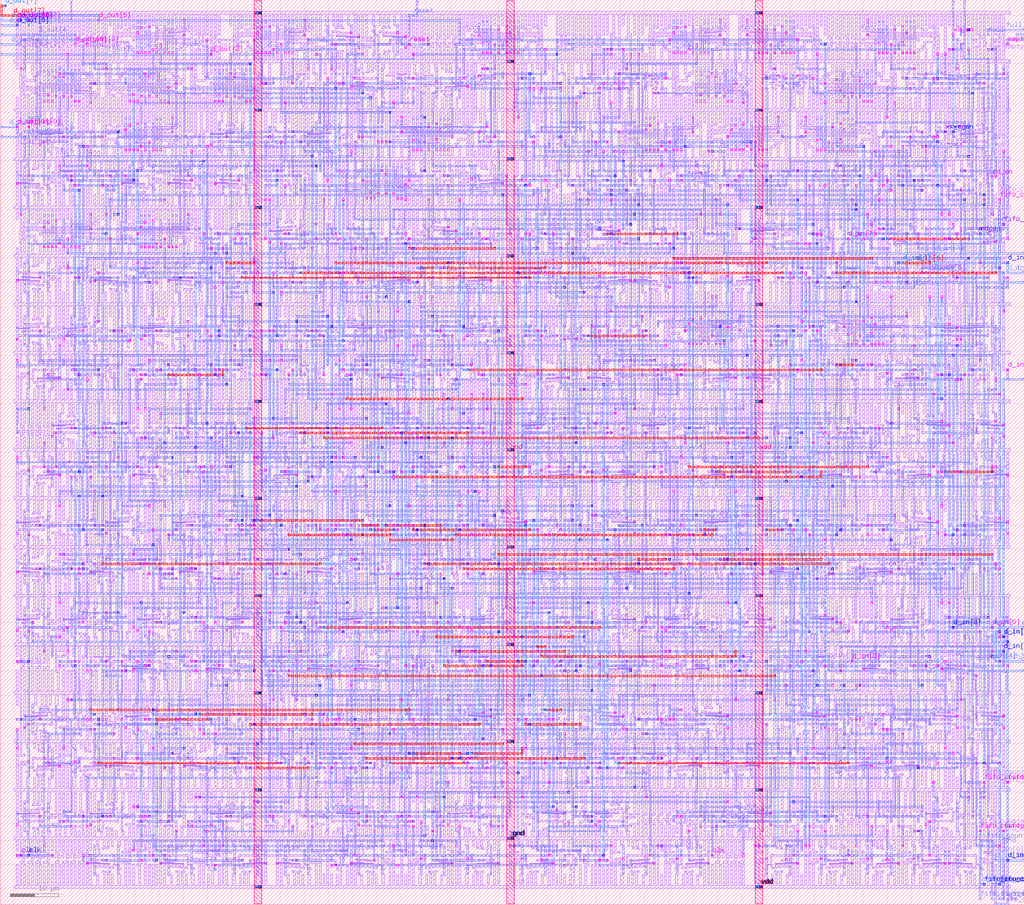
<source format=lef>
VERSION 5.7 ;
  NOWIREEXTENSIONATPIN ON ;
  DIVIDERCHAR "/" ;
  BUSBITCHARS "[]" ;
MACRO fifo
  CLASS BLOCK ;
  FOREIGN fifo ;
  ORIGIN 2.600 3.200 ;
  SIZE 210.800 BY 186.400 ;
  PIN vdd
    USE POWER ;
    PORT
      LAYER metal1 ;
        RECT 0.200 180.200 205.400 180.800 ;
        RECT 1.400 176.500 1.800 180.200 ;
        RECT 3.800 176.500 4.200 180.200 ;
        RECT 5.400 175.900 5.800 180.200 ;
        RECT 7.000 175.900 7.400 180.200 ;
        RECT 8.600 175.900 9.000 180.200 ;
        RECT 10.200 175.900 10.600 180.200 ;
        RECT 11.800 175.900 12.200 180.200 ;
        RECT 13.400 176.500 13.800 180.200 ;
        RECT 15.800 176.500 16.200 180.200 ;
        RECT 18.200 176.500 18.600 180.200 ;
        RECT 19.800 177.900 20.200 180.200 ;
        RECT 21.400 177.900 21.800 180.200 ;
        RECT 23.000 177.900 23.400 180.200 ;
        RECT 24.600 177.900 25.000 180.200 ;
        RECT 28.600 177.900 29.000 180.200 ;
        RECT 30.200 177.900 30.600 180.200 ;
        RECT 33.400 177.900 33.800 180.200 ;
        RECT 35.000 177.900 35.400 180.200 ;
        RECT 36.600 177.900 37.000 180.200 ;
        RECT 33.300 175.900 33.700 176.000 ;
        RECT 35.000 175.900 35.400 176.200 ;
        RECT 37.400 175.900 37.800 180.200 ;
        RECT 39.000 176.500 39.400 180.200 ;
        RECT 41.400 176.500 41.800 180.200 ;
        RECT 44.600 177.900 45.000 180.200 ;
        RECT 46.200 177.900 46.600 180.200 ;
        RECT 47.800 177.900 48.200 180.200 ;
        RECT 49.400 177.900 49.800 180.200 ;
        RECT 53.400 177.900 53.800 180.200 ;
        RECT 55.000 177.900 55.400 180.200 ;
        RECT 58.200 177.900 58.600 180.200 ;
        RECT 59.800 177.900 60.200 180.200 ;
        RECT 61.400 177.900 61.800 180.200 ;
        RECT 58.100 175.900 58.500 176.000 ;
        RECT 59.800 175.900 60.200 176.200 ;
        RECT 63.000 175.900 63.400 180.200 ;
        RECT 65.800 177.900 66.200 180.200 ;
        RECT 67.400 177.900 67.800 180.200 ;
        RECT 70.200 176.000 70.600 180.200 ;
        RECT 72.600 175.900 73.000 180.200 ;
        RECT 75.400 177.900 75.800 180.200 ;
        RECT 77.000 177.900 77.400 180.200 ;
        RECT 79.800 176.000 80.200 180.200 ;
        RECT 81.400 175.900 81.800 180.200 ;
        RECT 83.000 175.900 83.400 180.200 ;
        RECT 84.600 175.900 85.000 180.200 ;
        RECT 85.400 175.900 85.800 180.200 ;
        RECT 87.000 175.900 87.400 180.200 ;
        RECT 88.600 175.900 89.000 180.200 ;
        RECT 90.200 175.900 90.600 180.200 ;
        RECT 91.800 175.900 92.200 180.200 ;
        RECT 92.600 177.900 93.000 180.200 ;
        RECT 94.200 177.900 94.600 180.200 ;
        RECT 95.800 177.900 96.200 180.200 ;
        RECT 99.000 177.900 99.400 180.200 ;
        RECT 100.600 177.900 101.000 180.200 ;
        RECT 104.600 177.900 105.000 180.200 ;
        RECT 106.200 177.900 106.600 180.200 ;
        RECT 107.800 177.900 108.200 180.200 ;
        RECT 109.400 177.900 109.800 180.200 ;
        RECT 112.600 176.500 113.000 180.200 ;
        RECT 94.200 175.900 94.600 176.200 ;
        RECT 95.800 175.900 96.300 176.000 ;
        RECT 114.200 175.900 114.600 180.200 ;
        RECT 115.000 175.900 115.400 180.200 ;
        RECT 116.600 175.900 117.000 180.200 ;
        RECT 118.200 175.900 118.600 180.200 ;
        RECT 119.800 175.900 120.200 180.200 ;
        RECT 121.400 175.900 121.800 180.200 ;
        RECT 122.200 175.900 122.600 180.200 ;
        RECT 125.400 177.900 125.800 180.200 ;
        RECT 127.800 175.900 128.200 180.200 ;
        RECT 129.400 175.900 129.800 180.200 ;
        RECT 130.200 177.900 130.600 180.200 ;
        RECT 131.800 177.900 132.200 180.200 ;
        RECT 133.400 177.900 133.800 180.200 ;
        RECT 135.000 177.900 135.400 180.200 ;
        RECT 139.000 177.900 139.400 180.200 ;
        RECT 140.600 177.900 141.000 180.200 ;
        RECT 143.800 177.900 144.200 180.200 ;
        RECT 145.400 177.900 145.800 180.200 ;
        RECT 147.000 177.900 147.400 180.200 ;
        RECT 149.400 177.900 149.800 180.200 ;
        RECT 151.000 177.900 151.400 180.200 ;
        RECT 152.600 177.900 153.000 180.200 ;
        RECT 155.800 177.900 156.200 180.200 ;
        RECT 157.400 177.900 157.800 180.200 ;
        RECT 161.400 177.900 161.800 180.200 ;
        RECT 163.000 177.900 163.400 180.200 ;
        RECT 164.600 177.900 165.000 180.200 ;
        RECT 166.200 177.900 166.600 180.200 ;
        RECT 143.700 175.900 144.100 176.000 ;
        RECT 145.400 175.900 145.800 176.200 ;
        RECT 21.900 175.600 35.400 175.900 ;
        RECT 46.700 175.600 60.200 175.900 ;
        RECT 94.200 175.600 107.700 175.900 ;
        RECT 21.900 175.500 22.300 175.600 ;
        RECT 46.700 175.500 47.100 175.600 ;
        RECT 107.300 175.500 107.700 175.600 ;
        RECT 132.300 175.600 145.800 175.900 ;
        RECT 151.000 175.900 151.400 176.200 ;
        RECT 152.700 175.900 153.100 176.000 ;
        RECT 167.000 175.900 167.400 180.200 ;
        RECT 168.600 175.900 169.000 180.200 ;
        RECT 170.200 175.900 170.600 180.200 ;
        RECT 171.800 175.900 172.200 180.200 ;
        RECT 173.400 175.900 173.800 180.200 ;
        RECT 174.200 177.900 174.600 180.200 ;
        RECT 175.800 177.900 176.200 180.200 ;
        RECT 177.400 177.900 177.800 180.200 ;
        RECT 180.600 177.900 181.000 180.200 ;
        RECT 182.200 177.900 182.600 180.200 ;
        RECT 186.200 177.900 186.600 180.200 ;
        RECT 187.800 177.900 188.200 180.200 ;
        RECT 189.400 177.900 189.800 180.200 ;
        RECT 191.000 177.900 191.400 180.200 ;
        RECT 192.600 177.900 193.000 180.200 ;
        RECT 193.400 177.900 193.800 180.200 ;
        RECT 195.000 178.100 195.400 180.200 ;
        RECT 196.600 177.900 197.000 180.200 ;
        RECT 199.000 176.500 199.400 180.200 ;
        RECT 200.600 177.900 201.000 180.200 ;
        RECT 203.000 176.500 203.400 180.200 ;
        RECT 175.800 175.900 176.200 176.200 ;
        RECT 177.500 175.900 177.900 176.000 ;
        RECT 151.000 175.600 164.500 175.900 ;
        RECT 175.800 175.600 189.300 175.900 ;
        RECT 132.300 175.500 132.700 175.600 ;
        RECT 164.100 175.500 164.500 175.600 ;
        RECT 188.900 175.500 189.300 175.600 ;
        RECT 2.700 165.400 3.100 165.500 ;
        RECT 20.300 165.400 20.700 165.500 ;
        RECT 37.900 165.400 38.300 165.500 ;
        RECT 137.100 165.400 137.500 165.500 ;
        RECT 180.100 165.400 180.500 165.500 ;
        RECT 2.700 165.100 16.200 165.400 ;
        RECT 20.300 165.100 33.800 165.400 ;
        RECT 37.900 165.100 51.400 165.400 ;
        RECT 137.100 165.100 150.600 165.400 ;
        RECT 14.100 165.000 14.500 165.100 ;
        RECT 15.800 164.800 16.200 165.100 ;
        RECT 31.700 165.000 32.200 165.100 ;
        RECT 33.400 164.800 33.800 165.100 ;
        RECT 49.300 165.000 49.800 165.100 ;
        RECT 51.000 164.800 51.400 165.100 ;
        RECT 0.600 160.800 1.000 163.100 ;
        RECT 2.200 160.800 2.600 163.100 ;
        RECT 3.800 160.800 4.200 163.100 ;
        RECT 5.400 160.800 5.800 163.100 ;
        RECT 9.400 160.800 9.800 163.100 ;
        RECT 11.000 160.800 11.400 163.100 ;
        RECT 14.200 160.800 14.600 163.100 ;
        RECT 15.800 160.800 16.200 163.100 ;
        RECT 17.400 160.800 17.800 163.100 ;
        RECT 18.200 160.800 18.600 163.100 ;
        RECT 19.800 160.800 20.200 163.100 ;
        RECT 21.400 160.800 21.800 163.100 ;
        RECT 23.000 160.800 23.400 163.100 ;
        RECT 27.000 160.800 27.400 163.100 ;
        RECT 28.600 160.800 29.000 163.100 ;
        RECT 31.800 160.800 32.200 163.100 ;
        RECT 33.400 160.800 33.800 163.100 ;
        RECT 35.000 160.800 35.400 163.100 ;
        RECT 35.800 160.800 36.200 163.100 ;
        RECT 37.400 160.800 37.800 163.100 ;
        RECT 39.000 160.800 39.400 163.100 ;
        RECT 40.600 160.800 41.000 163.100 ;
        RECT 44.600 160.800 45.000 163.100 ;
        RECT 46.200 160.800 46.600 163.100 ;
        RECT 49.400 160.800 49.800 163.100 ;
        RECT 51.000 160.800 51.400 163.100 ;
        RECT 52.600 160.800 53.000 163.100 ;
        RECT 55.000 160.800 55.400 165.100 ;
        RECT 56.600 160.800 57.000 164.500 ;
        RECT 58.200 160.800 58.600 165.100 ;
        RECT 60.300 160.800 60.700 163.100 ;
        RECT 61.400 160.800 61.800 163.100 ;
        RECT 63.000 160.800 63.400 163.100 ;
        RECT 64.600 160.800 65.000 164.500 ;
        RECT 68.600 160.800 69.000 165.100 ;
        RECT 70.200 160.800 70.600 165.000 ;
        RECT 73.000 160.800 73.400 163.100 ;
        RECT 74.600 160.800 75.000 163.100 ;
        RECT 77.400 160.800 77.800 165.100 ;
        RECT 79.000 160.800 79.400 165.100 ;
        RECT 81.100 160.800 81.500 163.100 ;
        RECT 82.200 160.800 82.600 163.100 ;
        RECT 83.800 160.800 84.200 163.100 ;
        RECT 85.400 160.800 85.800 165.100 ;
        RECT 88.200 160.800 88.600 163.100 ;
        RECT 89.800 160.800 90.200 163.100 ;
        RECT 92.600 160.800 93.000 165.000 ;
        RECT 95.000 161.100 95.500 164.400 ;
        RECT 95.100 160.800 95.500 161.100 ;
        RECT 98.100 160.800 98.600 164.400 ;
        RECT 100.600 160.800 101.000 165.100 ;
        RECT 104.600 160.800 105.000 165.100 ;
        RECT 105.400 160.800 105.800 163.100 ;
        RECT 107.000 160.800 107.400 163.100 ;
        RECT 109.400 160.800 109.800 165.100 ;
        RECT 111.800 160.800 112.200 165.100 ;
        RECT 112.600 160.800 113.000 163.100 ;
        RECT 114.200 160.800 114.600 163.100 ;
        RECT 115.000 160.800 115.400 163.100 ;
        RECT 116.600 160.800 117.000 162.900 ;
        RECT 118.200 160.800 118.600 165.100 ;
        RECT 120.300 160.800 120.700 163.100 ;
        RECT 121.400 160.800 121.800 165.100 ;
        RECT 123.800 160.800 124.200 165.100 ;
        RECT 126.500 160.800 126.900 163.100 ;
        RECT 128.600 160.800 129.000 165.100 ;
        RECT 148.500 165.000 148.900 165.100 ;
        RECT 150.200 164.800 150.600 165.100 ;
        RECT 167.000 165.100 180.500 165.400 ;
        RECT 167.000 164.800 167.400 165.100 ;
        RECT 168.700 165.000 169.100 165.100 ;
        RECT 130.200 161.100 130.700 164.400 ;
        RECT 130.300 160.800 130.700 161.100 ;
        RECT 133.300 160.800 133.800 164.400 ;
        RECT 135.000 160.800 135.400 163.100 ;
        RECT 136.600 160.800 137.000 163.100 ;
        RECT 138.200 160.800 138.600 163.100 ;
        RECT 139.800 160.800 140.200 163.100 ;
        RECT 143.800 160.800 144.200 163.100 ;
        RECT 145.400 160.800 145.800 163.100 ;
        RECT 148.600 160.800 149.000 163.100 ;
        RECT 150.200 160.800 150.600 163.100 ;
        RECT 151.800 160.800 152.200 163.100 ;
        RECT 155.000 160.800 155.500 164.400 ;
        RECT 158.100 161.100 158.600 164.400 ;
        RECT 160.600 161.100 161.100 164.400 ;
        RECT 158.100 160.800 158.500 161.100 ;
        RECT 160.700 160.800 161.100 161.100 ;
        RECT 163.700 160.800 164.200 164.400 ;
        RECT 165.400 160.800 165.800 163.100 ;
        RECT 167.000 160.800 167.400 163.100 ;
        RECT 168.600 160.800 169.000 163.100 ;
        RECT 171.800 160.800 172.200 163.100 ;
        RECT 173.400 160.800 173.800 163.100 ;
        RECT 177.400 160.800 177.800 163.100 ;
        RECT 179.000 160.800 179.400 163.100 ;
        RECT 180.600 160.800 181.000 163.100 ;
        RECT 182.200 160.800 182.600 163.100 ;
        RECT 183.000 160.800 183.400 163.100 ;
        RECT 184.600 160.800 185.000 163.100 ;
        RECT 185.700 160.800 186.100 163.100 ;
        RECT 187.800 160.800 188.200 165.100 ;
        RECT 189.400 160.800 189.800 164.500 ;
        RECT 192.600 161.100 193.100 164.400 ;
        RECT 192.700 160.800 193.100 161.100 ;
        RECT 195.700 160.800 196.200 164.400 ;
        RECT 197.400 160.800 197.800 165.100 ;
        RECT 199.500 160.800 199.900 163.100 ;
        RECT 200.600 160.800 201.000 163.100 ;
        RECT 202.200 160.800 202.600 162.900 ;
        RECT 204.600 160.800 205.000 163.100 ;
        RECT 0.200 160.200 205.400 160.800 ;
        RECT 1.400 156.500 1.800 160.200 ;
        RECT 3.800 156.500 4.200 160.200 ;
        RECT 6.200 156.000 6.600 160.200 ;
        RECT 9.000 157.900 9.400 160.200 ;
        RECT 10.600 157.900 11.000 160.200 ;
        RECT 13.400 155.900 13.800 160.200 ;
        RECT 15.000 155.900 15.400 160.200 ;
        RECT 17.400 157.900 17.800 160.200 ;
        RECT 19.000 157.900 19.400 160.200 ;
        RECT 20.600 157.900 21.000 160.200 ;
        RECT 22.200 157.900 22.600 160.200 ;
        RECT 26.200 157.900 26.600 160.200 ;
        RECT 27.800 157.900 28.200 160.200 ;
        RECT 31.000 157.900 31.400 160.200 ;
        RECT 32.600 157.900 33.000 160.200 ;
        RECT 34.200 157.900 34.600 160.200 ;
        RECT 35.800 156.500 36.200 160.200 ;
        RECT 30.900 155.900 31.300 156.000 ;
        RECT 32.600 155.900 33.000 156.200 ;
        RECT 39.800 155.900 40.200 160.200 ;
        RECT 41.400 156.000 41.800 160.200 ;
        RECT 44.200 157.900 44.600 160.200 ;
        RECT 45.800 157.900 46.200 160.200 ;
        RECT 48.600 155.900 49.000 160.200 ;
        RECT 51.800 155.900 52.200 160.200 ;
        RECT 53.900 157.900 54.300 160.200 ;
        RECT 55.000 157.900 55.400 160.200 ;
        RECT 56.600 157.900 57.000 160.200 ;
        RECT 58.200 156.500 58.600 160.200 ;
        RECT 61.400 156.000 61.800 160.200 ;
        RECT 64.200 157.900 64.600 160.200 ;
        RECT 65.800 157.900 66.200 160.200 ;
        RECT 68.600 155.900 69.000 160.200 ;
        RECT 70.200 155.900 70.600 160.200 ;
        RECT 72.300 157.900 72.700 160.200 ;
        RECT 73.400 157.900 73.800 160.200 ;
        RECT 75.000 157.900 75.400 160.200 ;
        RECT 75.800 157.900 76.200 160.200 ;
        RECT 77.400 157.900 77.800 160.200 ;
        RECT 78.200 157.900 78.600 160.200 ;
        RECT 79.800 157.900 80.200 160.200 ;
        RECT 81.400 157.900 81.800 160.200 ;
        RECT 84.600 157.900 85.000 160.200 ;
        RECT 86.200 157.900 86.600 160.200 ;
        RECT 90.200 157.900 90.600 160.200 ;
        RECT 91.800 157.900 92.200 160.200 ;
        RECT 93.400 157.900 93.800 160.200 ;
        RECT 95.000 157.900 95.400 160.200 ;
        RECT 96.100 157.900 96.500 160.200 ;
        RECT 79.800 155.900 80.200 156.200 ;
        RECT 81.500 155.900 81.900 156.000 ;
        RECT 98.200 155.900 98.600 160.200 ;
        RECT 100.600 155.900 101.000 160.200 ;
        RECT 103.000 157.900 103.400 160.200 ;
        RECT 104.600 155.900 105.000 160.200 ;
        RECT 107.000 157.900 107.400 160.200 ;
        RECT 108.600 157.900 109.000 160.200 ;
        RECT 109.400 155.900 109.800 160.200 ;
        RECT 112.600 156.500 113.000 160.200 ;
        RECT 114.200 155.900 114.600 160.200 ;
        RECT 115.000 157.900 115.400 160.200 ;
        RECT 116.600 157.900 117.000 160.200 ;
        RECT 117.400 155.900 117.800 160.200 ;
        RECT 119.800 157.900 120.200 160.200 ;
        RECT 121.400 157.900 121.800 160.200 ;
        RECT 122.200 157.900 122.600 160.200 ;
        RECT 123.800 157.900 124.200 160.200 ;
        RECT 124.600 157.900 125.000 160.200 ;
        RECT 126.200 157.900 126.600 160.200 ;
        RECT 127.800 157.900 128.200 160.200 ;
        RECT 129.400 157.900 129.800 160.200 ;
        RECT 133.400 157.900 133.800 160.200 ;
        RECT 135.000 157.900 135.400 160.200 ;
        RECT 138.200 157.900 138.600 160.200 ;
        RECT 139.800 157.900 140.200 160.200 ;
        RECT 141.400 157.900 141.800 160.200 ;
        RECT 142.200 157.900 142.600 160.200 ;
        RECT 143.800 157.900 144.200 160.200 ;
        RECT 145.400 157.900 145.800 160.200 ;
        RECT 147.000 157.900 147.400 160.200 ;
        RECT 151.000 157.900 151.400 160.200 ;
        RECT 152.600 157.900 153.000 160.200 ;
        RECT 155.800 157.900 156.200 160.200 ;
        RECT 157.400 157.900 157.800 160.200 ;
        RECT 159.000 157.900 159.400 160.200 ;
        RECT 161.400 157.900 161.800 160.200 ;
        RECT 163.000 157.900 163.400 160.200 ;
        RECT 164.600 157.900 165.000 160.200 ;
        RECT 167.800 157.900 168.200 160.200 ;
        RECT 169.400 157.900 169.800 160.200 ;
        RECT 173.400 157.900 173.800 160.200 ;
        RECT 175.000 157.900 175.400 160.200 ;
        RECT 176.600 157.900 177.000 160.200 ;
        RECT 178.200 157.900 178.600 160.200 ;
        RECT 138.100 155.900 138.500 156.000 ;
        RECT 139.800 155.900 140.200 156.200 ;
        RECT 155.700 155.900 156.100 156.000 ;
        RECT 157.400 155.900 157.800 156.200 ;
        RECT 19.500 155.600 33.000 155.900 ;
        RECT 79.800 155.600 93.300 155.900 ;
        RECT 19.500 155.500 19.900 155.600 ;
        RECT 92.900 155.500 93.300 155.600 ;
        RECT 126.700 155.600 140.200 155.900 ;
        RECT 144.300 155.600 157.800 155.900 ;
        RECT 163.000 155.900 163.400 156.200 ;
        RECT 164.700 155.900 165.100 156.000 ;
        RECT 180.600 155.900 181.000 160.200 ;
        RECT 183.000 155.900 183.400 160.200 ;
        RECT 183.800 155.900 184.200 160.200 ;
        RECT 185.900 157.900 186.300 160.200 ;
        RECT 187.000 157.900 187.400 160.200 ;
        RECT 188.600 155.900 189.000 160.200 ;
        RECT 190.700 157.900 191.100 160.200 ;
        RECT 192.600 156.100 193.000 160.200 ;
        RECT 194.200 157.900 194.600 160.200 ;
        RECT 195.800 156.000 196.200 160.200 ;
        RECT 198.600 157.900 199.000 160.200 ;
        RECT 200.200 157.900 200.600 160.200 ;
        RECT 203.000 155.900 203.400 160.200 ;
        RECT 163.000 155.600 176.500 155.900 ;
        RECT 126.700 155.500 127.100 155.600 ;
        RECT 144.300 155.500 144.700 155.600 ;
        RECT 176.100 155.500 176.500 155.600 ;
        RECT 69.100 145.400 69.500 145.500 ;
        RECT 69.100 145.100 82.600 145.400 ;
        RECT 1.400 140.800 1.800 145.000 ;
        RECT 4.200 140.800 4.600 143.100 ;
        RECT 5.800 140.800 6.200 143.100 ;
        RECT 8.600 140.800 9.000 145.100 ;
        RECT 10.200 140.800 10.600 145.100 ;
        RECT 12.300 140.800 12.700 143.100 ;
        RECT 14.200 140.800 14.600 144.500 ;
        RECT 16.600 140.800 17.000 143.100 ;
        RECT 18.200 140.800 18.600 143.100 ;
        RECT 19.300 140.800 19.700 143.100 ;
        RECT 21.400 140.800 21.800 145.100 ;
        RECT 23.000 140.800 23.400 145.000 ;
        RECT 25.800 140.800 26.200 143.100 ;
        RECT 27.400 140.800 27.800 143.100 ;
        RECT 30.200 140.800 30.600 145.100 ;
        RECT 32.600 140.800 33.000 145.000 ;
        RECT 35.400 140.800 35.800 143.100 ;
        RECT 37.000 140.800 37.400 143.100 ;
        RECT 39.800 140.800 40.200 145.100 ;
        RECT 42.200 140.800 42.600 145.000 ;
        RECT 45.000 140.800 45.400 143.100 ;
        RECT 46.600 140.800 47.000 143.100 ;
        RECT 49.400 140.800 49.800 145.100 ;
        RECT 53.400 140.800 53.800 143.100 ;
        RECT 54.200 140.800 54.600 143.100 ;
        RECT 55.800 140.800 56.200 143.100 ;
        RECT 56.900 140.800 57.300 143.100 ;
        RECT 59.000 140.800 59.400 145.100 ;
        RECT 60.600 140.800 61.000 144.500 ;
        RECT 62.200 140.800 62.600 145.100 ;
        RECT 63.000 140.800 63.400 143.100 ;
        RECT 66.200 140.800 66.600 145.100 ;
        RECT 80.500 145.000 81.000 145.100 ;
        RECT 82.200 144.800 82.600 145.100 ;
        RECT 67.000 140.800 67.400 143.100 ;
        RECT 68.600 140.800 69.000 143.100 ;
        RECT 70.200 140.800 70.600 143.100 ;
        RECT 71.800 140.800 72.200 143.100 ;
        RECT 75.800 140.800 76.200 143.100 ;
        RECT 77.400 140.800 77.800 143.100 ;
        RECT 80.600 140.800 81.000 143.100 ;
        RECT 82.200 140.800 82.600 143.100 ;
        RECT 83.800 140.800 84.200 143.100 ;
        RECT 84.600 140.800 85.000 143.100 ;
        RECT 86.200 140.800 86.600 145.100 ;
        RECT 88.300 140.800 88.700 143.100 ;
        RECT 89.400 140.800 89.800 143.100 ;
        RECT 91.000 140.800 91.400 143.100 ;
        RECT 92.600 140.800 93.000 145.100 ;
        RECT 95.400 140.800 95.800 143.100 ;
        RECT 97.000 140.800 97.400 143.100 ;
        RECT 99.800 140.800 100.200 145.000 ;
        RECT 103.800 140.800 104.200 142.900 ;
        RECT 105.400 140.800 105.800 143.100 ;
        RECT 106.200 140.800 106.600 143.100 ;
        RECT 107.800 140.800 108.200 142.900 ;
        RECT 111.000 140.800 111.400 145.100 ;
        RECT 111.800 140.800 112.200 143.100 ;
        RECT 113.400 140.800 113.800 143.100 ;
        RECT 114.200 140.800 114.600 143.100 ;
        RECT 115.800 140.800 116.200 142.900 ;
        RECT 117.400 140.800 117.800 143.100 ;
        RECT 119.000 140.800 119.400 142.900 ;
        RECT 120.600 140.800 121.000 143.100 ;
        RECT 122.200 140.800 122.600 142.900 ;
        RECT 123.800 140.800 124.200 143.100 ;
        RECT 125.400 140.800 125.800 142.900 ;
        RECT 127.000 140.800 127.400 143.100 ;
        RECT 128.600 140.800 129.000 142.900 ;
        RECT 130.200 140.800 130.600 145.100 ;
        RECT 132.600 140.800 133.000 145.100 ;
        RECT 134.200 140.800 134.600 144.500 ;
        RECT 135.800 140.800 136.200 145.100 ;
        RECT 139.000 140.800 139.500 144.400 ;
        RECT 142.100 141.100 142.600 144.400 ;
        RECT 142.100 140.800 142.500 141.100 ;
        RECT 143.800 140.800 144.200 143.100 ;
        RECT 145.400 140.800 145.800 143.100 ;
        RECT 146.200 140.800 146.600 143.100 ;
        RECT 147.800 140.800 148.200 143.100 ;
        RECT 149.400 140.800 149.800 144.500 ;
        RECT 155.800 140.800 156.200 144.500 ;
        RECT 157.700 140.800 158.100 143.100 ;
        RECT 159.800 140.800 160.200 145.100 ;
        RECT 160.600 140.800 161.000 143.100 ;
        RECT 162.200 140.800 162.600 143.100 ;
        RECT 163.800 140.800 164.200 143.100 ;
        RECT 164.600 140.800 165.000 145.100 ;
        RECT 166.700 140.800 167.100 143.100 ;
        RECT 170.200 140.800 170.600 144.500 ;
        RECT 171.800 140.800 172.200 143.100 ;
        RECT 173.400 140.800 173.800 143.100 ;
        RECT 175.800 140.800 176.200 144.500 ;
        RECT 177.400 140.800 177.800 143.100 ;
        RECT 179.000 140.800 179.400 143.100 ;
        RECT 181.400 140.800 181.800 145.100 ;
        RECT 183.000 140.800 183.400 144.500 ;
        RECT 187.800 140.800 188.200 145.100 ;
        RECT 188.600 140.800 189.000 143.100 ;
        RECT 190.200 140.800 190.600 143.100 ;
        RECT 191.000 140.800 191.400 145.100 ;
        RECT 193.400 140.800 193.800 143.100 ;
        RECT 195.000 140.800 195.400 142.900 ;
        RECT 197.400 140.800 197.800 142.900 ;
        RECT 199.000 140.800 199.400 143.100 ;
        RECT 200.600 140.800 201.000 144.900 ;
        RECT 202.200 140.800 202.600 143.100 ;
        RECT 203.800 140.800 204.200 144.500 ;
        RECT 0.200 140.200 205.400 140.800 ;
        RECT 0.600 137.900 1.000 140.200 ;
        RECT 2.200 137.900 2.600 140.200 ;
        RECT 3.800 137.900 4.200 140.200 ;
        RECT 5.400 137.900 5.800 140.200 ;
        RECT 9.400 137.900 9.800 140.200 ;
        RECT 11.000 137.900 11.400 140.200 ;
        RECT 14.200 137.900 14.600 140.200 ;
        RECT 15.800 137.900 16.200 140.200 ;
        RECT 17.400 137.900 17.800 140.200 ;
        RECT 18.200 137.900 18.600 140.200 ;
        RECT 19.800 137.900 20.200 140.200 ;
        RECT 20.600 137.900 21.000 140.200 ;
        RECT 22.200 137.900 22.600 140.200 ;
        RECT 23.800 137.900 24.200 140.200 ;
        RECT 25.400 137.900 25.800 140.200 ;
        RECT 29.400 137.900 29.800 140.200 ;
        RECT 31.000 137.900 31.400 140.200 ;
        RECT 34.200 137.900 34.600 140.200 ;
        RECT 35.800 137.900 36.200 140.200 ;
        RECT 37.400 137.900 37.800 140.200 ;
        RECT 14.100 135.900 14.500 136.000 ;
        RECT 15.800 135.900 16.200 136.200 ;
        RECT 34.100 135.900 34.500 136.000 ;
        RECT 35.800 135.900 36.200 136.200 ;
        RECT 38.200 135.900 38.600 140.200 ;
        RECT 40.300 137.900 40.700 140.200 ;
        RECT 42.200 136.500 42.600 140.200 ;
        RECT 44.900 137.900 45.300 140.200 ;
        RECT 47.000 135.900 47.400 140.200 ;
        RECT 49.400 136.500 49.800 140.200 ;
        RECT 53.400 136.000 53.800 140.200 ;
        RECT 56.200 137.900 56.600 140.200 ;
        RECT 57.800 137.900 58.200 140.200 ;
        RECT 60.600 135.900 61.000 140.200 ;
        RECT 62.200 137.900 62.600 140.200 ;
        RECT 63.800 137.900 64.200 140.200 ;
        RECT 64.900 137.900 65.300 140.200 ;
        RECT 67.000 135.900 67.400 140.200 ;
        RECT 67.800 135.900 68.200 140.200 ;
        RECT 69.900 137.900 70.300 140.200 ;
        RECT 71.000 137.900 71.400 140.200 ;
        RECT 72.600 137.900 73.000 140.200 ;
        RECT 74.200 136.500 74.600 140.200 ;
        RECT 76.600 137.900 77.000 140.200 ;
        RECT 78.200 137.900 78.600 140.200 ;
        RECT 79.300 137.900 79.700 140.200 ;
        RECT 81.400 135.900 81.800 140.200 ;
        RECT 83.000 135.900 83.400 140.200 ;
        RECT 85.800 137.900 86.200 140.200 ;
        RECT 87.400 137.900 87.800 140.200 ;
        RECT 90.200 136.000 90.600 140.200 ;
        RECT 91.800 137.900 92.200 140.200 ;
        RECT 93.400 137.900 93.800 140.200 ;
        RECT 94.500 137.900 94.900 140.200 ;
        RECT 96.600 135.900 97.000 140.200 ;
        RECT 97.400 135.900 97.800 140.200 ;
        RECT 99.000 136.500 99.400 140.200 ;
        RECT 103.000 136.500 103.400 140.200 ;
        RECT 104.600 135.900 105.000 140.200 ;
        RECT 106.200 136.100 106.600 140.200 ;
        RECT 108.800 135.900 109.200 140.200 ;
        RECT 110.200 135.900 110.600 140.200 ;
        RECT 112.300 137.900 112.700 140.200 ;
        RECT 113.400 137.900 113.800 140.200 ;
        RECT 115.000 137.900 115.400 140.200 ;
        RECT 116.600 135.900 117.000 140.200 ;
        RECT 119.400 137.900 119.800 140.200 ;
        RECT 121.000 137.900 121.400 140.200 ;
        RECT 123.800 136.000 124.200 140.200 ;
        RECT 125.400 137.900 125.800 140.200 ;
        RECT 127.000 137.900 127.400 140.200 ;
        RECT 127.800 137.900 128.200 140.200 ;
        RECT 129.400 137.900 129.800 140.200 ;
        RECT 130.200 135.900 130.600 140.200 ;
        RECT 132.600 135.900 133.000 140.200 ;
        RECT 135.000 135.900 135.400 140.200 ;
        RECT 139.000 136.500 139.400 140.200 ;
        RECT 140.600 135.900 141.000 140.200 ;
        RECT 142.200 136.500 142.600 140.200 ;
        RECT 144.600 136.500 145.000 140.200 ;
        RECT 146.200 135.900 146.600 140.200 ;
        RECT 147.800 136.500 148.200 140.200 ;
        RECT 149.400 135.900 149.800 140.200 ;
        RECT 152.600 136.000 153.000 140.200 ;
        RECT 155.400 137.900 155.800 140.200 ;
        RECT 157.000 137.900 157.400 140.200 ;
        RECT 159.800 135.900 160.200 140.200 ;
        RECT 163.000 135.900 163.400 140.200 ;
        RECT 163.800 137.900 164.200 140.200 ;
        RECT 166.200 136.100 166.600 140.200 ;
        RECT 168.800 135.900 169.200 140.200 ;
        RECT 170.200 137.900 170.600 140.200 ;
        RECT 171.800 137.900 172.200 140.200 ;
        RECT 172.900 137.900 173.300 140.200 ;
        RECT 175.000 135.900 175.400 140.200 ;
        RECT 176.600 138.100 177.000 140.200 ;
        RECT 178.200 137.900 178.600 140.200 ;
        RECT 179.000 137.900 179.400 140.200 ;
        RECT 180.600 137.900 181.000 140.200 ;
        RECT 182.200 136.100 182.600 140.200 ;
        RECT 183.800 137.900 184.200 140.200 ;
        RECT 184.900 137.900 185.300 140.200 ;
        RECT 187.000 135.900 187.400 140.200 ;
        RECT 187.800 137.900 188.200 140.200 ;
        RECT 189.400 137.900 189.800 140.200 ;
        RECT 190.200 137.900 190.600 140.200 ;
        RECT 191.800 137.900 192.200 140.200 ;
        RECT 193.400 138.100 193.800 140.200 ;
        RECT 195.000 137.900 195.400 140.200 ;
        RECT 197.400 136.500 197.800 140.200 ;
        RECT 199.800 136.600 200.300 140.200 ;
        RECT 202.900 139.900 203.300 140.200 ;
        RECT 202.900 136.600 203.400 139.900 ;
        RECT 2.700 135.600 16.200 135.900 ;
        RECT 22.700 135.600 36.200 135.900 ;
        RECT 2.700 135.500 3.100 135.600 ;
        RECT 22.700 135.500 23.100 135.600 ;
        RECT 1.400 120.800 1.800 125.000 ;
        RECT 4.200 120.800 4.600 123.100 ;
        RECT 5.800 120.800 6.200 123.100 ;
        RECT 8.600 120.800 9.000 125.100 ;
        RECT 10.200 120.800 10.600 123.100 ;
        RECT 12.400 120.800 12.800 125.100 ;
        RECT 15.000 120.800 15.400 124.900 ;
        RECT 17.400 120.800 17.800 125.000 ;
        RECT 20.200 120.800 20.600 123.100 ;
        RECT 21.800 120.800 22.200 123.100 ;
        RECT 24.600 120.800 25.000 125.100 ;
        RECT 26.200 120.800 26.600 125.100 ;
        RECT 28.300 120.800 28.700 123.100 ;
        RECT 29.400 120.800 29.800 123.100 ;
        RECT 31.000 120.800 31.400 123.100 ;
        RECT 32.600 120.800 33.000 125.000 ;
        RECT 35.400 120.800 35.800 123.100 ;
        RECT 37.000 120.800 37.400 123.100 ;
        RECT 39.800 120.800 40.200 125.100 ;
        RECT 41.400 120.800 41.800 123.100 ;
        RECT 43.000 120.800 43.400 123.100 ;
        RECT 43.800 120.800 44.200 125.100 ;
        RECT 45.900 120.800 46.300 123.100 ;
        RECT 47.000 120.800 47.400 125.100 ;
        RECT 50.200 120.800 50.600 125.100 ;
        RECT 53.400 120.800 53.800 124.500 ;
        RECT 56.100 120.800 56.500 123.100 ;
        RECT 58.200 120.800 58.600 125.100 ;
        RECT 59.000 120.800 59.400 123.100 ;
        RECT 60.600 120.800 61.000 123.100 ;
        RECT 61.400 120.800 61.800 123.100 ;
        RECT 63.300 120.800 63.700 123.100 ;
        RECT 65.400 120.800 65.800 125.100 ;
        RECT 66.200 120.800 66.600 125.100 ;
        RECT 68.300 120.800 68.700 123.100 ;
        RECT 69.400 120.800 69.800 125.100 ;
        RECT 71.500 120.800 71.900 123.100 ;
        RECT 73.400 120.800 73.800 125.100 ;
        RECT 76.200 120.800 76.600 123.100 ;
        RECT 77.800 120.800 78.200 123.100 ;
        RECT 80.600 120.800 81.000 125.000 ;
        RECT 82.500 120.800 82.900 123.100 ;
        RECT 84.600 120.800 85.000 125.100 ;
        RECT 87.000 120.800 87.400 125.100 ;
        RECT 88.600 120.800 89.000 123.100 ;
        RECT 90.200 120.800 90.600 125.100 ;
        RECT 93.000 120.800 93.400 123.100 ;
        RECT 94.600 120.800 95.000 123.100 ;
        RECT 97.400 120.800 97.800 125.000 ;
        RECT 99.000 120.800 99.400 123.100 ;
        RECT 100.600 120.800 101.000 123.100 ;
        RECT 103.300 120.800 103.700 123.100 ;
        RECT 105.400 120.800 105.800 125.100 ;
        RECT 106.500 120.800 106.900 123.100 ;
        RECT 108.600 120.800 109.000 125.100 ;
        RECT 109.400 120.800 109.800 125.100 ;
        RECT 112.600 120.800 113.000 125.100 ;
        RECT 115.000 120.800 115.400 125.100 ;
        RECT 115.800 120.800 116.200 125.100 ;
        RECT 119.000 120.800 119.400 125.100 ;
        RECT 121.800 120.800 122.200 123.100 ;
        RECT 123.400 120.800 123.800 123.100 ;
        RECT 126.200 120.800 126.600 125.000 ;
        RECT 128.600 120.800 129.000 125.000 ;
        RECT 131.400 120.800 131.800 123.100 ;
        RECT 133.000 120.800 133.400 123.100 ;
        RECT 135.800 120.800 136.200 125.100 ;
        RECT 137.400 120.800 137.800 125.100 ;
        RECT 139.500 120.800 139.900 123.100 ;
        RECT 140.600 120.800 141.000 123.100 ;
        RECT 142.200 120.800 142.600 123.100 ;
        RECT 143.000 120.800 143.400 123.100 ;
        RECT 145.400 120.800 145.800 125.100 ;
        RECT 148.200 120.800 148.600 123.100 ;
        RECT 149.800 120.800 150.200 123.100 ;
        RECT 152.600 120.800 153.000 125.000 ;
        RECT 155.800 120.800 156.200 125.100 ;
        RECT 159.800 120.800 160.200 124.500 ;
        RECT 163.000 120.800 163.400 124.500 ;
        RECT 164.900 120.800 165.300 123.100 ;
        RECT 167.000 120.800 167.400 125.100 ;
        RECT 168.600 120.800 169.000 124.500 ;
        RECT 171.300 120.800 171.700 123.100 ;
        RECT 173.400 120.800 173.800 125.100 ;
        RECT 175.000 120.800 175.400 124.500 ;
        RECT 176.600 120.800 177.000 125.100 ;
        RECT 177.400 120.800 177.800 123.100 ;
        RECT 179.000 120.800 179.400 123.100 ;
        RECT 179.800 120.800 180.200 123.100 ;
        RECT 181.400 120.800 181.800 123.100 ;
        RECT 183.000 120.800 183.400 124.500 ;
        RECT 184.600 120.800 185.000 125.100 ;
        RECT 185.400 120.800 185.800 125.100 ;
        RECT 187.000 120.800 187.400 125.100 ;
        RECT 187.800 120.800 188.200 125.100 ;
        RECT 189.400 120.800 189.800 125.100 ;
        RECT 190.200 120.800 190.600 125.100 ;
        RECT 191.800 120.800 192.200 125.100 ;
        RECT 193.400 120.800 193.800 124.900 ;
        RECT 196.000 120.800 196.400 125.100 ;
        RECT 198.200 120.800 198.600 124.500 ;
        RECT 201.400 120.800 201.800 123.100 ;
        RECT 202.200 120.800 202.600 125.100 ;
        RECT 0.200 120.200 205.400 120.800 ;
        RECT 1.400 116.000 1.800 120.200 ;
        RECT 4.200 117.900 4.600 120.200 ;
        RECT 5.800 117.900 6.200 120.200 ;
        RECT 8.600 115.900 9.000 120.200 ;
        RECT 11.000 116.000 11.400 120.200 ;
        RECT 13.800 117.900 14.200 120.200 ;
        RECT 15.400 117.900 15.800 120.200 ;
        RECT 18.200 115.900 18.600 120.200 ;
        RECT 19.800 117.900 20.200 120.200 ;
        RECT 22.200 116.100 22.600 120.200 ;
        RECT 24.800 115.900 25.200 120.200 ;
        RECT 27.000 116.000 27.400 120.200 ;
        RECT 29.800 117.900 30.200 120.200 ;
        RECT 31.400 117.900 31.800 120.200 ;
        RECT 34.200 115.900 34.600 120.200 ;
        RECT 35.800 117.900 36.200 120.200 ;
        RECT 37.400 117.900 37.800 120.200 ;
        RECT 38.500 117.900 38.900 120.200 ;
        RECT 40.600 115.900 41.000 120.200 ;
        RECT 41.400 115.900 41.800 120.200 ;
        RECT 43.500 117.900 43.900 120.200 ;
        RECT 46.200 116.500 46.600 120.200 ;
        RECT 47.800 115.900 48.200 120.200 ;
        RECT 49.400 116.500 49.800 120.200 ;
        RECT 52.600 115.900 53.000 120.200 ;
        RECT 54.700 117.900 55.100 120.200 ;
        RECT 55.800 117.900 56.200 120.200 ;
        RECT 57.400 117.900 57.800 120.200 ;
        RECT 59.800 116.500 60.200 120.200 ;
        RECT 61.400 115.900 61.800 120.200 ;
        RECT 63.500 117.900 63.900 120.200 ;
        RECT 65.400 115.900 65.800 120.200 ;
        RECT 68.200 117.900 68.600 120.200 ;
        RECT 69.800 117.900 70.200 120.200 ;
        RECT 72.600 116.000 73.000 120.200 ;
        RECT 74.200 115.900 74.600 120.200 ;
        RECT 75.800 116.500 76.200 120.200 ;
        RECT 78.200 116.500 78.600 120.200 ;
        RECT 79.800 115.900 80.200 120.200 ;
        RECT 81.400 116.500 81.800 120.200 ;
        RECT 83.000 115.900 83.400 120.200 ;
        RECT 85.400 116.500 85.800 120.200 ;
        RECT 87.000 115.900 87.400 120.200 ;
        RECT 89.100 117.900 89.500 120.200 ;
        RECT 90.200 117.900 90.600 120.200 ;
        RECT 91.800 117.900 92.200 120.200 ;
        RECT 93.400 116.000 93.800 120.200 ;
        RECT 96.200 117.900 96.600 120.200 ;
        RECT 97.800 117.900 98.200 120.200 ;
        RECT 100.600 115.900 101.000 120.200 ;
        RECT 103.800 117.900 104.200 120.200 ;
        RECT 105.400 117.900 105.800 120.200 ;
        RECT 106.500 117.900 106.900 120.200 ;
        RECT 108.600 115.900 109.000 120.200 ;
        RECT 110.200 116.500 110.600 120.200 ;
        RECT 111.800 115.900 112.200 120.200 ;
        RECT 113.400 116.600 113.900 120.200 ;
        RECT 116.500 119.900 116.900 120.200 ;
        RECT 116.500 116.600 117.000 119.900 ;
        RECT 118.200 115.900 118.600 120.200 ;
        RECT 119.800 116.500 120.200 120.200 ;
        RECT 121.700 117.900 122.100 120.200 ;
        RECT 123.800 115.900 124.200 120.200 ;
        RECT 125.400 116.500 125.800 120.200 ;
        RECT 128.100 117.900 128.500 120.200 ;
        RECT 130.200 115.900 130.600 120.200 ;
        RECT 131.000 117.900 131.400 120.200 ;
        RECT 132.600 117.900 133.000 120.200 ;
        RECT 133.400 117.900 133.800 120.200 ;
        RECT 135.000 117.900 135.400 120.200 ;
        RECT 136.600 117.900 137.000 120.200 ;
        RECT 138.200 117.900 138.600 120.200 ;
        RECT 142.200 117.900 142.600 120.200 ;
        RECT 143.800 117.900 144.200 120.200 ;
        RECT 147.000 117.900 147.400 120.200 ;
        RECT 148.600 117.900 149.000 120.200 ;
        RECT 150.200 117.900 150.600 120.200 ;
        RECT 146.900 115.900 147.400 116.000 ;
        RECT 148.600 115.900 149.000 116.200 ;
        RECT 152.600 115.900 153.000 120.200 ;
        RECT 156.600 116.500 157.000 120.200 ;
        RECT 159.800 116.500 160.200 120.200 ;
        RECT 162.200 118.100 162.600 120.200 ;
        RECT 163.800 117.900 164.200 120.200 ;
        RECT 164.600 115.900 165.000 120.200 ;
        RECT 166.700 117.900 167.100 120.200 ;
        RECT 167.800 117.900 168.200 120.200 ;
        RECT 169.400 117.900 169.800 120.200 ;
        RECT 171.000 117.900 171.400 120.200 ;
        RECT 174.200 117.900 174.600 120.200 ;
        RECT 175.800 117.900 176.200 120.200 ;
        RECT 179.800 117.900 180.200 120.200 ;
        RECT 181.400 117.900 181.800 120.200 ;
        RECT 183.000 117.900 183.400 120.200 ;
        RECT 184.600 117.900 185.000 120.200 ;
        RECT 169.400 115.900 169.800 116.200 ;
        RECT 171.000 115.900 171.500 116.000 ;
        RECT 186.200 115.900 186.600 120.200 ;
        RECT 189.000 117.900 189.400 120.200 ;
        RECT 190.600 117.900 191.000 120.200 ;
        RECT 193.400 116.000 193.800 120.200 ;
        RECT 195.800 116.000 196.200 120.200 ;
        RECT 198.600 117.900 199.000 120.200 ;
        RECT 200.200 117.900 200.600 120.200 ;
        RECT 203.000 115.900 203.400 120.200 ;
        RECT 135.500 115.600 149.000 115.900 ;
        RECT 169.400 115.600 182.900 115.900 ;
        RECT 135.500 115.500 135.900 115.600 ;
        RECT 182.500 115.500 182.900 115.600 ;
        RECT 1.400 100.800 1.800 105.100 ;
        RECT 4.200 100.800 4.600 103.100 ;
        RECT 5.800 100.800 6.200 103.100 ;
        RECT 8.600 100.800 9.000 105.000 ;
        RECT 10.200 100.800 10.600 103.100 ;
        RECT 11.800 100.800 12.200 105.100 ;
        RECT 13.900 100.800 14.300 103.100 ;
        RECT 15.000 100.800 15.400 103.100 ;
        RECT 16.600 100.800 17.000 103.100 ;
        RECT 18.000 100.800 18.400 105.100 ;
        RECT 20.600 100.800 21.000 104.900 ;
        RECT 22.200 100.800 22.600 103.100 ;
        RECT 23.800 100.800 24.200 105.100 ;
        RECT 25.900 100.800 26.300 103.100 ;
        RECT 27.000 100.800 27.400 103.100 ;
        RECT 29.400 100.800 29.800 104.500 ;
        RECT 32.100 100.800 32.500 103.100 ;
        RECT 34.200 100.800 34.600 105.100 ;
        RECT 35.000 100.800 35.400 103.100 ;
        RECT 36.600 100.800 37.000 105.100 ;
        RECT 38.700 100.800 39.100 103.100 ;
        RECT 41.400 100.800 41.800 104.500 ;
        RECT 43.800 100.800 44.200 104.500 ;
        RECT 46.200 100.800 46.600 105.100 ;
        RECT 47.800 100.800 48.200 104.500 ;
        RECT 51.800 100.800 52.200 104.500 ;
        RECT 53.400 100.800 53.800 105.100 ;
        RECT 54.200 100.800 54.600 105.100 ;
        RECT 55.800 100.800 56.200 104.500 ;
        RECT 57.400 100.800 57.800 105.100 ;
        RECT 60.600 100.800 61.000 105.100 ;
        RECT 61.400 100.800 61.800 105.100 ;
        RECT 63.000 100.800 63.400 104.500 ;
        RECT 64.600 100.800 65.000 103.100 ;
        RECT 67.800 100.800 68.200 104.500 ;
        RECT 69.400 100.800 69.800 105.100 ;
        RECT 72.600 100.800 73.000 105.100 ;
        RECT 73.400 100.800 73.800 105.100 ;
        RECT 76.600 100.800 77.000 105.000 ;
        RECT 79.400 100.800 79.800 103.100 ;
        RECT 81.000 100.800 81.400 103.100 ;
        RECT 83.800 100.800 84.200 105.100 ;
        RECT 85.400 100.800 85.800 103.100 ;
        RECT 87.000 100.800 87.400 103.100 ;
        RECT 89.400 100.800 89.800 105.100 ;
        RECT 90.500 100.800 90.900 103.100 ;
        RECT 92.600 100.800 93.000 105.100 ;
        RECT 93.400 100.800 93.800 105.100 ;
        RECT 95.000 100.800 95.400 104.500 ;
        RECT 97.400 100.800 97.800 103.100 ;
        RECT 98.200 100.800 98.600 103.100 ;
        RECT 99.800 100.800 100.200 103.100 ;
        RECT 102.500 100.800 102.900 103.100 ;
        RECT 104.600 100.800 105.000 105.100 ;
        RECT 106.200 100.800 106.600 105.100 ;
        RECT 109.000 100.800 109.400 103.100 ;
        RECT 110.600 100.800 111.000 103.100 ;
        RECT 113.400 100.800 113.800 105.000 ;
        RECT 115.800 100.800 116.200 104.500 ;
        RECT 117.400 100.800 117.800 105.100 ;
        RECT 119.000 100.800 119.400 105.000 ;
        RECT 121.800 100.800 122.200 103.100 ;
        RECT 123.400 100.800 123.800 103.100 ;
        RECT 126.200 100.800 126.600 105.100 ;
        RECT 127.800 100.800 128.200 105.100 ;
        RECT 131.800 100.800 132.200 104.500 ;
        RECT 134.200 100.800 134.600 104.900 ;
        RECT 136.800 100.800 137.200 105.100 ;
        RECT 139.000 100.800 139.400 103.100 ;
        RECT 140.600 100.800 141.000 105.100 ;
        RECT 143.400 100.800 143.800 103.100 ;
        RECT 145.000 100.800 145.400 103.100 ;
        RECT 147.800 100.800 148.200 105.000 ;
        RECT 151.800 100.800 152.200 105.000 ;
        RECT 154.600 100.800 155.000 103.100 ;
        RECT 156.200 100.800 156.600 103.100 ;
        RECT 159.000 100.800 159.400 105.100 ;
        RECT 161.400 100.800 161.800 104.500 ;
        RECT 165.400 100.800 165.800 105.100 ;
        RECT 167.000 100.800 167.400 104.500 ;
        RECT 170.200 100.800 170.600 104.500 ;
        RECT 171.800 100.800 172.200 105.100 ;
        RECT 172.900 100.800 173.300 103.100 ;
        RECT 175.000 100.800 175.400 105.100 ;
        RECT 176.600 100.800 177.000 103.100 ;
        RECT 178.200 100.800 178.600 105.100 ;
        RECT 181.000 100.800 181.400 103.100 ;
        RECT 182.600 100.800 183.000 103.100 ;
        RECT 185.400 100.800 185.800 105.000 ;
        RECT 187.800 100.800 188.200 104.900 ;
        RECT 190.400 100.800 190.800 105.100 ;
        RECT 192.600 100.800 193.000 104.900 ;
        RECT 195.200 100.800 195.600 105.100 ;
        RECT 196.600 100.800 197.000 105.100 ;
        RECT 198.700 100.800 199.100 103.100 ;
        RECT 199.800 100.800 200.200 103.100 ;
        RECT 201.400 100.800 201.800 103.100 ;
        RECT 202.200 100.800 202.600 103.100 ;
        RECT 203.800 100.800 204.200 103.100 ;
        RECT 0.200 100.200 205.400 100.800 ;
        RECT 0.600 95.900 1.000 100.200 ;
        RECT 2.200 95.900 2.600 100.200 ;
        RECT 3.800 95.900 4.200 100.200 ;
        RECT 5.400 95.900 5.800 100.200 ;
        RECT 7.000 95.900 7.400 100.200 ;
        RECT 8.600 96.000 9.000 100.200 ;
        RECT 11.400 97.900 11.800 100.200 ;
        RECT 13.000 97.900 13.400 100.200 ;
        RECT 15.800 95.900 16.200 100.200 ;
        RECT 17.400 95.900 17.800 100.200 ;
        RECT 19.500 97.900 19.900 100.200 ;
        RECT 20.600 97.900 21.000 100.200 ;
        RECT 22.200 97.900 22.600 100.200 ;
        RECT 23.800 96.500 24.200 100.200 ;
        RECT 26.200 97.900 26.600 100.200 ;
        RECT 28.600 96.500 29.000 100.200 ;
        RECT 31.800 96.500 32.200 100.200 ;
        RECT 34.200 95.900 34.600 100.200 ;
        RECT 36.300 97.900 36.700 100.200 ;
        RECT 37.400 95.900 37.800 100.200 ;
        RECT 39.500 97.900 39.900 100.200 ;
        RECT 42.200 96.500 42.600 100.200 ;
        RECT 44.100 97.900 44.500 100.200 ;
        RECT 46.200 95.900 46.600 100.200 ;
        RECT 47.000 95.900 47.400 100.200 ;
        RECT 50.200 95.900 50.600 100.200 ;
        RECT 52.600 95.900 53.000 100.200 ;
        RECT 54.200 96.500 54.600 100.200 ;
        RECT 56.100 97.900 56.500 100.200 ;
        RECT 58.200 95.900 58.600 100.200 ;
        RECT 59.800 96.500 60.200 100.200 ;
        RECT 63.800 96.500 64.200 100.200 ;
        RECT 66.200 96.500 66.600 100.200 ;
        RECT 67.800 95.900 68.200 100.200 ;
        RECT 68.600 95.900 69.000 100.200 ;
        RECT 70.200 95.900 70.600 100.200 ;
        RECT 71.800 95.900 72.200 100.200 ;
        RECT 72.600 95.900 73.000 100.200 ;
        RECT 75.800 95.900 76.200 100.200 ;
        RECT 76.900 97.900 77.300 100.200 ;
        RECT 79.000 95.900 79.400 100.200 ;
        RECT 80.100 97.900 80.500 100.200 ;
        RECT 82.200 95.900 82.600 100.200 ;
        RECT 83.300 97.900 83.700 100.200 ;
        RECT 85.400 95.900 85.800 100.200 ;
        RECT 86.200 95.900 86.600 100.200 ;
        RECT 89.400 95.900 89.800 100.200 ;
        RECT 91.800 96.500 92.200 100.200 ;
        RECT 93.700 97.900 94.100 100.200 ;
        RECT 95.800 95.900 96.200 100.200 ;
        RECT 96.600 95.900 97.000 100.200 ;
        RECT 98.200 96.500 98.600 100.200 ;
        RECT 99.800 95.900 100.200 100.200 ;
        RECT 101.400 96.500 101.800 100.200 ;
        RECT 105.400 96.000 105.800 100.200 ;
        RECT 108.200 97.900 108.600 100.200 ;
        RECT 109.800 97.900 110.200 100.200 ;
        RECT 112.600 95.900 113.000 100.200 ;
        RECT 114.200 95.900 114.600 100.200 ;
        RECT 116.300 97.900 116.700 100.200 ;
        RECT 117.400 97.900 117.800 100.200 ;
        RECT 119.000 97.900 119.400 100.200 ;
        RECT 120.100 97.900 120.500 100.200 ;
        RECT 122.200 95.900 122.600 100.200 ;
        RECT 123.000 95.900 123.400 100.200 ;
        RECT 124.600 96.500 125.000 100.200 ;
        RECT 127.000 96.500 127.400 100.200 ;
        RECT 128.600 95.900 129.000 100.200 ;
        RECT 130.200 96.000 130.600 100.200 ;
        RECT 133.000 97.900 133.400 100.200 ;
        RECT 134.600 97.900 135.000 100.200 ;
        RECT 137.400 95.900 137.800 100.200 ;
        RECT 139.800 96.500 140.200 100.200 ;
        RECT 143.800 95.900 144.200 100.200 ;
        RECT 144.600 95.900 145.000 100.200 ;
        RECT 146.700 97.900 147.100 100.200 ;
        RECT 148.600 96.500 149.000 100.200 ;
        RECT 151.800 96.500 152.200 100.200 ;
        RECT 153.400 95.900 153.800 100.200 ;
        RECT 156.900 95.900 157.300 100.200 ;
        RECT 160.600 96.500 161.000 100.200 ;
        RECT 162.200 97.900 162.600 100.200 ;
        RECT 163.800 97.900 164.200 100.200 ;
        RECT 164.900 97.900 165.300 100.200 ;
        RECT 167.000 95.900 167.400 100.200 ;
        RECT 168.100 97.900 168.500 100.200 ;
        RECT 170.200 95.900 170.600 100.200 ;
        RECT 171.000 95.900 171.400 100.200 ;
        RECT 173.100 97.900 173.500 100.200 ;
        RECT 175.800 96.500 176.200 100.200 ;
        RECT 178.200 96.100 178.600 100.200 ;
        RECT 180.800 95.900 181.200 100.200 ;
        RECT 183.000 97.900 183.400 100.200 ;
        RECT 184.600 95.900 185.000 100.200 ;
        RECT 187.400 97.900 187.800 100.200 ;
        RECT 189.000 97.900 189.400 100.200 ;
        RECT 191.800 96.000 192.200 100.200 ;
        RECT 194.200 97.900 194.600 100.200 ;
        RECT 195.800 95.900 196.200 100.200 ;
        RECT 198.600 97.900 199.000 100.200 ;
        RECT 200.200 97.900 200.600 100.200 ;
        RECT 203.000 96.000 203.400 100.200 ;
        RECT 1.400 80.800 1.800 85.100 ;
        RECT 4.200 80.800 4.600 83.100 ;
        RECT 5.800 80.800 6.200 83.100 ;
        RECT 8.600 80.800 9.000 85.000 ;
        RECT 10.200 80.800 10.600 83.100 ;
        RECT 11.800 80.800 12.200 83.100 ;
        RECT 12.900 80.800 13.300 83.100 ;
        RECT 15.000 80.800 15.400 85.100 ;
        RECT 15.800 80.800 16.200 83.100 ;
        RECT 17.400 80.800 17.800 83.100 ;
        RECT 19.000 80.800 19.400 84.500 ;
        RECT 21.700 80.800 22.100 83.100 ;
        RECT 23.800 80.800 24.200 85.100 ;
        RECT 25.400 80.800 25.800 85.000 ;
        RECT 28.200 80.800 28.600 83.100 ;
        RECT 29.800 80.800 30.200 83.100 ;
        RECT 32.600 80.800 33.000 85.100 ;
        RECT 34.200 80.800 34.600 85.100 ;
        RECT 38.200 80.800 38.600 84.500 ;
        RECT 40.600 80.800 41.000 84.500 ;
        RECT 43.300 80.800 43.700 83.100 ;
        RECT 45.400 80.800 45.800 85.100 ;
        RECT 47.000 80.800 47.400 83.100 ;
        RECT 50.200 80.800 50.600 85.100 ;
        RECT 53.000 80.800 53.400 83.100 ;
        RECT 54.600 80.800 55.000 83.100 ;
        RECT 57.400 80.800 57.800 85.000 ;
        RECT 59.000 80.800 59.400 83.100 ;
        RECT 60.600 80.800 61.000 83.100 ;
        RECT 61.700 80.800 62.100 83.100 ;
        RECT 63.800 80.800 64.200 85.100 ;
        RECT 65.400 80.800 65.800 84.500 ;
        RECT 67.000 80.800 67.400 85.100 ;
        RECT 68.100 80.800 68.500 83.100 ;
        RECT 70.200 80.800 70.600 85.100 ;
        RECT 71.300 80.800 71.700 83.100 ;
        RECT 73.400 80.800 73.800 85.100 ;
        RECT 75.800 80.800 76.200 84.500 ;
        RECT 77.400 80.800 77.800 85.100 ;
        RECT 79.000 80.800 79.400 84.500 ;
        RECT 80.600 80.800 81.000 85.100 ;
        RECT 82.700 80.800 83.100 83.100 ;
        RECT 84.100 80.800 84.500 83.100 ;
        RECT 86.200 80.800 86.600 85.100 ;
        RECT 87.000 80.800 87.400 85.100 ;
        RECT 88.600 80.800 89.000 85.100 ;
        RECT 90.200 80.800 90.600 85.100 ;
        RECT 91.800 80.800 92.200 84.500 ;
        RECT 94.500 80.800 94.900 83.100 ;
        RECT 96.600 80.800 97.000 85.100 ;
        RECT 98.200 80.800 98.600 83.100 ;
        RECT 99.000 80.800 99.400 83.100 ;
        RECT 100.600 80.800 101.000 83.100 ;
        RECT 103.300 80.800 103.700 83.100 ;
        RECT 105.400 80.800 105.800 85.100 ;
        RECT 107.000 80.800 107.400 85.100 ;
        RECT 109.800 80.800 110.200 83.100 ;
        RECT 111.400 80.800 111.800 83.100 ;
        RECT 114.200 80.800 114.600 85.000 ;
        RECT 117.400 80.800 117.800 84.500 ;
        RECT 119.800 80.800 120.200 85.100 ;
        RECT 122.600 80.800 123.000 83.100 ;
        RECT 124.200 80.800 124.600 83.100 ;
        RECT 127.000 80.800 127.400 85.000 ;
        RECT 128.600 80.800 129.000 85.100 ;
        RECT 132.600 80.800 133.000 84.500 ;
        RECT 135.000 80.800 135.400 84.500 ;
        RECT 136.600 80.800 137.000 85.100 ;
        RECT 138.200 80.800 138.600 85.100 ;
        RECT 141.000 80.800 141.400 83.100 ;
        RECT 142.600 80.800 143.000 83.100 ;
        RECT 145.400 80.800 145.800 85.000 ;
        RECT 147.300 80.800 147.700 83.100 ;
        RECT 149.400 80.800 149.800 85.100 ;
        RECT 151.000 80.800 151.400 84.900 ;
        RECT 153.600 80.800 154.000 85.100 ;
        RECT 158.200 80.800 158.600 84.500 ;
        RECT 160.600 80.800 161.000 83.100 ;
        RECT 162.200 80.800 162.600 85.100 ;
        RECT 165.000 80.800 165.400 83.100 ;
        RECT 166.600 80.800 167.000 83.100 ;
        RECT 169.400 80.800 169.800 85.000 ;
        RECT 171.000 80.800 171.400 85.100 ;
        RECT 173.100 80.800 173.500 83.100 ;
        RECT 174.200 80.800 174.600 83.100 ;
        RECT 175.800 80.800 176.200 83.100 ;
        RECT 176.900 80.800 177.300 83.100 ;
        RECT 179.000 80.800 179.400 85.100 ;
        RECT 180.600 80.800 181.000 85.100 ;
        RECT 183.400 80.800 183.800 83.100 ;
        RECT 185.000 80.800 185.400 83.100 ;
        RECT 187.800 80.800 188.200 85.000 ;
        RECT 190.000 80.800 190.400 85.100 ;
        RECT 192.600 80.800 193.000 84.900 ;
        RECT 195.000 80.800 195.400 83.100 ;
        RECT 196.600 80.800 197.000 85.100 ;
        RECT 199.400 80.800 199.800 83.100 ;
        RECT 201.000 80.800 201.400 83.100 ;
        RECT 203.800 80.800 204.200 85.000 ;
        RECT 0.200 80.200 205.400 80.800 ;
        RECT 1.400 76.000 1.800 80.200 ;
        RECT 4.200 77.900 4.600 80.200 ;
        RECT 5.800 77.900 6.200 80.200 ;
        RECT 8.600 75.900 9.000 80.200 ;
        RECT 10.200 75.900 10.600 80.200 ;
        RECT 14.200 76.500 14.600 80.200 ;
        RECT 16.100 77.900 16.500 80.200 ;
        RECT 18.200 75.900 18.600 80.200 ;
        RECT 19.800 76.000 20.200 80.200 ;
        RECT 22.600 77.900 23.000 80.200 ;
        RECT 24.200 77.900 24.600 80.200 ;
        RECT 27.000 75.900 27.400 80.200 ;
        RECT 28.600 77.900 29.000 80.200 ;
        RECT 30.200 77.900 30.600 80.200 ;
        RECT 31.800 77.900 32.200 80.200 ;
        RECT 33.400 76.000 33.800 80.200 ;
        RECT 36.200 77.900 36.600 80.200 ;
        RECT 37.800 77.900 38.200 80.200 ;
        RECT 40.600 75.900 41.000 80.200 ;
        RECT 42.200 77.900 42.600 80.200 ;
        RECT 43.800 77.900 44.200 80.200 ;
        RECT 44.900 77.900 45.300 80.200 ;
        RECT 47.000 75.900 47.400 80.200 ;
        RECT 47.800 75.900 48.200 80.200 ;
        RECT 49.900 77.900 50.300 80.200 ;
        RECT 52.600 75.900 53.000 80.200 ;
        RECT 54.700 77.900 55.100 80.200 ;
        RECT 55.800 75.900 56.200 80.200 ;
        RECT 57.400 76.500 57.800 80.200 ;
        RECT 60.600 75.900 61.000 80.200 ;
        RECT 61.400 75.900 61.800 80.200 ;
        RECT 64.600 75.900 65.000 80.200 ;
        RECT 65.400 75.900 65.800 80.200 ;
        RECT 67.500 77.900 67.900 80.200 ;
        RECT 68.600 75.900 69.000 80.200 ;
        RECT 70.700 77.900 71.100 80.200 ;
        RECT 71.800 75.900 72.200 80.200 ;
        RECT 75.000 75.900 75.400 80.200 ;
        RECT 75.800 75.900 76.200 80.200 ;
        RECT 79.000 75.900 79.400 80.200 ;
        RECT 79.800 75.900 80.200 80.200 ;
        RECT 83.000 75.900 83.400 80.200 ;
        RECT 83.800 75.900 84.200 80.200 ;
        RECT 85.900 77.900 86.300 80.200 ;
        RECT 88.600 76.500 89.000 80.200 ;
        RECT 90.200 75.900 90.600 80.200 ;
        RECT 93.400 75.900 93.800 80.200 ;
        RECT 94.200 75.900 94.600 80.200 ;
        RECT 97.400 75.900 97.800 80.200 ;
        RECT 100.200 77.900 100.600 80.200 ;
        RECT 101.800 77.900 102.200 80.200 ;
        RECT 104.600 76.000 105.000 80.200 ;
        RECT 107.800 77.900 108.200 80.200 ;
        RECT 109.400 77.900 109.800 80.200 ;
        RECT 110.500 77.900 110.900 80.200 ;
        RECT 112.600 75.900 113.000 80.200 ;
        RECT 113.400 75.900 113.800 80.200 ;
        RECT 116.100 77.900 116.500 80.200 ;
        RECT 118.200 75.900 118.600 80.200 ;
        RECT 119.800 75.900 120.200 80.200 ;
        RECT 122.600 77.900 123.000 80.200 ;
        RECT 124.200 77.900 124.600 80.200 ;
        RECT 127.000 76.000 127.400 80.200 ;
        RECT 128.600 75.900 129.000 80.200 ;
        RECT 131.000 75.900 131.400 80.200 ;
        RECT 135.000 76.500 135.400 80.200 ;
        RECT 136.600 75.900 137.000 80.200 ;
        RECT 138.700 77.900 139.100 80.200 ;
        RECT 139.800 77.900 140.200 80.200 ;
        RECT 141.400 77.900 141.800 80.200 ;
        RECT 143.000 76.000 143.400 80.200 ;
        RECT 145.800 77.900 146.200 80.200 ;
        RECT 147.400 77.900 147.800 80.200 ;
        RECT 150.200 75.900 150.600 80.200 ;
        RECT 154.200 76.500 154.600 80.200 ;
        RECT 156.600 77.900 157.000 80.200 ;
        RECT 158.500 77.900 158.900 80.200 ;
        RECT 160.600 75.900 161.000 80.200 ;
        RECT 161.400 77.900 161.800 80.200 ;
        RECT 163.000 77.900 163.400 80.200 ;
        RECT 163.800 75.900 164.200 80.200 ;
        RECT 167.800 76.500 168.200 80.200 ;
        RECT 170.200 76.500 170.600 80.200 ;
        RECT 171.800 75.900 172.200 80.200 ;
        RECT 174.200 76.500 174.600 80.200 ;
        RECT 175.800 75.900 176.200 80.200 ;
        RECT 179.800 76.500 180.200 80.200 ;
        RECT 182.200 75.900 182.600 80.200 ;
        RECT 185.000 77.900 185.400 80.200 ;
        RECT 186.600 77.900 187.000 80.200 ;
        RECT 189.400 76.000 189.800 80.200 ;
        RECT 191.800 77.900 192.200 80.200 ;
        RECT 193.400 76.500 193.800 80.200 ;
        RECT 196.600 75.900 197.000 80.200 ;
        RECT 199.400 77.900 199.800 80.200 ;
        RECT 201.000 77.900 201.400 80.200 ;
        RECT 203.800 76.000 204.200 80.200 ;
        RECT 1.400 60.800 1.800 65.000 ;
        RECT 4.200 60.800 4.600 63.100 ;
        RECT 5.800 60.800 6.200 63.100 ;
        RECT 8.600 60.800 9.000 65.100 ;
        RECT 10.500 60.800 10.900 63.100 ;
        RECT 12.600 60.800 13.000 65.100 ;
        RECT 13.400 60.800 13.800 63.100 ;
        RECT 15.000 60.800 15.400 63.100 ;
        RECT 16.600 60.800 17.000 65.000 ;
        RECT 19.400 60.800 19.800 63.100 ;
        RECT 21.000 60.800 21.400 63.100 ;
        RECT 23.800 60.800 24.200 65.100 ;
        RECT 25.400 60.800 25.800 65.100 ;
        RECT 27.500 60.800 27.900 63.100 ;
        RECT 28.600 60.800 29.000 65.100 ;
        RECT 30.700 60.800 31.100 63.100 ;
        RECT 31.800 60.800 32.200 63.100 ;
        RECT 33.400 60.800 33.800 63.100 ;
        RECT 35.000 60.800 35.400 65.000 ;
        RECT 37.800 60.800 38.200 63.100 ;
        RECT 39.400 60.800 39.800 63.100 ;
        RECT 42.200 60.800 42.600 65.100 ;
        RECT 43.800 60.800 44.200 65.100 ;
        RECT 45.900 60.800 46.300 63.100 ;
        RECT 47.800 60.800 48.200 64.500 ;
        RECT 51.800 60.800 52.200 65.100 ;
        RECT 53.900 60.800 54.300 63.100 ;
        RECT 55.300 60.800 55.700 63.100 ;
        RECT 57.400 60.800 57.800 65.100 ;
        RECT 58.200 60.800 58.600 63.100 ;
        RECT 59.800 60.800 60.200 63.100 ;
        RECT 61.400 60.800 61.800 65.000 ;
        RECT 64.200 60.800 64.600 63.100 ;
        RECT 65.800 60.800 66.200 63.100 ;
        RECT 68.600 60.800 69.000 65.100 ;
        RECT 71.000 60.800 71.400 64.500 ;
        RECT 73.400 60.800 73.800 65.100 ;
        RECT 76.600 60.800 77.000 64.500 ;
        RECT 78.200 60.800 78.600 65.100 ;
        RECT 79.000 60.800 79.400 63.100 ;
        RECT 80.600 60.800 81.000 63.100 ;
        RECT 81.700 60.800 82.100 63.100 ;
        RECT 83.800 60.800 84.200 65.100 ;
        RECT 84.900 60.800 85.300 63.100 ;
        RECT 87.000 60.800 87.400 65.100 ;
        RECT 87.800 60.800 88.200 63.100 ;
        RECT 89.400 60.800 89.800 63.100 ;
        RECT 90.500 60.800 90.900 63.100 ;
        RECT 92.600 60.800 93.000 65.100 ;
        RECT 93.400 60.800 93.800 63.100 ;
        RECT 95.000 60.800 95.400 63.100 ;
        RECT 96.100 60.800 96.500 63.100 ;
        RECT 98.200 60.800 98.600 65.100 ;
        RECT 100.600 60.800 101.000 64.500 ;
        RECT 104.100 60.800 104.500 63.100 ;
        RECT 106.200 60.800 106.600 65.100 ;
        RECT 107.800 60.800 108.200 65.000 ;
        RECT 110.600 60.800 111.000 63.100 ;
        RECT 112.200 60.800 112.600 63.100 ;
        RECT 115.000 60.800 115.400 65.100 ;
        RECT 117.400 60.800 117.800 64.500 ;
        RECT 120.600 60.800 121.000 65.100 ;
        RECT 123.400 60.800 123.800 63.100 ;
        RECT 125.000 60.800 125.400 63.100 ;
        RECT 127.800 60.800 128.200 65.000 ;
        RECT 131.000 60.800 131.400 64.500 ;
        RECT 132.600 60.800 133.000 63.100 ;
        RECT 134.200 60.800 134.600 63.100 ;
        RECT 135.300 60.800 135.700 63.100 ;
        RECT 137.400 60.800 137.800 65.100 ;
        RECT 139.000 60.800 139.400 64.500 ;
        RECT 142.200 60.800 142.600 64.500 ;
        RECT 143.800 60.800 144.200 65.100 ;
        RECT 144.900 60.800 145.300 63.100 ;
        RECT 147.000 60.800 147.400 65.100 ;
        RECT 148.600 60.800 149.000 64.500 ;
        RECT 151.000 60.800 151.400 65.100 ;
        RECT 153.100 60.800 153.500 63.100 ;
        RECT 156.600 60.800 157.000 65.000 ;
        RECT 159.400 60.800 159.800 63.100 ;
        RECT 161.000 60.800 161.400 63.100 ;
        RECT 163.800 60.800 164.200 65.100 ;
        RECT 166.200 60.800 166.600 64.900 ;
        RECT 168.800 60.800 169.200 65.100 ;
        RECT 171.000 60.800 171.400 63.100 ;
        RECT 172.600 60.800 173.000 65.100 ;
        RECT 175.400 60.800 175.800 63.100 ;
        RECT 177.000 60.800 177.400 63.100 ;
        RECT 179.800 60.800 180.200 65.000 ;
        RECT 182.000 60.800 182.400 65.100 ;
        RECT 184.600 60.800 185.000 64.900 ;
        RECT 187.000 60.800 187.400 64.500 ;
        RECT 189.700 60.800 190.100 63.100 ;
        RECT 191.800 60.800 192.200 65.100 ;
        RECT 192.600 60.800 193.000 65.100 ;
        RECT 194.200 60.800 194.600 65.100 ;
        RECT 195.300 60.800 195.700 63.100 ;
        RECT 197.400 60.800 197.800 65.100 ;
        RECT 198.200 60.800 198.600 65.100 ;
        RECT 202.200 60.800 202.600 64.500 ;
        RECT 0.200 60.200 205.400 60.800 ;
        RECT 1.400 56.000 1.800 60.200 ;
        RECT 4.200 57.900 4.600 60.200 ;
        RECT 5.800 57.900 6.200 60.200 ;
        RECT 8.600 55.900 9.000 60.200 ;
        RECT 11.000 56.000 11.400 60.200 ;
        RECT 13.800 57.900 14.200 60.200 ;
        RECT 15.400 57.900 15.800 60.200 ;
        RECT 18.200 55.900 18.600 60.200 ;
        RECT 19.800 55.900 20.200 60.200 ;
        RECT 21.900 57.900 22.300 60.200 ;
        RECT 23.000 57.900 23.400 60.200 ;
        RECT 24.600 57.900 25.000 60.200 ;
        RECT 26.200 56.000 26.600 60.200 ;
        RECT 29.000 57.900 29.400 60.200 ;
        RECT 30.600 57.900 31.000 60.200 ;
        RECT 33.400 55.900 33.800 60.200 ;
        RECT 35.000 57.900 35.400 60.200 ;
        RECT 36.600 57.900 37.000 60.200 ;
        RECT 37.700 57.900 38.100 60.200 ;
        RECT 39.800 55.900 40.200 60.200 ;
        RECT 40.600 55.900 41.000 60.200 ;
        RECT 42.700 57.900 43.100 60.200 ;
        RECT 44.600 56.000 45.000 60.200 ;
        RECT 47.400 57.900 47.800 60.200 ;
        RECT 49.000 57.900 49.400 60.200 ;
        RECT 51.800 55.900 52.200 60.200 ;
        RECT 55.000 55.900 55.400 60.200 ;
        RECT 57.100 57.900 57.500 60.200 ;
        RECT 58.200 57.900 58.600 60.200 ;
        RECT 59.800 57.900 60.200 60.200 ;
        RECT 60.900 57.900 61.300 60.200 ;
        RECT 63.000 55.900 63.400 60.200 ;
        RECT 64.600 56.500 65.000 60.200 ;
        RECT 67.800 56.000 68.200 60.200 ;
        RECT 70.600 57.900 71.000 60.200 ;
        RECT 72.200 57.900 72.600 60.200 ;
        RECT 75.000 55.900 75.400 60.200 ;
        RECT 76.600 55.900 77.000 60.200 ;
        RECT 78.700 57.900 79.100 60.200 ;
        RECT 79.800 57.900 80.200 60.200 ;
        RECT 81.400 57.900 81.800 60.200 ;
        RECT 83.800 56.500 84.200 60.200 ;
        RECT 85.700 57.900 86.100 60.200 ;
        RECT 87.800 55.900 88.200 60.200 ;
        RECT 88.600 55.900 89.000 60.200 ;
        RECT 90.700 57.900 91.100 60.200 ;
        RECT 91.800 57.900 92.200 60.200 ;
        RECT 93.400 57.900 93.800 60.200 ;
        RECT 95.000 56.000 95.400 60.200 ;
        RECT 97.800 57.900 98.200 60.200 ;
        RECT 99.400 57.900 99.800 60.200 ;
        RECT 102.200 55.900 102.600 60.200 ;
        RECT 105.700 57.900 106.100 60.200 ;
        RECT 107.800 55.900 108.200 60.200 ;
        RECT 109.400 57.900 109.800 60.200 ;
        RECT 110.200 57.900 110.600 60.200 ;
        RECT 111.800 57.900 112.200 60.200 ;
        RECT 112.900 57.900 113.300 60.200 ;
        RECT 115.000 55.900 115.400 60.200 ;
        RECT 116.600 56.500 117.000 60.200 ;
        RECT 119.800 55.900 120.200 60.200 ;
        RECT 122.600 57.900 123.000 60.200 ;
        RECT 124.200 57.900 124.600 60.200 ;
        RECT 127.000 56.000 127.400 60.200 ;
        RECT 128.600 55.900 129.000 60.200 ;
        RECT 130.700 57.900 131.100 60.200 ;
        RECT 131.800 57.900 132.200 60.200 ;
        RECT 133.400 57.900 133.800 60.200 ;
        RECT 135.000 56.000 135.400 60.200 ;
        RECT 137.800 57.900 138.200 60.200 ;
        RECT 139.400 57.900 139.800 60.200 ;
        RECT 142.200 55.900 142.600 60.200 ;
        RECT 144.600 56.500 145.000 60.200 ;
        RECT 146.200 55.900 146.600 60.200 ;
        RECT 147.800 55.900 148.200 60.200 ;
        RECT 150.600 57.900 151.000 60.200 ;
        RECT 152.200 57.900 152.600 60.200 ;
        RECT 155.000 56.000 155.400 60.200 ;
        RECT 159.000 57.900 159.400 60.200 ;
        RECT 160.600 55.900 161.000 60.200 ;
        RECT 163.400 57.900 163.800 60.200 ;
        RECT 165.000 57.900 165.400 60.200 ;
        RECT 167.800 56.000 168.200 60.200 ;
        RECT 170.200 56.100 170.600 60.200 ;
        RECT 172.800 55.900 173.200 60.200 ;
        RECT 175.000 56.500 175.400 60.200 ;
        RECT 177.700 57.900 178.100 60.200 ;
        RECT 179.800 55.900 180.200 60.200 ;
        RECT 181.400 56.000 181.800 60.200 ;
        RECT 184.200 57.900 184.600 60.200 ;
        RECT 185.800 57.900 186.200 60.200 ;
        RECT 188.600 55.900 189.000 60.200 ;
        RECT 190.200 57.900 190.600 60.200 ;
        RECT 191.800 57.900 192.200 60.200 ;
        RECT 193.400 57.900 193.800 60.200 ;
        RECT 195.000 56.500 195.400 60.200 ;
        RECT 199.000 55.900 199.400 60.200 ;
        RECT 199.800 57.900 200.200 60.200 ;
        RECT 201.400 57.900 201.800 60.200 ;
        RECT 203.800 56.500 204.200 60.200 ;
        RECT 0.600 40.800 1.000 45.100 ;
        RECT 2.200 40.800 2.600 45.100 ;
        RECT 3.800 40.800 4.200 45.100 ;
        RECT 5.400 40.800 5.800 45.100 ;
        RECT 7.000 40.800 7.400 45.100 ;
        RECT 7.800 40.800 8.200 45.100 ;
        RECT 11.800 40.800 12.200 44.500 ;
        RECT 13.400 40.800 13.800 43.100 ;
        RECT 15.000 40.800 15.400 43.100 ;
        RECT 16.100 40.800 16.500 43.100 ;
        RECT 18.200 40.800 18.600 45.100 ;
        RECT 19.000 40.800 19.400 45.100 ;
        RECT 21.100 40.800 21.500 43.100 ;
        RECT 22.200 40.800 22.600 43.100 ;
        RECT 23.800 40.800 24.200 43.100 ;
        RECT 25.400 40.800 25.800 45.000 ;
        RECT 28.200 40.800 28.600 43.100 ;
        RECT 29.800 40.800 30.200 43.100 ;
        RECT 32.600 40.800 33.000 45.100 ;
        RECT 34.200 40.800 34.600 45.100 ;
        RECT 36.300 40.800 36.700 43.100 ;
        RECT 37.400 40.800 37.800 43.100 ;
        RECT 39.000 40.800 39.400 43.100 ;
        RECT 40.600 40.800 41.000 45.000 ;
        RECT 43.400 40.800 43.800 43.100 ;
        RECT 45.000 40.800 45.400 43.100 ;
        RECT 47.800 40.800 48.200 45.100 ;
        RECT 51.000 40.800 51.400 45.100 ;
        RECT 53.100 40.800 53.500 43.100 ;
        RECT 54.200 40.800 54.600 45.100 ;
        RECT 56.300 40.800 56.700 43.100 ;
        RECT 58.200 40.800 58.600 44.500 ;
        RECT 59.800 40.800 60.200 45.100 ;
        RECT 61.400 40.800 61.800 45.000 ;
        RECT 64.200 40.800 64.600 43.100 ;
        RECT 65.800 40.800 66.200 43.100 ;
        RECT 68.600 40.800 69.000 45.100 ;
        RECT 71.000 40.800 71.400 45.000 ;
        RECT 73.800 40.800 74.200 43.100 ;
        RECT 75.400 40.800 75.800 43.100 ;
        RECT 78.200 40.800 78.600 45.100 ;
        RECT 79.800 40.800 80.200 43.100 ;
        RECT 82.000 40.800 82.400 45.100 ;
        RECT 84.600 40.800 85.000 44.900 ;
        RECT 87.800 40.800 88.200 45.100 ;
        RECT 89.400 40.800 89.800 44.500 ;
        RECT 91.800 40.800 92.200 45.100 ;
        RECT 93.900 40.800 94.300 43.100 ;
        RECT 95.300 40.800 95.700 43.100 ;
        RECT 97.400 40.800 97.800 45.100 ;
        RECT 99.000 40.800 99.400 44.500 ;
        RECT 100.600 40.800 101.000 45.100 ;
        RECT 103.800 40.800 104.200 44.500 ;
        RECT 107.000 40.800 107.400 44.500 ;
        RECT 111.000 40.800 111.400 44.500 ;
        RECT 112.900 40.800 113.300 43.100 ;
        RECT 115.000 40.800 115.400 45.100 ;
        RECT 117.400 40.800 117.800 45.100 ;
        RECT 119.000 40.800 119.400 45.100 ;
        RECT 121.800 40.800 122.200 43.100 ;
        RECT 123.400 40.800 123.800 43.100 ;
        RECT 126.200 40.800 126.600 45.000 ;
        RECT 128.100 40.800 128.500 43.100 ;
        RECT 130.200 40.800 130.600 45.100 ;
        RECT 131.000 40.800 131.400 45.100 ;
        RECT 132.600 40.800 133.000 44.500 ;
        RECT 135.000 40.800 135.400 45.100 ;
        RECT 137.800 40.800 138.200 43.100 ;
        RECT 139.400 40.800 139.800 43.100 ;
        RECT 142.200 40.800 142.600 45.000 ;
        RECT 143.800 40.800 144.200 45.100 ;
        RECT 147.800 40.800 148.200 44.500 ;
        RECT 149.700 40.800 150.100 43.100 ;
        RECT 151.800 40.800 152.200 45.100 ;
        RECT 154.200 40.800 154.600 45.100 ;
        RECT 155.800 40.800 156.200 45.100 ;
        RECT 157.400 40.800 157.800 44.900 ;
        RECT 160.000 40.800 160.400 45.100 ;
        RECT 162.200 40.800 162.600 44.500 ;
        RECT 164.900 40.800 165.300 43.100 ;
        RECT 167.000 40.800 167.400 45.100 ;
        RECT 167.800 40.800 168.200 43.100 ;
        RECT 169.400 40.800 169.800 43.100 ;
        RECT 170.200 40.800 170.600 43.100 ;
        RECT 171.800 40.800 172.200 43.100 ;
        RECT 172.600 40.800 173.000 45.100 ;
        RECT 174.200 40.800 174.600 45.100 ;
        RECT 175.800 40.800 176.200 45.000 ;
        RECT 178.600 40.800 179.000 43.100 ;
        RECT 180.200 40.800 180.600 43.100 ;
        RECT 183.000 40.800 183.400 45.100 ;
        RECT 184.600 40.800 185.000 43.100 ;
        RECT 187.000 40.800 187.400 44.900 ;
        RECT 189.600 40.800 190.000 45.100 ;
        RECT 191.800 40.800 192.200 45.000 ;
        RECT 194.600 40.800 195.000 43.100 ;
        RECT 196.200 40.800 196.600 43.100 ;
        RECT 199.000 40.800 199.400 45.100 ;
        RECT 200.600 40.800 201.000 45.100 ;
        RECT 202.200 40.800 202.600 45.100 ;
        RECT 203.000 40.800 203.400 45.100 ;
        RECT 0.200 40.200 205.400 40.800 ;
        RECT 0.600 37.900 1.000 40.200 ;
        RECT 3.000 36.000 3.400 40.200 ;
        RECT 5.800 37.900 6.200 40.200 ;
        RECT 7.400 37.900 7.800 40.200 ;
        RECT 10.200 35.900 10.600 40.200 ;
        RECT 12.400 35.900 12.800 40.200 ;
        RECT 15.000 36.100 15.400 40.200 ;
        RECT 16.600 37.900 17.000 40.200 ;
        RECT 19.000 36.100 19.400 40.200 ;
        RECT 21.600 35.900 22.000 40.200 ;
        RECT 23.800 36.000 24.200 40.200 ;
        RECT 26.600 37.900 27.000 40.200 ;
        RECT 28.200 37.900 28.600 40.200 ;
        RECT 31.000 35.900 31.400 40.200 ;
        RECT 32.600 35.900 33.000 40.200 ;
        RECT 34.700 37.900 35.100 40.200 ;
        RECT 35.800 37.900 36.200 40.200 ;
        RECT 37.400 37.900 37.800 40.200 ;
        RECT 38.200 37.900 38.600 40.200 ;
        RECT 40.600 36.500 41.000 40.200 ;
        RECT 43.000 35.900 43.400 40.200 ;
        RECT 45.100 37.900 45.500 40.200 ;
        RECT 47.000 36.500 47.400 40.200 ;
        RECT 51.800 36.500 52.200 40.200 ;
        RECT 54.200 35.900 54.600 40.200 ;
        RECT 56.600 35.900 57.000 40.200 ;
        RECT 59.300 37.900 59.700 40.200 ;
        RECT 61.400 35.900 61.800 40.200 ;
        RECT 62.200 35.900 62.600 40.200 ;
        RECT 63.800 36.500 64.200 40.200 ;
        RECT 65.400 35.900 65.800 40.200 ;
        RECT 67.500 37.900 67.900 40.200 ;
        RECT 68.600 37.900 69.000 40.200 ;
        RECT 70.200 37.900 70.600 40.200 ;
        RECT 71.000 35.900 71.400 40.200 ;
        RECT 72.600 36.500 73.000 40.200 ;
        RECT 74.200 35.900 74.600 40.200 ;
        RECT 75.800 35.900 76.200 40.200 ;
        RECT 77.400 35.900 77.800 40.200 ;
        RECT 78.200 35.900 78.600 40.200 ;
        RECT 80.900 37.900 81.300 40.200 ;
        RECT 83.000 35.900 83.400 40.200 ;
        RECT 83.800 35.900 84.200 40.200 ;
        RECT 85.900 37.900 86.300 40.200 ;
        RECT 87.000 37.900 87.400 40.200 ;
        RECT 88.600 37.900 89.000 40.200 ;
        RECT 90.200 35.900 90.600 40.200 ;
        RECT 93.000 37.900 93.400 40.200 ;
        RECT 94.600 37.900 95.000 40.200 ;
        RECT 97.400 36.000 97.800 40.200 ;
        RECT 100.600 35.900 101.000 40.200 ;
        RECT 103.000 35.900 103.400 40.200 ;
        RECT 106.200 35.900 106.600 40.200 ;
        RECT 107.600 35.900 108.000 40.200 ;
        RECT 110.200 36.100 110.600 40.200 ;
        RECT 112.600 36.500 113.000 40.200 ;
        RECT 115.800 37.900 116.200 40.200 ;
        RECT 117.400 35.900 117.800 40.200 ;
        RECT 120.200 37.900 120.600 40.200 ;
        RECT 121.800 37.900 122.200 40.200 ;
        RECT 124.600 36.000 125.000 40.200 ;
        RECT 126.200 35.900 126.600 40.200 ;
        RECT 130.200 36.500 130.600 40.200 ;
        RECT 132.400 35.900 132.800 40.200 ;
        RECT 135.000 36.100 135.400 40.200 ;
        RECT 137.400 37.900 137.800 40.200 ;
        RECT 139.000 35.900 139.400 40.200 ;
        RECT 141.800 37.900 142.200 40.200 ;
        RECT 143.400 37.900 143.800 40.200 ;
        RECT 146.200 36.000 146.600 40.200 ;
        RECT 147.800 35.900 148.200 40.200 ;
        RECT 149.400 35.900 149.800 40.200 ;
        RECT 151.000 35.900 151.400 40.200 ;
        RECT 152.600 35.900 153.000 40.200 ;
        RECT 154.200 35.900 154.600 40.200 ;
        RECT 157.400 37.900 157.800 40.200 ;
        RECT 159.000 35.900 159.400 40.200 ;
        RECT 161.800 37.900 162.200 40.200 ;
        RECT 163.400 37.900 163.800 40.200 ;
        RECT 166.200 36.000 166.600 40.200 ;
        RECT 167.800 35.900 168.200 40.200 ;
        RECT 171.800 36.500 172.200 40.200 ;
        RECT 174.200 36.100 174.600 40.200 ;
        RECT 176.800 35.900 177.200 40.200 ;
        RECT 179.000 37.900 179.400 40.200 ;
        RECT 179.800 35.900 180.200 40.200 ;
        RECT 183.800 36.500 184.200 40.200 ;
        RECT 186.200 35.900 186.600 40.200 ;
        RECT 189.000 37.900 189.400 40.200 ;
        RECT 190.600 37.900 191.000 40.200 ;
        RECT 193.400 36.000 193.800 40.200 ;
        RECT 195.800 35.900 196.200 40.200 ;
        RECT 198.600 37.900 199.000 40.200 ;
        RECT 200.200 37.900 200.600 40.200 ;
        RECT 203.000 36.000 203.400 40.200 ;
        RECT 1.400 20.800 1.800 25.100 ;
        RECT 4.200 20.800 4.600 23.100 ;
        RECT 5.800 20.800 6.200 23.100 ;
        RECT 8.600 20.800 9.000 25.000 ;
        RECT 11.000 20.800 11.400 25.100 ;
        RECT 13.800 20.800 14.200 23.100 ;
        RECT 15.400 20.800 15.800 23.100 ;
        RECT 18.200 20.800 18.600 25.000 ;
        RECT 20.600 20.800 21.000 25.000 ;
        RECT 23.400 20.800 23.800 23.100 ;
        RECT 25.000 20.800 25.400 23.100 ;
        RECT 27.800 20.800 28.200 25.100 ;
        RECT 29.400 20.800 29.800 23.100 ;
        RECT 31.000 20.800 31.400 23.100 ;
        RECT 32.100 20.800 32.500 23.100 ;
        RECT 34.200 20.800 34.600 25.100 ;
        RECT 35.800 20.800 36.200 25.000 ;
        RECT 38.600 20.800 39.000 23.100 ;
        RECT 40.200 20.800 40.600 23.100 ;
        RECT 43.000 20.800 43.400 25.100 ;
        RECT 44.600 20.800 45.000 25.100 ;
        RECT 46.700 20.800 47.100 23.100 ;
        RECT 47.800 20.800 48.200 23.100 ;
        RECT 49.400 20.800 49.800 23.100 ;
        RECT 51.800 20.800 52.200 25.100 ;
        RECT 53.400 20.800 53.800 24.500 ;
        RECT 55.000 20.800 55.400 25.100 ;
        RECT 57.100 20.800 57.500 23.100 ;
        RECT 59.800 20.800 60.200 24.500 ;
        RECT 61.400 20.800 61.800 25.100 ;
        RECT 64.100 20.800 64.500 23.100 ;
        RECT 66.200 20.800 66.600 25.100 ;
        RECT 67.000 20.800 67.400 25.100 ;
        RECT 69.100 20.800 69.500 23.100 ;
        RECT 70.500 20.800 70.900 23.100 ;
        RECT 72.600 20.800 73.000 25.100 ;
        RECT 74.000 20.800 74.400 25.100 ;
        RECT 76.600 20.800 77.000 24.900 ;
        RECT 78.200 20.800 78.600 23.100 ;
        RECT 79.800 20.800 80.200 23.100 ;
        RECT 80.900 20.800 81.300 23.100 ;
        RECT 83.000 20.800 83.400 25.100 ;
        RECT 83.800 20.800 84.200 25.100 ;
        RECT 85.900 20.800 86.300 23.100 ;
        RECT 87.800 20.800 88.200 24.900 ;
        RECT 90.400 20.800 90.800 25.100 ;
        RECT 91.800 20.800 92.200 25.100 ;
        RECT 93.900 20.800 94.300 23.100 ;
        RECT 95.000 20.800 95.400 25.100 ;
        RECT 97.100 20.800 97.500 23.100 ;
        RECT 99.000 20.800 99.400 24.900 ;
        RECT 101.600 20.800 102.000 25.100 ;
        RECT 106.200 20.800 106.600 24.500 ;
        RECT 107.800 20.800 108.200 25.100 ;
        RECT 111.800 20.800 112.200 24.500 ;
        RECT 113.700 20.800 114.100 23.100 ;
        RECT 115.800 20.800 116.200 25.100 ;
        RECT 116.900 20.800 117.300 23.100 ;
        RECT 119.000 20.800 119.400 25.100 ;
        RECT 120.100 20.800 120.500 23.100 ;
        RECT 122.200 20.800 122.600 25.100 ;
        RECT 123.000 20.800 123.400 25.100 ;
        RECT 125.100 20.800 125.500 23.100 ;
        RECT 127.000 20.800 127.400 24.500 ;
        RECT 129.700 20.800 130.100 23.100 ;
        RECT 131.800 20.800 132.200 25.100 ;
        RECT 133.400 20.800 133.800 25.100 ;
        RECT 136.200 20.800 136.600 23.100 ;
        RECT 137.800 20.800 138.200 23.100 ;
        RECT 140.600 20.800 141.000 25.000 ;
        RECT 142.200 20.800 142.600 25.100 ;
        RECT 145.400 20.800 145.800 25.100 ;
        RECT 148.200 20.800 148.600 23.100 ;
        RECT 149.800 20.800 150.200 23.100 ;
        RECT 152.600 20.800 153.000 25.000 ;
        RECT 156.600 20.800 157.000 24.500 ;
        RECT 159.000 20.800 159.400 25.100 ;
        RECT 163.000 20.800 163.400 24.500 ;
        RECT 164.900 20.800 165.300 23.100 ;
        RECT 167.000 20.800 167.400 25.100 ;
        RECT 168.600 20.800 169.000 25.100 ;
        RECT 171.400 20.800 171.800 23.100 ;
        RECT 173.000 20.800 173.400 23.100 ;
        RECT 175.800 20.800 176.200 25.000 ;
        RECT 178.200 20.800 178.600 25.100 ;
        RECT 181.000 20.800 181.400 23.100 ;
        RECT 182.600 20.800 183.000 23.100 ;
        RECT 185.400 20.800 185.800 25.000 ;
        RECT 187.800 20.800 188.200 24.900 ;
        RECT 190.400 20.800 190.800 25.100 ;
        RECT 192.600 20.800 193.000 25.100 ;
        RECT 194.200 20.800 194.600 23.100 ;
        RECT 195.800 20.800 196.200 24.900 ;
        RECT 198.400 20.800 198.800 25.100 ;
        RECT 200.600 20.800 201.000 24.500 ;
        RECT 203.000 20.800 203.400 24.500 ;
        RECT 0.200 20.200 205.400 20.800 ;
        RECT 1.400 16.000 1.800 20.200 ;
        RECT 4.200 17.900 4.600 20.200 ;
        RECT 5.800 17.900 6.200 20.200 ;
        RECT 8.600 15.900 9.000 20.200 ;
        RECT 11.000 16.500 11.400 20.200 ;
        RECT 15.000 15.900 15.400 20.200 ;
        RECT 16.600 16.000 17.000 20.200 ;
        RECT 19.400 17.900 19.800 20.200 ;
        RECT 21.000 17.900 21.400 20.200 ;
        RECT 23.800 15.900 24.200 20.200 ;
        RECT 25.400 15.900 25.800 20.200 ;
        RECT 27.500 17.900 27.900 20.200 ;
        RECT 28.600 17.900 29.000 20.200 ;
        RECT 30.200 17.900 30.600 20.200 ;
        RECT 31.000 15.900 31.400 20.200 ;
        RECT 33.100 17.900 33.500 20.200 ;
        RECT 34.200 17.900 34.600 20.200 ;
        RECT 35.800 17.900 36.200 20.200 ;
        RECT 36.600 17.900 37.000 20.200 ;
        RECT 38.200 17.900 38.600 20.200 ;
        RECT 39.800 17.900 40.200 20.200 ;
        RECT 41.400 16.000 41.800 20.200 ;
        RECT 44.200 17.900 44.600 20.200 ;
        RECT 45.800 17.900 46.200 20.200 ;
        RECT 48.600 15.900 49.000 20.200 ;
        RECT 51.800 15.900 52.200 20.200 ;
        RECT 53.900 17.900 54.300 20.200 ;
        RECT 55.000 17.900 55.400 20.200 ;
        RECT 56.600 17.900 57.000 20.200 ;
        RECT 57.400 15.900 57.800 20.200 ;
        RECT 61.400 15.900 61.800 20.200 ;
        RECT 63.000 15.900 63.400 20.200 ;
        RECT 65.800 17.900 66.200 20.200 ;
        RECT 67.400 17.900 67.800 20.200 ;
        RECT 70.200 16.000 70.600 20.200 ;
        RECT 71.800 15.900 72.200 20.200 ;
        RECT 73.900 17.900 74.300 20.200 ;
        RECT 75.000 15.900 75.400 20.200 ;
        RECT 77.100 17.900 77.500 20.200 ;
        RECT 78.200 15.900 78.600 20.200 ;
        RECT 81.400 15.900 81.800 20.200 ;
        RECT 82.200 17.900 82.600 20.200 ;
        RECT 83.800 17.900 84.200 20.200 ;
        RECT 85.400 17.900 85.800 20.200 ;
        RECT 86.500 17.900 86.900 20.200 ;
        RECT 88.600 15.900 89.000 20.200 ;
        RECT 90.200 16.000 90.600 20.200 ;
        RECT 93.000 17.900 93.400 20.200 ;
        RECT 94.600 17.900 95.000 20.200 ;
        RECT 97.400 15.900 97.800 20.200 ;
        RECT 99.800 17.900 100.200 20.200 ;
        RECT 100.600 15.900 101.000 20.200 ;
        RECT 105.400 15.900 105.800 20.200 ;
        RECT 108.200 17.900 108.600 20.200 ;
        RECT 109.800 17.900 110.200 20.200 ;
        RECT 112.600 16.000 113.000 20.200 ;
        RECT 114.200 17.900 114.600 20.200 ;
        RECT 115.800 17.900 116.200 20.200 ;
        RECT 116.900 17.900 117.300 20.200 ;
        RECT 119.000 15.900 119.400 20.200 ;
        RECT 120.600 16.000 121.000 20.200 ;
        RECT 123.400 17.900 123.800 20.200 ;
        RECT 125.000 17.900 125.400 20.200 ;
        RECT 127.800 15.900 128.200 20.200 ;
        RECT 129.400 15.900 129.800 20.200 ;
        RECT 131.000 15.900 131.400 20.200 ;
        RECT 132.600 15.900 133.000 20.200 ;
        RECT 134.200 15.900 134.600 20.200 ;
        RECT 135.800 15.900 136.200 20.200 ;
        RECT 137.400 16.100 137.800 20.200 ;
        RECT 140.000 15.900 140.400 20.200 ;
        RECT 141.400 15.900 141.800 20.200 ;
        RECT 145.400 16.500 145.800 20.200 ;
        RECT 147.800 15.900 148.200 20.200 ;
        RECT 150.600 17.900 151.000 20.200 ;
        RECT 152.200 17.900 152.600 20.200 ;
        RECT 155.000 16.000 155.400 20.200 ;
        RECT 158.200 15.900 158.600 20.200 ;
        RECT 162.200 16.500 162.600 20.200 ;
        RECT 163.800 15.900 164.200 20.200 ;
        RECT 167.800 16.500 168.200 20.200 ;
        RECT 169.400 15.900 169.800 20.200 ;
        RECT 171.000 15.900 171.400 20.200 ;
        RECT 172.600 15.900 173.000 20.200 ;
        RECT 174.200 15.900 174.600 20.200 ;
        RECT 175.800 15.900 176.200 20.200 ;
        RECT 176.600 15.900 177.000 20.200 ;
        RECT 180.600 16.500 181.000 20.200 ;
        RECT 182.200 15.900 182.600 20.200 ;
        RECT 186.200 16.500 186.600 20.200 ;
        RECT 188.600 16.000 189.000 20.200 ;
        RECT 191.400 17.900 191.800 20.200 ;
        RECT 193.000 17.900 193.400 20.200 ;
        RECT 195.800 15.900 196.200 20.200 ;
        RECT 198.200 16.500 198.600 20.200 ;
        RECT 200.600 17.900 201.000 20.200 ;
        RECT 202.200 16.500 202.600 20.200 ;
        RECT 0.600 0.800 1.000 5.100 ;
        RECT 2.200 0.800 2.600 5.100 ;
        RECT 3.800 0.800 4.200 5.100 ;
        RECT 5.400 0.800 5.800 5.100 ;
        RECT 7.000 0.800 7.400 5.100 ;
        RECT 7.800 0.800 8.200 5.100 ;
        RECT 9.400 0.800 9.800 5.100 ;
        RECT 11.000 0.800 11.400 5.100 ;
        RECT 12.600 0.800 13.000 5.100 ;
        RECT 14.200 0.800 14.600 5.100 ;
        RECT 15.800 0.800 16.200 5.000 ;
        RECT 18.600 0.800 19.000 3.100 ;
        RECT 20.200 0.800 20.600 3.100 ;
        RECT 23.000 0.800 23.400 5.100 ;
        RECT 24.600 0.800 25.000 5.100 ;
        RECT 28.600 0.800 29.000 4.500 ;
        RECT 31.000 0.800 31.400 5.000 ;
        RECT 33.800 0.800 34.200 3.100 ;
        RECT 35.400 0.800 35.800 3.100 ;
        RECT 38.200 0.800 38.600 5.100 ;
        RECT 40.100 0.800 40.500 3.100 ;
        RECT 42.200 0.800 42.600 5.100 ;
        RECT 43.800 0.800 44.200 5.100 ;
        RECT 46.600 0.800 47.000 3.100 ;
        RECT 48.200 0.800 48.600 3.100 ;
        RECT 51.000 0.800 51.400 5.000 ;
        RECT 55.000 0.800 55.400 5.000 ;
        RECT 57.800 0.800 58.200 3.100 ;
        RECT 59.400 0.800 59.800 3.100 ;
        RECT 62.200 0.800 62.600 5.100 ;
        RECT 63.800 0.800 64.200 3.100 ;
        RECT 65.400 0.800 65.800 3.100 ;
        RECT 66.500 0.800 66.900 3.100 ;
        RECT 68.600 0.800 69.000 5.100 ;
        RECT 70.200 0.800 70.600 5.000 ;
        RECT 73.000 0.800 73.400 3.100 ;
        RECT 74.600 0.800 75.000 3.100 ;
        RECT 77.400 0.800 77.800 5.100 ;
        RECT 79.000 0.800 79.400 3.100 ;
        RECT 80.600 0.800 81.000 3.100 ;
        RECT 82.200 0.800 82.600 5.100 ;
        RECT 85.000 0.800 85.400 3.100 ;
        RECT 86.600 0.800 87.000 3.100 ;
        RECT 89.400 0.800 89.800 5.000 ;
        RECT 91.800 0.800 92.200 5.100 ;
        RECT 94.600 0.800 95.000 3.100 ;
        RECT 96.200 0.800 96.600 3.100 ;
        RECT 99.000 0.800 99.400 5.000 ;
        RECT 103.000 0.800 103.400 5.100 ;
        RECT 105.800 0.800 106.200 3.100 ;
        RECT 107.400 0.800 107.800 3.100 ;
        RECT 110.200 0.800 110.600 5.000 ;
        RECT 111.800 0.800 112.200 3.100 ;
        RECT 113.400 0.800 113.800 3.100 ;
        RECT 114.500 0.800 114.900 3.100 ;
        RECT 116.600 0.800 117.000 5.100 ;
        RECT 119.000 0.800 119.400 5.100 ;
        RECT 121.400 0.800 121.800 4.500 ;
        RECT 123.800 0.800 124.200 5.100 ;
        RECT 126.600 0.800 127.000 3.100 ;
        RECT 128.200 0.800 128.600 3.100 ;
        RECT 131.000 0.800 131.400 5.000 ;
        RECT 133.400 0.800 133.800 3.100 ;
        RECT 135.000 0.800 135.400 5.100 ;
        RECT 137.800 0.800 138.200 3.100 ;
        RECT 139.400 0.800 139.800 3.100 ;
        RECT 142.200 0.800 142.600 5.000 ;
        RECT 143.800 0.800 144.200 5.100 ;
        RECT 145.400 0.800 145.800 5.100 ;
        RECT 147.000 0.800 147.400 5.100 ;
        RECT 148.600 0.800 149.000 5.100 ;
        RECT 150.200 0.800 150.600 5.100 ;
        RECT 153.400 0.800 153.800 5.100 ;
        RECT 156.200 0.800 156.600 3.100 ;
        RECT 157.800 0.800 158.200 3.100 ;
        RECT 160.600 0.800 161.000 5.000 ;
        RECT 162.200 0.800 162.600 3.100 ;
        RECT 164.600 0.800 165.000 5.100 ;
        RECT 167.400 0.800 167.800 3.100 ;
        RECT 169.000 0.800 169.400 3.100 ;
        RECT 171.800 0.800 172.200 5.000 ;
        RECT 174.200 0.800 174.600 5.100 ;
        RECT 177.000 0.800 177.400 3.100 ;
        RECT 178.600 0.800 179.000 3.100 ;
        RECT 181.400 0.800 181.800 5.000 ;
        RECT 183.800 0.800 184.200 5.100 ;
        RECT 186.600 0.800 187.000 3.100 ;
        RECT 188.200 0.800 188.600 3.100 ;
        RECT 191.000 0.800 191.400 5.000 ;
        RECT 193.400 0.800 193.800 5.000 ;
        RECT 196.200 0.800 196.600 3.100 ;
        RECT 197.800 0.800 198.200 3.100 ;
        RECT 200.600 0.800 201.000 5.100 ;
        RECT 202.200 0.800 202.600 5.100 ;
        RECT 203.800 0.800 204.200 5.100 ;
        RECT 0.200 0.200 205.400 0.800 ;
      LAYER via1 ;
        RECT 49.800 180.300 50.200 180.700 ;
        RECT 50.500 180.300 50.900 180.700 ;
        RECT 153.000 180.300 153.400 180.700 ;
        RECT 153.700 180.300 154.100 180.700 ;
        RECT 35.000 178.800 35.400 179.200 ;
        RECT 35.000 175.800 35.400 176.200 ;
        RECT 59.800 178.800 60.200 179.200 ;
        RECT 59.800 175.800 60.200 176.200 ;
        RECT 95.800 175.600 96.200 176.000 ;
        RECT 145.400 178.800 145.800 179.200 ;
        RECT 151.000 178.800 151.400 179.200 ;
        RECT 145.400 175.800 145.800 176.200 ;
        RECT 151.000 175.800 151.400 176.200 ;
        RECT 175.800 178.800 176.200 179.200 ;
        RECT 175.800 175.800 176.200 176.200 ;
        RECT 31.800 165.000 32.200 165.400 ;
        RECT 49.400 165.000 49.800 165.400 ;
        RECT 15.800 161.800 16.200 162.200 ;
        RECT 31.800 161.800 32.200 162.200 ;
        RECT 49.400 162.700 49.800 163.100 ;
        RECT 150.200 161.800 150.600 162.200 ;
        RECT 167.000 161.800 167.400 162.200 ;
        RECT 49.800 160.300 50.200 160.700 ;
        RECT 50.500 160.300 50.900 160.700 ;
        RECT 153.000 160.300 153.400 160.700 ;
        RECT 153.700 160.300 154.100 160.700 ;
        RECT 32.600 158.800 33.000 159.200 ;
        RECT 32.600 155.800 33.000 156.200 ;
        RECT 79.800 158.800 80.200 159.200 ;
        RECT 79.800 155.800 80.200 156.200 ;
        RECT 139.800 158.800 140.200 159.200 ;
        RECT 157.400 158.800 157.800 159.200 ;
        RECT 163.000 158.800 163.400 159.200 ;
        RECT 139.800 155.800 140.200 156.200 ;
        RECT 157.400 155.800 157.800 156.200 ;
        RECT 163.000 155.800 163.400 156.200 ;
        RECT 80.600 145.000 81.000 145.400 ;
        RECT 80.600 141.800 81.000 142.200 ;
        RECT 49.800 140.300 50.200 140.700 ;
        RECT 50.500 140.300 50.900 140.700 ;
        RECT 153.000 140.300 153.400 140.700 ;
        RECT 153.700 140.300 154.100 140.700 ;
        RECT 15.800 138.800 16.200 139.200 ;
        RECT 35.800 138.800 36.200 139.200 ;
        RECT 15.800 135.800 16.200 136.200 ;
        RECT 35.800 135.800 36.200 136.200 ;
        RECT 49.800 120.300 50.200 120.700 ;
        RECT 50.500 120.300 50.900 120.700 ;
        RECT 153.000 120.300 153.400 120.700 ;
        RECT 153.700 120.300 154.100 120.700 ;
        RECT 147.000 115.600 147.400 116.000 ;
        RECT 171.000 115.600 171.400 116.000 ;
        RECT 49.800 100.300 50.200 100.700 ;
        RECT 50.500 100.300 50.900 100.700 ;
        RECT 153.000 100.300 153.400 100.700 ;
        RECT 153.700 100.300 154.100 100.700 ;
        RECT 49.800 80.300 50.200 80.700 ;
        RECT 50.500 80.300 50.900 80.700 ;
        RECT 153.000 80.300 153.400 80.700 ;
        RECT 153.700 80.300 154.100 80.700 ;
        RECT 49.800 60.300 50.200 60.700 ;
        RECT 50.500 60.300 50.900 60.700 ;
        RECT 153.000 60.300 153.400 60.700 ;
        RECT 153.700 60.300 154.100 60.700 ;
        RECT 49.800 40.300 50.200 40.700 ;
        RECT 50.500 40.300 50.900 40.700 ;
        RECT 153.000 40.300 153.400 40.700 ;
        RECT 153.700 40.300 154.100 40.700 ;
        RECT 49.800 20.300 50.200 20.700 ;
        RECT 50.500 20.300 50.900 20.700 ;
        RECT 153.000 20.300 153.400 20.700 ;
        RECT 153.700 20.300 154.100 20.700 ;
        RECT 49.800 0.300 50.200 0.700 ;
        RECT 50.500 0.300 50.900 0.700 ;
        RECT 153.000 0.300 153.400 0.700 ;
        RECT 153.700 0.300 154.100 0.700 ;
      LAYER metal2 ;
        RECT 49.600 180.300 51.200 180.700 ;
        RECT 152.800 180.300 154.400 180.700 ;
        RECT 35.000 178.800 35.400 179.200 ;
        RECT 59.800 178.800 60.200 179.200 ;
        RECT 145.400 178.800 145.800 179.200 ;
        RECT 151.000 178.800 151.400 179.200 ;
        RECT 175.800 178.800 176.200 179.200 ;
        RECT 35.000 176.200 35.300 178.800 ;
        RECT 59.800 176.200 60.100 178.800 ;
        RECT 95.800 177.900 96.200 178.300 ;
        RECT 35.000 175.800 35.400 176.200 ;
        RECT 59.800 175.800 60.200 176.200 ;
        RECT 95.800 176.000 96.100 177.900 ;
        RECT 145.400 176.200 145.700 178.800 ;
        RECT 151.000 176.200 151.300 178.800 ;
        RECT 175.800 176.200 176.100 178.800 ;
        RECT 95.800 175.600 96.200 176.000 ;
        RECT 145.400 175.800 145.800 176.200 ;
        RECT 151.000 175.800 151.400 176.200 ;
        RECT 175.800 175.800 176.200 176.200 ;
        RECT 15.800 164.800 16.200 165.200 ;
        RECT 31.800 165.000 32.200 165.400 ;
        RECT 49.400 165.000 49.800 165.400 ;
        RECT 15.800 162.200 16.100 164.800 ;
        RECT 31.800 162.200 32.100 165.000 ;
        RECT 49.400 163.100 49.700 165.000 ;
        RECT 150.200 164.800 150.600 165.200 ;
        RECT 167.000 164.800 167.400 165.200 ;
        RECT 49.400 162.700 49.800 163.100 ;
        RECT 150.200 162.200 150.500 164.800 ;
        RECT 167.000 162.200 167.300 164.800 ;
        RECT 15.800 161.800 16.200 162.200 ;
        RECT 31.800 161.800 32.200 162.200 ;
        RECT 150.200 161.800 150.600 162.200 ;
        RECT 167.000 161.800 167.400 162.200 ;
        RECT 49.600 160.300 51.200 160.700 ;
        RECT 152.800 160.300 154.400 160.700 ;
        RECT 32.600 158.800 33.000 159.200 ;
        RECT 79.800 158.800 80.200 159.200 ;
        RECT 139.800 158.800 140.200 159.200 ;
        RECT 157.400 158.800 157.800 159.200 ;
        RECT 163.000 158.800 163.400 159.200 ;
        RECT 32.600 156.200 32.900 158.800 ;
        RECT 79.800 156.200 80.100 158.800 ;
        RECT 139.800 156.200 140.100 158.800 ;
        RECT 157.400 156.200 157.700 158.800 ;
        RECT 163.000 156.200 163.300 158.800 ;
        RECT 32.600 155.800 33.000 156.200 ;
        RECT 79.800 155.800 80.200 156.200 ;
        RECT 139.800 155.800 140.200 156.200 ;
        RECT 157.400 155.800 157.800 156.200 ;
        RECT 163.000 155.800 163.400 156.200 ;
        RECT 80.600 145.000 81.000 145.400 ;
        RECT 80.600 142.200 80.900 145.000 ;
        RECT 80.600 141.800 81.000 142.200 ;
        RECT 49.600 140.300 51.200 140.700 ;
        RECT 152.800 140.300 154.400 140.700 ;
        RECT 15.800 138.800 16.200 139.200 ;
        RECT 35.800 138.800 36.200 139.200 ;
        RECT 15.800 136.200 16.100 138.800 ;
        RECT 35.800 136.200 36.100 138.800 ;
        RECT 15.800 135.800 16.200 136.200 ;
        RECT 35.800 135.800 36.200 136.200 ;
        RECT 49.600 120.300 51.200 120.700 ;
        RECT 152.800 120.300 154.400 120.700 ;
        RECT 147.000 117.900 147.400 118.300 ;
        RECT 171.000 117.900 171.400 118.300 ;
        RECT 147.000 116.000 147.300 117.900 ;
        RECT 171.000 116.000 171.300 117.900 ;
        RECT 147.000 115.600 147.400 116.000 ;
        RECT 171.000 115.600 171.400 116.000 ;
        RECT 49.600 100.300 51.200 100.700 ;
        RECT 152.800 100.300 154.400 100.700 ;
        RECT 49.600 80.300 51.200 80.700 ;
        RECT 152.800 80.300 154.400 80.700 ;
        RECT 49.600 60.300 51.200 60.700 ;
        RECT 152.800 60.300 154.400 60.700 ;
        RECT 49.600 40.300 51.200 40.700 ;
        RECT 152.800 40.300 154.400 40.700 ;
        RECT 49.600 20.300 51.200 20.700 ;
        RECT 152.800 20.300 154.400 20.700 ;
        RECT 49.600 0.300 51.200 0.700 ;
        RECT 152.800 0.300 154.400 0.700 ;
      LAYER via2 ;
        RECT 49.800 180.300 50.200 180.700 ;
        RECT 50.500 180.300 50.900 180.700 ;
        RECT 153.000 180.300 153.400 180.700 ;
        RECT 153.700 180.300 154.100 180.700 ;
        RECT 49.800 160.300 50.200 160.700 ;
        RECT 50.500 160.300 50.900 160.700 ;
        RECT 153.000 160.300 153.400 160.700 ;
        RECT 153.700 160.300 154.100 160.700 ;
        RECT 49.800 140.300 50.200 140.700 ;
        RECT 50.500 140.300 50.900 140.700 ;
        RECT 153.000 140.300 153.400 140.700 ;
        RECT 153.700 140.300 154.100 140.700 ;
        RECT 49.800 120.300 50.200 120.700 ;
        RECT 50.500 120.300 50.900 120.700 ;
        RECT 153.000 120.300 153.400 120.700 ;
        RECT 153.700 120.300 154.100 120.700 ;
        RECT 49.800 100.300 50.200 100.700 ;
        RECT 50.500 100.300 50.900 100.700 ;
        RECT 153.000 100.300 153.400 100.700 ;
        RECT 153.700 100.300 154.100 100.700 ;
        RECT 49.800 80.300 50.200 80.700 ;
        RECT 50.500 80.300 50.900 80.700 ;
        RECT 153.000 80.300 153.400 80.700 ;
        RECT 153.700 80.300 154.100 80.700 ;
        RECT 49.800 60.300 50.200 60.700 ;
        RECT 50.500 60.300 50.900 60.700 ;
        RECT 153.000 60.300 153.400 60.700 ;
        RECT 153.700 60.300 154.100 60.700 ;
        RECT 49.800 40.300 50.200 40.700 ;
        RECT 50.500 40.300 50.900 40.700 ;
        RECT 153.000 40.300 153.400 40.700 ;
        RECT 153.700 40.300 154.100 40.700 ;
        RECT 49.800 20.300 50.200 20.700 ;
        RECT 50.500 20.300 50.900 20.700 ;
        RECT 153.000 20.300 153.400 20.700 ;
        RECT 153.700 20.300 154.100 20.700 ;
        RECT 49.800 0.300 50.200 0.700 ;
        RECT 50.500 0.300 50.900 0.700 ;
        RECT 153.000 0.300 153.400 0.700 ;
        RECT 153.700 0.300 154.100 0.700 ;
      LAYER metal3 ;
        RECT 49.600 180.300 51.200 180.700 ;
        RECT 152.800 180.300 154.400 180.700 ;
        RECT 49.600 160.300 51.200 160.700 ;
        RECT 152.800 160.300 154.400 160.700 ;
        RECT 49.600 140.300 51.200 140.700 ;
        RECT 152.800 140.300 154.400 140.700 ;
        RECT 49.600 120.300 51.200 120.700 ;
        RECT 152.800 120.300 154.400 120.700 ;
        RECT 49.600 100.300 51.200 100.700 ;
        RECT 152.800 100.300 154.400 100.700 ;
        RECT 49.600 80.300 51.200 80.700 ;
        RECT 152.800 80.300 154.400 80.700 ;
        RECT 49.600 60.300 51.200 60.700 ;
        RECT 152.800 60.300 154.400 60.700 ;
        RECT 49.600 40.300 51.200 40.700 ;
        RECT 152.800 40.300 154.400 40.700 ;
        RECT 49.600 20.300 51.200 20.700 ;
        RECT 152.800 20.300 154.400 20.700 ;
        RECT 49.600 0.300 51.200 0.700 ;
        RECT 152.800 0.300 154.400 0.700 ;
      LAYER via3 ;
        RECT 49.800 180.300 50.200 180.700 ;
        RECT 50.600 180.300 51.000 180.700 ;
        RECT 153.000 180.300 153.400 180.700 ;
        RECT 153.800 180.300 154.200 180.700 ;
        RECT 49.800 160.300 50.200 160.700 ;
        RECT 50.600 160.300 51.000 160.700 ;
        RECT 153.000 160.300 153.400 160.700 ;
        RECT 153.800 160.300 154.200 160.700 ;
        RECT 49.800 140.300 50.200 140.700 ;
        RECT 50.600 140.300 51.000 140.700 ;
        RECT 153.000 140.300 153.400 140.700 ;
        RECT 153.800 140.300 154.200 140.700 ;
        RECT 49.800 120.300 50.200 120.700 ;
        RECT 50.600 120.300 51.000 120.700 ;
        RECT 153.000 120.300 153.400 120.700 ;
        RECT 153.800 120.300 154.200 120.700 ;
        RECT 49.800 100.300 50.200 100.700 ;
        RECT 50.600 100.300 51.000 100.700 ;
        RECT 153.000 100.300 153.400 100.700 ;
        RECT 153.800 100.300 154.200 100.700 ;
        RECT 49.800 80.300 50.200 80.700 ;
        RECT 50.600 80.300 51.000 80.700 ;
        RECT 153.000 80.300 153.400 80.700 ;
        RECT 153.800 80.300 154.200 80.700 ;
        RECT 49.800 60.300 50.200 60.700 ;
        RECT 50.600 60.300 51.000 60.700 ;
        RECT 153.000 60.300 153.400 60.700 ;
        RECT 153.800 60.300 154.200 60.700 ;
        RECT 49.800 40.300 50.200 40.700 ;
        RECT 50.600 40.300 51.000 40.700 ;
        RECT 153.000 40.300 153.400 40.700 ;
        RECT 153.800 40.300 154.200 40.700 ;
        RECT 49.800 20.300 50.200 20.700 ;
        RECT 50.600 20.300 51.000 20.700 ;
        RECT 153.000 20.300 153.400 20.700 ;
        RECT 153.800 20.300 154.200 20.700 ;
        RECT 49.800 0.300 50.200 0.700 ;
        RECT 50.600 0.300 51.000 0.700 ;
        RECT 153.000 0.300 153.400 0.700 ;
        RECT 153.800 0.300 154.200 0.700 ;
      LAYER metal4 ;
        RECT 49.600 180.300 51.200 180.700 ;
        RECT 152.800 180.300 154.400 180.700 ;
        RECT 49.600 160.300 51.200 160.700 ;
        RECT 152.800 160.300 154.400 160.700 ;
        RECT 49.600 140.300 51.200 140.700 ;
        RECT 152.800 140.300 154.400 140.700 ;
        RECT 49.600 120.300 51.200 120.700 ;
        RECT 152.800 120.300 154.400 120.700 ;
        RECT 49.600 100.300 51.200 100.700 ;
        RECT 152.800 100.300 154.400 100.700 ;
        RECT 49.600 80.300 51.200 80.700 ;
        RECT 152.800 80.300 154.400 80.700 ;
        RECT 49.600 60.300 51.200 60.700 ;
        RECT 152.800 60.300 154.400 60.700 ;
        RECT 49.600 40.300 51.200 40.700 ;
        RECT 152.800 40.300 154.400 40.700 ;
        RECT 49.600 20.300 51.200 20.700 ;
        RECT 152.800 20.300 154.400 20.700 ;
        RECT 49.600 0.300 51.200 0.700 ;
        RECT 152.800 0.300 154.400 0.700 ;
      LAYER via4 ;
        RECT 49.800 180.300 50.200 180.700 ;
        RECT 50.500 180.300 50.900 180.700 ;
        RECT 153.000 180.300 153.400 180.700 ;
        RECT 153.700 180.300 154.100 180.700 ;
        RECT 49.800 160.300 50.200 160.700 ;
        RECT 50.500 160.300 50.900 160.700 ;
        RECT 153.000 160.300 153.400 160.700 ;
        RECT 153.700 160.300 154.100 160.700 ;
        RECT 49.800 140.300 50.200 140.700 ;
        RECT 50.500 140.300 50.900 140.700 ;
        RECT 153.000 140.300 153.400 140.700 ;
        RECT 153.700 140.300 154.100 140.700 ;
        RECT 49.800 120.300 50.200 120.700 ;
        RECT 50.500 120.300 50.900 120.700 ;
        RECT 153.000 120.300 153.400 120.700 ;
        RECT 153.700 120.300 154.100 120.700 ;
        RECT 49.800 100.300 50.200 100.700 ;
        RECT 50.500 100.300 50.900 100.700 ;
        RECT 153.000 100.300 153.400 100.700 ;
        RECT 153.700 100.300 154.100 100.700 ;
        RECT 49.800 80.300 50.200 80.700 ;
        RECT 50.500 80.300 50.900 80.700 ;
        RECT 153.000 80.300 153.400 80.700 ;
        RECT 153.700 80.300 154.100 80.700 ;
        RECT 49.800 60.300 50.200 60.700 ;
        RECT 50.500 60.300 50.900 60.700 ;
        RECT 153.000 60.300 153.400 60.700 ;
        RECT 153.700 60.300 154.100 60.700 ;
        RECT 49.800 40.300 50.200 40.700 ;
        RECT 50.500 40.300 50.900 40.700 ;
        RECT 153.000 40.300 153.400 40.700 ;
        RECT 153.700 40.300 154.100 40.700 ;
        RECT 49.800 20.300 50.200 20.700 ;
        RECT 50.500 20.300 50.900 20.700 ;
        RECT 153.000 20.300 153.400 20.700 ;
        RECT 153.700 20.300 154.100 20.700 ;
        RECT 49.800 0.300 50.200 0.700 ;
        RECT 50.500 0.300 50.900 0.700 ;
        RECT 153.000 0.300 153.400 0.700 ;
        RECT 153.700 0.300 154.100 0.700 ;
      LAYER metal5 ;
        RECT 49.600 180.200 51.200 180.700 ;
        RECT 152.800 180.200 154.400 180.700 ;
        RECT 49.600 160.200 51.200 160.700 ;
        RECT 152.800 160.200 154.400 160.700 ;
        RECT 49.600 140.200 51.200 140.700 ;
        RECT 152.800 140.200 154.400 140.700 ;
        RECT 49.600 120.200 51.200 120.700 ;
        RECT 152.800 120.200 154.400 120.700 ;
        RECT 49.600 100.200 51.200 100.700 ;
        RECT 152.800 100.200 154.400 100.700 ;
        RECT 49.600 80.200 51.200 80.700 ;
        RECT 152.800 80.200 154.400 80.700 ;
        RECT 49.600 60.200 51.200 60.700 ;
        RECT 152.800 60.200 154.400 60.700 ;
        RECT 49.600 40.200 51.200 40.700 ;
        RECT 152.800 40.200 154.400 40.700 ;
        RECT 49.600 20.200 51.200 20.700 ;
        RECT 152.800 20.200 154.400 20.700 ;
        RECT 49.600 0.200 51.200 0.700 ;
        RECT 152.800 0.200 154.400 0.700 ;
      LAYER via5 ;
        RECT 50.600 180.200 51.100 180.700 ;
        RECT 153.800 180.200 154.300 180.700 ;
        RECT 50.600 160.200 51.100 160.700 ;
        RECT 153.800 160.200 154.300 160.700 ;
        RECT 50.600 140.200 51.100 140.700 ;
        RECT 153.800 140.200 154.300 140.700 ;
        RECT 50.600 120.200 51.100 120.700 ;
        RECT 153.800 120.200 154.300 120.700 ;
        RECT 50.600 100.200 51.100 100.700 ;
        RECT 153.800 100.200 154.300 100.700 ;
        RECT 50.600 80.200 51.100 80.700 ;
        RECT 153.800 80.200 154.300 80.700 ;
        RECT 50.600 60.200 51.100 60.700 ;
        RECT 153.800 60.200 154.300 60.700 ;
        RECT 50.600 40.200 51.100 40.700 ;
        RECT 153.800 40.200 154.300 40.700 ;
        RECT 50.600 20.200 51.100 20.700 ;
        RECT 153.800 20.200 154.300 20.700 ;
        RECT 50.600 0.200 51.100 0.700 ;
        RECT 153.800 0.200 154.300 0.700 ;
      LAYER metal6 ;
        RECT 49.600 -3.000 51.200 183.000 ;
        RECT 152.800 -3.000 154.400 183.000 ;
    END
  END vdd
  PIN gnd
    USE GROUND ;
    PORT
      LAYER metal1 ;
        RECT 1.400 170.800 1.800 173.100 ;
        RECT 3.800 170.800 4.200 173.100 ;
        RECT 5.400 170.800 5.800 173.100 ;
        RECT 7.000 170.800 7.400 173.100 ;
        RECT 8.600 170.800 9.000 173.100 ;
        RECT 10.200 170.800 10.600 173.100 ;
        RECT 11.800 170.800 12.200 173.100 ;
        RECT 13.400 170.800 13.800 173.100 ;
        RECT 15.800 170.800 16.200 173.100 ;
        RECT 18.200 170.800 18.600 173.100 ;
        RECT 19.800 170.800 20.200 172.100 ;
        RECT 23.000 170.800 23.400 173.100 ;
        RECT 28.600 170.800 29.000 172.100 ;
        RECT 30.200 170.800 30.600 172.100 ;
        RECT 35.000 170.800 35.400 173.100 ;
        RECT 37.400 170.800 37.800 173.100 ;
        RECT 39.000 170.800 39.400 173.100 ;
        RECT 41.400 170.800 41.800 173.100 ;
        RECT 44.600 170.800 45.000 172.100 ;
        RECT 47.800 170.800 48.200 173.100 ;
        RECT 53.400 170.800 53.800 172.100 ;
        RECT 55.000 170.800 55.400 172.100 ;
        RECT 59.800 170.800 60.200 173.100 ;
        RECT 63.000 170.800 63.400 173.000 ;
        RECT 65.800 170.800 66.200 172.100 ;
        RECT 67.400 170.800 67.900 172.100 ;
        RECT 70.200 170.800 70.600 173.100 ;
        RECT 72.600 170.800 73.000 173.000 ;
        RECT 75.400 170.800 75.800 172.100 ;
        RECT 77.000 170.800 77.500 172.100 ;
        RECT 79.800 170.800 80.200 173.100 ;
        RECT 81.400 170.800 81.800 173.100 ;
        RECT 83.000 170.800 83.400 173.100 ;
        RECT 84.600 170.800 85.000 173.100 ;
        RECT 85.400 170.800 85.800 173.100 ;
        RECT 87.000 170.800 87.400 173.100 ;
        RECT 88.600 170.800 89.000 173.100 ;
        RECT 90.200 170.800 90.600 173.100 ;
        RECT 91.800 170.800 92.200 173.100 ;
        RECT 94.200 170.800 94.600 173.100 ;
        RECT 99.000 170.800 99.400 172.100 ;
        RECT 100.600 170.800 101.000 172.100 ;
        RECT 106.200 170.800 106.600 173.100 ;
        RECT 109.400 170.800 109.800 172.100 ;
        RECT 112.600 170.800 113.000 173.100 ;
        RECT 114.200 170.800 114.600 173.100 ;
        RECT 115.000 170.800 115.400 173.100 ;
        RECT 116.600 170.800 117.000 173.100 ;
        RECT 118.200 170.800 118.600 173.100 ;
        RECT 119.800 170.800 120.200 173.100 ;
        RECT 121.400 170.800 121.800 173.100 ;
        RECT 122.200 170.800 122.600 172.100 ;
        RECT 123.800 170.800 124.200 172.100 ;
        RECT 125.400 170.800 125.800 172.100 ;
        RECT 126.200 170.800 126.600 172.100 ;
        RECT 127.800 170.800 128.200 172.100 ;
        RECT 129.400 170.800 129.800 173.100 ;
        RECT 130.200 170.800 130.600 172.100 ;
        RECT 133.400 170.800 133.800 173.100 ;
        RECT 139.000 170.800 139.400 172.100 ;
        RECT 140.600 170.800 141.000 172.100 ;
        RECT 145.400 170.800 145.800 173.100 ;
        RECT 151.000 170.800 151.400 173.100 ;
        RECT 155.800 170.800 156.200 172.100 ;
        RECT 157.400 170.800 157.800 172.100 ;
        RECT 163.000 170.800 163.400 173.100 ;
        RECT 166.200 170.800 166.600 172.100 ;
        RECT 167.000 170.800 167.400 173.100 ;
        RECT 168.600 170.800 169.000 173.100 ;
        RECT 170.200 170.800 170.600 173.100 ;
        RECT 171.800 170.800 172.200 173.100 ;
        RECT 173.400 170.800 173.800 173.100 ;
        RECT 175.800 170.800 176.200 173.100 ;
        RECT 180.600 170.800 181.000 172.100 ;
        RECT 182.200 170.800 182.600 172.100 ;
        RECT 187.800 170.800 188.200 173.100 ;
        RECT 191.000 170.800 191.400 172.100 ;
        RECT 192.600 170.800 193.000 172.100 ;
        RECT 193.400 170.800 193.800 174.100 ;
        RECT 196.600 170.800 197.000 172.100 ;
        RECT 199.000 170.800 199.400 173.100 ;
        RECT 200.600 170.800 201.000 172.100 ;
        RECT 203.000 170.800 203.400 173.100 ;
        RECT 0.200 170.200 205.400 170.800 ;
        RECT 0.600 168.900 1.000 170.200 ;
        RECT 3.800 167.900 4.200 170.200 ;
        RECT 9.400 168.900 9.800 170.200 ;
        RECT 11.000 168.900 11.400 170.200 ;
        RECT 15.800 167.900 16.200 170.200 ;
        RECT 18.200 168.900 18.600 170.200 ;
        RECT 21.400 167.900 21.800 170.200 ;
        RECT 27.000 168.900 27.400 170.200 ;
        RECT 28.600 168.900 29.000 170.200 ;
        RECT 33.400 167.900 33.800 170.200 ;
        RECT 35.800 168.900 36.200 170.200 ;
        RECT 39.000 167.900 39.400 170.200 ;
        RECT 44.600 168.900 45.000 170.200 ;
        RECT 46.200 168.900 46.600 170.200 ;
        RECT 51.000 167.900 51.400 170.200 ;
        RECT 55.000 167.900 55.400 170.200 ;
        RECT 56.600 167.900 57.000 170.200 ;
        RECT 59.000 168.300 59.400 170.200 ;
        RECT 63.000 167.900 63.400 170.200 ;
        RECT 64.100 167.900 64.500 170.200 ;
        RECT 66.200 168.900 66.600 170.200 ;
        RECT 67.000 168.900 67.400 170.200 ;
        RECT 68.600 168.900 69.000 170.200 ;
        RECT 70.200 167.900 70.600 170.200 ;
        RECT 72.900 168.900 73.400 170.200 ;
        RECT 74.600 168.900 75.000 170.200 ;
        RECT 77.400 168.000 77.800 170.200 ;
        RECT 79.800 168.300 80.200 170.200 ;
        RECT 83.800 167.900 84.200 170.200 ;
        RECT 85.400 168.000 85.800 170.200 ;
        RECT 88.200 168.900 88.600 170.200 ;
        RECT 89.800 168.900 90.300 170.200 ;
        RECT 92.600 167.900 93.000 170.200 ;
        RECT 95.100 169.900 95.500 170.200 ;
        RECT 95.000 168.200 95.500 169.900 ;
        RECT 98.100 168.200 98.600 170.200 ;
        RECT 100.600 167.900 101.000 170.200 ;
        RECT 103.000 168.900 103.400 170.200 ;
        RECT 104.600 168.900 105.000 170.200 ;
        RECT 105.400 167.900 105.800 170.200 ;
        RECT 107.800 168.900 108.200 170.200 ;
        RECT 109.400 168.900 109.800 170.200 ;
        RECT 110.200 168.900 110.600 170.200 ;
        RECT 111.800 168.900 112.200 170.200 ;
        RECT 114.200 167.900 114.600 170.200 ;
        RECT 115.000 166.900 115.400 170.200 ;
        RECT 119.000 168.300 119.400 170.200 ;
        RECT 121.400 168.900 121.800 170.200 ;
        RECT 123.000 168.900 123.400 170.200 ;
        RECT 123.800 168.900 124.200 170.200 ;
        RECT 125.400 168.900 125.800 170.200 ;
        RECT 127.800 168.300 128.200 170.200 ;
        RECT 130.300 169.900 130.700 170.200 ;
        RECT 130.200 168.200 130.700 169.900 ;
        RECT 133.300 168.200 133.800 170.200 ;
        RECT 135.000 168.900 135.400 170.200 ;
        RECT 138.200 167.900 138.600 170.200 ;
        RECT 143.800 168.900 144.200 170.200 ;
        RECT 145.400 168.900 145.800 170.200 ;
        RECT 150.200 167.900 150.600 170.200 ;
        RECT 155.000 168.200 155.500 170.200 ;
        RECT 158.100 169.900 158.500 170.200 ;
        RECT 160.700 169.900 161.100 170.200 ;
        RECT 158.100 168.200 158.600 169.900 ;
        RECT 160.600 168.200 161.100 169.900 ;
        RECT 163.700 168.200 164.200 170.200 ;
        RECT 167.000 167.900 167.400 170.200 ;
        RECT 171.800 168.900 172.200 170.200 ;
        RECT 173.400 168.900 173.800 170.200 ;
        RECT 179.000 167.900 179.400 170.200 ;
        RECT 182.200 168.900 182.600 170.200 ;
        RECT 183.000 167.900 183.400 170.200 ;
        RECT 187.000 168.300 187.400 170.200 ;
        RECT 188.900 167.900 189.300 170.200 ;
        RECT 191.000 168.900 191.400 170.200 ;
        RECT 192.700 169.900 193.100 170.200 ;
        RECT 192.600 168.200 193.100 169.900 ;
        RECT 195.700 168.200 196.200 170.200 ;
        RECT 198.200 168.300 198.600 170.200 ;
        RECT 200.600 166.900 201.000 170.200 ;
        RECT 204.600 168.900 205.000 170.200 ;
        RECT 1.400 150.800 1.800 153.100 ;
        RECT 3.800 150.800 4.200 153.100 ;
        RECT 6.200 150.800 6.600 153.100 ;
        RECT 8.900 150.800 9.400 152.100 ;
        RECT 10.600 150.800 11.000 152.100 ;
        RECT 13.400 150.800 13.800 153.000 ;
        RECT 15.000 150.800 15.400 152.100 ;
        RECT 16.600 150.800 17.000 152.100 ;
        RECT 17.400 150.800 17.800 152.100 ;
        RECT 20.600 150.800 21.000 153.100 ;
        RECT 26.200 150.800 26.600 152.100 ;
        RECT 27.800 150.800 28.200 152.100 ;
        RECT 32.600 150.800 33.000 153.100 ;
        RECT 35.300 150.800 35.700 153.100 ;
        RECT 37.400 150.800 37.800 152.100 ;
        RECT 38.200 150.800 38.600 152.100 ;
        RECT 39.800 150.800 40.200 152.100 ;
        RECT 41.400 150.800 41.800 153.100 ;
        RECT 44.100 150.800 44.600 152.100 ;
        RECT 45.800 150.800 46.200 152.100 ;
        RECT 48.600 150.800 49.000 153.000 ;
        RECT 52.600 150.800 53.000 152.700 ;
        RECT 55.000 150.800 55.400 153.100 ;
        RECT 57.700 150.800 58.100 153.100 ;
        RECT 59.800 150.800 60.200 152.100 ;
        RECT 61.400 150.800 61.800 153.100 ;
        RECT 64.100 150.800 64.600 152.100 ;
        RECT 65.800 150.800 66.200 152.100 ;
        RECT 68.600 150.800 69.000 153.000 ;
        RECT 71.000 150.800 71.400 152.700 ;
        RECT 75.000 150.800 75.400 153.100 ;
        RECT 75.800 150.800 76.200 153.100 ;
        RECT 79.800 150.800 80.200 153.100 ;
        RECT 84.600 150.800 85.000 152.100 ;
        RECT 86.200 150.800 86.600 152.100 ;
        RECT 91.800 150.800 92.200 153.100 ;
        RECT 95.000 150.800 95.400 152.100 ;
        RECT 97.400 150.800 97.800 152.700 ;
        RECT 99.000 150.800 99.400 152.100 ;
        RECT 100.600 150.800 101.000 152.100 ;
        RECT 103.000 150.800 103.400 152.100 ;
        RECT 104.600 150.800 105.000 152.100 ;
        RECT 106.200 150.800 106.600 152.100 ;
        RECT 107.000 150.800 107.400 153.100 ;
        RECT 109.400 150.800 109.800 152.100 ;
        RECT 111.000 150.800 111.400 152.100 ;
        RECT 112.600 150.800 113.000 153.100 ;
        RECT 114.200 150.800 114.600 153.100 ;
        RECT 115.000 150.800 115.400 153.100 ;
        RECT 117.400 150.800 117.800 152.100 ;
        RECT 119.000 150.800 119.400 152.100 ;
        RECT 119.800 150.800 120.200 153.100 ;
        RECT 122.200 150.800 122.600 153.100 ;
        RECT 124.600 150.800 125.000 152.100 ;
        RECT 127.800 150.800 128.200 153.100 ;
        RECT 133.400 150.800 133.800 152.100 ;
        RECT 135.000 150.800 135.400 152.100 ;
        RECT 139.800 150.800 140.200 153.100 ;
        RECT 142.200 150.800 142.600 152.100 ;
        RECT 145.400 150.800 145.800 153.100 ;
        RECT 151.000 150.800 151.400 152.100 ;
        RECT 152.600 150.800 153.000 152.100 ;
        RECT 157.400 150.800 157.800 153.100 ;
        RECT 163.000 150.800 163.400 153.100 ;
        RECT 167.800 150.800 168.200 152.100 ;
        RECT 169.400 150.800 169.800 152.100 ;
        RECT 175.000 150.800 175.400 153.100 ;
        RECT 178.200 150.800 178.600 152.100 ;
        RECT 179.000 150.800 179.400 152.100 ;
        RECT 180.600 150.800 181.000 152.100 ;
        RECT 181.400 150.800 181.800 152.100 ;
        RECT 183.000 150.800 183.400 152.100 ;
        RECT 184.600 150.800 185.000 152.700 ;
        RECT 187.000 150.800 187.400 152.100 ;
        RECT 189.400 150.800 189.800 152.700 ;
        RECT 192.900 150.800 193.300 153.000 ;
        RECT 195.800 150.800 196.200 153.100 ;
        RECT 198.500 150.800 199.000 152.100 ;
        RECT 200.200 150.800 200.600 152.100 ;
        RECT 203.000 150.800 203.400 153.000 ;
        RECT 0.200 150.200 205.400 150.800 ;
        RECT 1.400 147.900 1.800 150.200 ;
        RECT 4.100 148.900 4.600 150.200 ;
        RECT 5.800 148.900 6.200 150.200 ;
        RECT 8.600 148.000 9.000 150.200 ;
        RECT 11.000 148.300 11.400 150.200 ;
        RECT 13.700 147.900 14.100 150.200 ;
        RECT 15.800 148.900 16.200 150.200 ;
        RECT 16.600 147.900 17.000 150.200 ;
        RECT 20.600 148.300 21.000 150.200 ;
        RECT 23.000 147.900 23.400 150.200 ;
        RECT 25.700 148.900 26.200 150.200 ;
        RECT 27.400 148.900 27.800 150.200 ;
        RECT 30.200 148.000 30.600 150.200 ;
        RECT 32.600 147.900 33.000 150.200 ;
        RECT 35.300 148.900 35.800 150.200 ;
        RECT 37.000 148.900 37.400 150.200 ;
        RECT 39.800 148.000 40.200 150.200 ;
        RECT 42.200 147.900 42.600 150.200 ;
        RECT 44.900 148.900 45.400 150.200 ;
        RECT 46.600 148.900 47.000 150.200 ;
        RECT 49.400 148.000 49.800 150.200 ;
        RECT 53.400 148.900 53.800 150.200 ;
        RECT 54.200 147.900 54.600 150.200 ;
        RECT 58.200 148.300 58.600 150.200 ;
        RECT 60.600 147.900 61.000 150.200 ;
        RECT 62.200 147.900 62.600 150.200 ;
        RECT 63.000 148.900 63.400 150.200 ;
        RECT 64.600 148.900 65.000 150.200 ;
        RECT 66.200 148.900 66.600 150.200 ;
        RECT 67.000 148.900 67.400 150.200 ;
        RECT 70.200 147.900 70.600 150.200 ;
        RECT 75.800 148.900 76.200 150.200 ;
        RECT 77.400 148.900 77.800 150.200 ;
        RECT 82.200 147.900 82.600 150.200 ;
        RECT 84.600 148.900 85.000 150.200 ;
        RECT 87.000 148.300 87.400 150.200 ;
        RECT 91.000 147.900 91.400 150.200 ;
        RECT 92.600 148.000 93.000 150.200 ;
        RECT 95.400 148.900 95.800 150.200 ;
        RECT 97.000 148.900 97.500 150.200 ;
        RECT 99.800 147.900 100.200 150.200 ;
        RECT 105.400 146.900 105.800 150.200 ;
        RECT 106.200 146.900 106.600 150.200 ;
        RECT 109.400 148.900 109.800 150.200 ;
        RECT 111.000 148.900 111.400 150.200 ;
        RECT 113.400 147.900 113.800 150.200 ;
        RECT 114.200 146.900 114.600 150.200 ;
        RECT 117.400 146.900 117.800 150.200 ;
        RECT 120.600 146.900 121.000 150.200 ;
        RECT 123.800 146.900 124.200 150.200 ;
        RECT 127.000 146.900 127.400 150.200 ;
        RECT 130.200 148.900 130.600 150.200 ;
        RECT 131.800 148.900 132.200 150.200 ;
        RECT 132.600 147.900 133.000 150.200 ;
        RECT 134.200 147.900 134.600 150.200 ;
        RECT 135.800 148.900 136.200 150.200 ;
        RECT 137.400 148.900 137.800 150.200 ;
        RECT 139.000 148.200 139.500 150.200 ;
        RECT 142.100 149.900 142.500 150.200 ;
        RECT 142.100 148.200 142.600 149.900 ;
        RECT 143.800 147.900 144.200 150.200 ;
        RECT 146.200 147.900 146.600 150.200 ;
        RECT 148.900 147.900 149.300 150.200 ;
        RECT 151.000 148.900 151.400 150.200 ;
        RECT 153.400 147.900 153.800 150.200 ;
        RECT 156.400 147.900 156.800 150.200 ;
        RECT 159.000 148.300 159.400 150.200 ;
        RECT 160.600 148.900 161.000 150.200 ;
        RECT 162.200 147.900 162.600 150.200 ;
        RECT 165.400 148.300 165.800 150.200 ;
        RECT 167.800 147.900 168.200 150.200 ;
        RECT 170.800 147.900 171.200 150.200 ;
        RECT 171.800 147.900 172.200 150.200 ;
        RECT 174.200 148.900 174.600 150.200 ;
        RECT 176.300 147.900 176.700 150.200 ;
        RECT 177.400 147.900 177.800 150.200 ;
        RECT 179.800 148.900 180.200 150.200 ;
        RECT 181.400 148.900 181.800 150.200 ;
        RECT 182.400 147.900 182.800 150.200 ;
        RECT 185.400 147.900 185.800 150.200 ;
        RECT 186.200 148.900 186.600 150.200 ;
        RECT 187.800 148.900 188.200 150.200 ;
        RECT 188.600 147.900 189.000 150.200 ;
        RECT 191.000 148.900 191.400 150.200 ;
        RECT 192.600 148.900 193.000 150.200 ;
        RECT 193.400 146.900 193.800 150.200 ;
        RECT 199.000 146.900 199.400 150.200 ;
        RECT 200.900 148.000 201.300 150.200 ;
        RECT 203.800 147.900 204.200 150.200 ;
        RECT 0.600 130.800 1.000 132.100 ;
        RECT 3.800 130.800 4.200 133.100 ;
        RECT 9.400 130.800 9.800 132.100 ;
        RECT 11.000 130.800 11.400 132.100 ;
        RECT 15.800 130.800 16.200 133.100 ;
        RECT 19.800 130.800 20.200 133.100 ;
        RECT 20.600 130.800 21.000 132.100 ;
        RECT 23.800 130.800 24.200 133.100 ;
        RECT 29.400 130.800 29.800 132.100 ;
        RECT 31.000 130.800 31.400 132.100 ;
        RECT 35.800 130.800 36.200 133.100 ;
        RECT 39.000 130.800 39.400 132.700 ;
        RECT 41.700 130.800 42.100 133.100 ;
        RECT 43.800 130.800 44.200 132.100 ;
        RECT 46.200 130.800 46.600 132.700 ;
        RECT 47.800 130.800 48.200 132.100 ;
        RECT 49.900 130.800 50.300 133.100 ;
        RECT 53.400 130.800 53.800 133.100 ;
        RECT 56.100 130.800 56.600 132.100 ;
        RECT 57.800 130.800 58.200 132.100 ;
        RECT 60.600 130.800 61.000 133.000 ;
        RECT 62.200 130.800 62.600 133.100 ;
        RECT 66.200 130.800 66.600 132.700 ;
        RECT 68.600 130.800 69.000 132.700 ;
        RECT 72.600 130.800 73.000 133.100 ;
        RECT 73.700 130.800 74.100 133.100 ;
        RECT 75.800 130.800 76.200 132.100 ;
        RECT 76.600 130.800 77.000 133.100 ;
        RECT 80.600 130.800 81.000 132.700 ;
        RECT 83.000 130.800 83.400 133.000 ;
        RECT 85.800 130.800 86.200 132.100 ;
        RECT 87.400 130.800 87.900 132.100 ;
        RECT 90.200 130.800 90.600 133.100 ;
        RECT 91.800 130.800 92.200 133.100 ;
        RECT 95.800 130.800 96.200 132.700 ;
        RECT 97.400 130.800 97.800 133.100 ;
        RECT 99.000 130.800 99.400 133.100 ;
        RECT 103.000 130.800 103.400 133.100 ;
        RECT 104.600 130.800 105.000 133.100 ;
        RECT 106.200 130.800 106.600 133.300 ;
        RECT 108.800 130.800 109.200 133.500 ;
        RECT 111.000 130.800 111.400 132.700 ;
        RECT 115.000 130.800 115.400 133.100 ;
        RECT 116.600 130.800 117.000 133.000 ;
        RECT 119.400 130.800 119.800 132.100 ;
        RECT 121.000 130.800 121.500 132.100 ;
        RECT 123.800 130.800 124.200 133.100 ;
        RECT 127.000 130.800 127.400 133.100 ;
        RECT 127.800 130.800 128.200 133.100 ;
        RECT 130.200 130.800 130.600 132.100 ;
        RECT 131.800 130.800 132.200 132.100 ;
        RECT 132.600 130.800 133.000 132.100 ;
        RECT 134.200 130.800 134.600 132.100 ;
        RECT 135.000 130.800 135.400 132.100 ;
        RECT 136.600 130.800 137.000 132.100 ;
        RECT 137.400 130.800 137.800 132.100 ;
        RECT 139.500 130.800 139.900 133.100 ;
        RECT 140.600 130.800 141.000 133.100 ;
        RECT 142.200 130.800 142.600 133.100 ;
        RECT 144.600 130.800 145.000 133.100 ;
        RECT 146.200 130.800 146.600 133.100 ;
        RECT 147.800 130.800 148.200 133.100 ;
        RECT 149.400 130.800 149.800 133.100 ;
        RECT 152.600 130.800 153.000 133.100 ;
        RECT 155.300 130.800 155.800 132.100 ;
        RECT 157.000 130.800 157.400 132.100 ;
        RECT 159.800 130.800 160.200 133.000 ;
        RECT 161.400 130.800 161.800 132.100 ;
        RECT 163.000 130.800 163.400 132.100 ;
        RECT 163.800 130.800 164.200 132.100 ;
        RECT 166.200 130.800 166.600 133.300 ;
        RECT 168.800 130.800 169.200 133.500 ;
        RECT 171.800 130.800 172.200 133.100 ;
        RECT 174.200 130.800 174.600 132.700 ;
        RECT 178.200 130.800 178.600 134.100 ;
        RECT 179.000 130.800 179.400 133.100 ;
        RECT 182.500 130.800 182.900 133.000 ;
        RECT 186.200 130.800 186.600 132.700 ;
        RECT 189.400 130.800 189.800 133.100 ;
        RECT 191.800 130.800 192.200 133.100 ;
        RECT 195.000 130.800 195.400 134.100 ;
        RECT 195.800 130.800 196.200 132.100 ;
        RECT 197.900 130.800 198.300 133.100 ;
        RECT 199.800 130.800 200.300 132.800 ;
        RECT 202.900 131.100 203.400 132.800 ;
        RECT 202.900 130.800 203.300 131.100 ;
        RECT 0.200 130.200 205.400 130.800 ;
        RECT 1.400 127.900 1.800 130.200 ;
        RECT 4.100 128.900 4.600 130.200 ;
        RECT 5.800 128.900 6.200 130.200 ;
        RECT 8.600 128.000 9.000 130.200 ;
        RECT 10.200 128.900 10.600 130.200 ;
        RECT 12.400 127.500 12.800 130.200 ;
        RECT 15.000 127.700 15.400 130.200 ;
        RECT 17.400 127.900 17.800 130.200 ;
        RECT 20.100 128.900 20.600 130.200 ;
        RECT 21.800 128.900 22.200 130.200 ;
        RECT 24.600 128.000 25.000 130.200 ;
        RECT 27.000 128.300 27.400 130.200 ;
        RECT 31.000 127.900 31.400 130.200 ;
        RECT 32.600 127.900 33.000 130.200 ;
        RECT 35.300 128.900 35.800 130.200 ;
        RECT 37.000 128.900 37.400 130.200 ;
        RECT 39.800 128.000 40.200 130.200 ;
        RECT 41.400 127.900 41.800 130.200 ;
        RECT 44.600 128.300 45.000 130.200 ;
        RECT 47.800 128.300 48.200 130.200 ;
        RECT 52.900 127.900 53.300 130.200 ;
        RECT 55.000 128.900 55.400 130.200 ;
        RECT 57.400 128.300 57.800 130.200 ;
        RECT 60.600 127.900 61.000 130.200 ;
        RECT 61.400 128.900 61.800 130.200 ;
        RECT 64.600 128.300 65.000 130.200 ;
        RECT 67.000 128.300 67.400 130.200 ;
        RECT 70.200 128.300 70.600 130.200 ;
        RECT 73.400 128.000 73.800 130.200 ;
        RECT 76.200 128.900 76.600 130.200 ;
        RECT 77.800 128.900 78.300 130.200 ;
        RECT 80.600 127.900 81.000 130.200 ;
        RECT 83.800 128.300 84.200 130.200 ;
        RECT 85.400 128.900 85.800 130.200 ;
        RECT 87.000 128.900 87.400 130.200 ;
        RECT 88.600 128.900 89.000 130.200 ;
        RECT 90.200 128.000 90.600 130.200 ;
        RECT 93.000 128.900 93.400 130.200 ;
        RECT 94.600 128.900 95.100 130.200 ;
        RECT 97.400 127.900 97.800 130.200 ;
        RECT 99.000 127.900 99.400 130.200 ;
        RECT 104.600 128.300 105.000 130.200 ;
        RECT 107.800 128.300 108.200 130.200 ;
        RECT 111.800 128.300 112.200 130.200 ;
        RECT 113.400 128.900 113.800 130.200 ;
        RECT 115.000 128.900 115.400 130.200 ;
        RECT 115.800 128.900 116.200 130.200 ;
        RECT 117.400 128.900 117.800 130.200 ;
        RECT 119.000 128.000 119.400 130.200 ;
        RECT 121.800 128.900 122.200 130.200 ;
        RECT 123.400 128.900 123.900 130.200 ;
        RECT 126.200 127.900 126.600 130.200 ;
        RECT 128.600 127.900 129.000 130.200 ;
        RECT 131.300 128.900 131.800 130.200 ;
        RECT 133.000 128.900 133.400 130.200 ;
        RECT 135.800 128.000 136.200 130.200 ;
        RECT 138.200 128.300 138.600 130.200 ;
        RECT 142.200 127.900 142.600 130.200 ;
        RECT 143.000 128.900 143.400 130.200 ;
        RECT 145.400 128.000 145.800 130.200 ;
        RECT 148.200 128.900 148.600 130.200 ;
        RECT 149.800 128.900 150.300 130.200 ;
        RECT 152.600 127.900 153.000 130.200 ;
        RECT 155.800 128.900 156.200 130.200 ;
        RECT 157.400 128.900 157.800 130.200 ;
        RECT 158.200 128.900 158.600 130.200 ;
        RECT 160.300 127.900 160.700 130.200 ;
        RECT 161.400 128.900 161.800 130.200 ;
        RECT 163.500 127.900 163.900 130.200 ;
        RECT 166.200 128.300 166.600 130.200 ;
        RECT 168.100 127.900 168.500 130.200 ;
        RECT 170.200 128.900 170.600 130.200 ;
        RECT 172.600 128.300 173.000 130.200 ;
        RECT 175.000 127.900 175.400 130.200 ;
        RECT 176.600 127.900 177.000 130.200 ;
        RECT 179.000 127.900 179.400 130.200 ;
        RECT 181.400 127.900 181.800 130.200 ;
        RECT 183.000 127.900 183.400 130.200 ;
        RECT 184.600 127.900 185.000 130.200 ;
        RECT 185.400 127.900 185.800 130.200 ;
        RECT 187.000 127.900 187.400 130.200 ;
        RECT 187.800 127.900 188.200 130.200 ;
        RECT 189.400 127.900 189.800 130.200 ;
        RECT 190.200 127.900 190.600 130.200 ;
        RECT 191.800 127.900 192.200 130.200 ;
        RECT 193.400 127.700 193.800 130.200 ;
        RECT 196.000 127.500 196.400 130.200 ;
        RECT 197.700 127.900 198.100 130.200 ;
        RECT 199.800 128.900 200.200 130.200 ;
        RECT 201.400 128.900 201.800 130.200 ;
        RECT 202.200 128.900 202.600 130.200 ;
        RECT 203.800 128.900 204.200 130.200 ;
        RECT 1.400 110.800 1.800 113.100 ;
        RECT 4.100 110.800 4.600 112.100 ;
        RECT 5.800 110.800 6.200 112.100 ;
        RECT 8.600 110.800 9.000 113.000 ;
        RECT 11.000 110.800 11.400 113.100 ;
        RECT 13.700 110.800 14.200 112.100 ;
        RECT 15.400 110.800 15.800 112.100 ;
        RECT 18.200 110.800 18.600 113.000 ;
        RECT 19.800 110.800 20.200 112.100 ;
        RECT 22.200 110.800 22.600 113.300 ;
        RECT 24.800 110.800 25.200 113.500 ;
        RECT 27.000 110.800 27.400 113.100 ;
        RECT 29.700 110.800 30.200 112.100 ;
        RECT 31.400 110.800 31.800 112.100 ;
        RECT 34.200 110.800 34.600 113.000 ;
        RECT 35.800 110.800 36.200 113.100 ;
        RECT 39.800 110.800 40.200 112.700 ;
        RECT 42.200 110.800 42.600 112.700 ;
        RECT 44.600 110.800 45.000 112.100 ;
        RECT 46.700 110.800 47.100 113.100 ;
        RECT 47.800 110.800 48.200 113.100 ;
        RECT 49.400 110.800 49.800 113.100 ;
        RECT 53.400 110.800 53.800 112.700 ;
        RECT 57.400 110.800 57.800 113.100 ;
        RECT 58.200 110.800 58.600 112.100 ;
        RECT 60.300 110.800 60.700 113.100 ;
        RECT 62.200 110.800 62.600 112.700 ;
        RECT 65.400 110.800 65.800 113.000 ;
        RECT 68.200 110.800 68.600 112.100 ;
        RECT 69.800 110.800 70.300 112.100 ;
        RECT 72.600 110.800 73.000 113.100 ;
        RECT 74.200 110.800 74.600 113.100 ;
        RECT 75.800 110.800 76.200 113.100 ;
        RECT 78.200 110.800 78.600 113.100 ;
        RECT 79.800 110.800 80.200 113.100 ;
        RECT 81.400 110.800 81.800 113.100 ;
        RECT 83.000 110.800 83.400 113.100 ;
        RECT 83.800 110.800 84.200 112.100 ;
        RECT 85.900 110.800 86.300 113.100 ;
        RECT 87.800 110.800 88.200 112.700 ;
        RECT 90.200 110.800 90.600 113.100 ;
        RECT 93.400 110.800 93.800 113.100 ;
        RECT 96.100 110.800 96.600 112.100 ;
        RECT 97.800 110.800 98.200 112.100 ;
        RECT 100.600 110.800 101.000 113.000 ;
        RECT 103.800 110.800 104.200 113.100 ;
        RECT 107.800 110.800 108.200 112.700 ;
        RECT 110.200 110.800 110.600 113.100 ;
        RECT 111.800 110.800 112.200 113.100 ;
        RECT 113.400 110.800 113.900 112.800 ;
        RECT 116.500 111.100 117.000 112.800 ;
        RECT 116.500 110.800 116.900 111.100 ;
        RECT 118.200 110.800 118.600 113.100 ;
        RECT 119.800 110.800 120.200 113.100 ;
        RECT 123.000 110.800 123.400 112.700 ;
        RECT 124.900 110.800 125.300 113.100 ;
        RECT 127.000 110.800 127.400 112.100 ;
        RECT 129.400 110.800 129.800 112.700 ;
        RECT 131.000 110.800 131.400 113.100 ;
        RECT 133.400 110.800 133.800 112.100 ;
        RECT 136.600 110.800 137.000 113.100 ;
        RECT 142.200 110.800 142.600 112.100 ;
        RECT 143.800 110.800 144.200 112.100 ;
        RECT 148.600 110.800 149.000 113.100 ;
        RECT 151.000 110.800 151.400 112.100 ;
        RECT 152.600 110.800 153.000 112.100 ;
        RECT 155.000 110.800 155.400 112.100 ;
        RECT 157.100 110.800 157.500 113.100 ;
        RECT 158.200 110.800 158.600 112.100 ;
        RECT 160.300 110.800 160.700 113.100 ;
        RECT 163.800 110.800 164.200 114.100 ;
        RECT 165.400 110.800 165.800 112.700 ;
        RECT 169.400 110.800 169.800 113.100 ;
        RECT 174.200 110.800 174.600 112.100 ;
        RECT 175.800 110.800 176.200 112.100 ;
        RECT 181.400 110.800 181.800 113.100 ;
        RECT 184.600 110.800 185.000 112.100 ;
        RECT 186.200 110.800 186.600 113.000 ;
        RECT 189.000 110.800 189.400 112.100 ;
        RECT 190.600 110.800 191.100 112.100 ;
        RECT 193.400 110.800 193.800 113.100 ;
        RECT 195.800 110.800 196.200 113.100 ;
        RECT 198.500 110.800 199.000 112.100 ;
        RECT 200.200 110.800 200.600 112.100 ;
        RECT 203.000 110.800 203.400 113.000 ;
        RECT 0.200 110.200 205.400 110.800 ;
        RECT 1.400 108.000 1.800 110.200 ;
        RECT 4.200 108.900 4.600 110.200 ;
        RECT 5.800 108.900 6.300 110.200 ;
        RECT 8.600 107.900 9.000 110.200 ;
        RECT 10.200 108.900 10.600 110.200 ;
        RECT 12.600 108.300 13.000 110.200 ;
        RECT 16.600 107.900 17.000 110.200 ;
        RECT 18.000 107.500 18.400 110.200 ;
        RECT 20.600 107.700 21.000 110.200 ;
        RECT 22.200 108.900 22.600 110.200 ;
        RECT 24.600 108.300 25.000 110.200 ;
        RECT 27.000 108.900 27.400 110.200 ;
        RECT 28.900 107.900 29.300 110.200 ;
        RECT 31.000 108.900 31.400 110.200 ;
        RECT 33.400 108.300 33.800 110.200 ;
        RECT 35.000 108.900 35.400 110.200 ;
        RECT 37.400 108.300 37.800 110.200 ;
        RECT 39.800 108.900 40.200 110.200 ;
        RECT 41.900 107.900 42.300 110.200 ;
        RECT 43.300 107.900 43.700 110.200 ;
        RECT 45.400 108.900 45.800 110.200 ;
        RECT 46.200 107.900 46.600 110.200 ;
        RECT 47.800 107.900 48.200 110.200 ;
        RECT 51.800 107.900 52.200 110.200 ;
        RECT 53.400 107.900 53.800 110.200 ;
        RECT 54.200 107.900 54.600 110.200 ;
        RECT 55.800 107.900 56.200 110.200 ;
        RECT 59.800 108.300 60.200 110.200 ;
        RECT 61.400 107.900 61.800 110.200 ;
        RECT 63.000 107.900 63.400 110.200 ;
        RECT 64.600 108.900 65.000 110.200 ;
        RECT 66.200 108.900 66.600 110.200 ;
        RECT 68.300 107.900 68.700 110.200 ;
        RECT 70.200 108.300 70.600 110.200 ;
        RECT 73.400 108.900 73.800 110.200 ;
        RECT 75.000 108.900 75.400 110.200 ;
        RECT 76.600 107.900 77.000 110.200 ;
        RECT 79.300 108.900 79.800 110.200 ;
        RECT 81.000 108.900 81.400 110.200 ;
        RECT 83.800 108.000 84.200 110.200 ;
        RECT 87.000 107.900 87.400 110.200 ;
        RECT 87.800 108.900 88.200 110.200 ;
        RECT 89.400 108.900 89.800 110.200 ;
        RECT 91.800 108.300 92.200 110.200 ;
        RECT 93.400 107.900 93.800 110.200 ;
        RECT 95.000 107.900 95.400 110.200 ;
        RECT 97.400 108.900 97.800 110.200 ;
        RECT 98.200 107.900 98.600 110.200 ;
        RECT 103.800 108.300 104.200 110.200 ;
        RECT 106.200 108.000 106.600 110.200 ;
        RECT 109.000 108.900 109.400 110.200 ;
        RECT 110.600 108.900 111.100 110.200 ;
        RECT 113.400 107.900 113.800 110.200 ;
        RECT 115.800 107.900 116.200 110.200 ;
        RECT 117.400 107.900 117.800 110.200 ;
        RECT 119.000 107.900 119.400 110.200 ;
        RECT 121.700 108.900 122.200 110.200 ;
        RECT 123.400 108.900 123.800 110.200 ;
        RECT 126.200 108.000 126.600 110.200 ;
        RECT 127.800 108.900 128.200 110.200 ;
        RECT 129.400 108.900 129.800 110.200 ;
        RECT 130.200 108.900 130.600 110.200 ;
        RECT 132.300 107.900 132.700 110.200 ;
        RECT 134.200 107.700 134.600 110.200 ;
        RECT 136.800 107.500 137.200 110.200 ;
        RECT 139.000 108.900 139.400 110.200 ;
        RECT 140.600 108.000 141.000 110.200 ;
        RECT 143.400 108.900 143.800 110.200 ;
        RECT 145.000 108.900 145.500 110.200 ;
        RECT 147.800 107.900 148.200 110.200 ;
        RECT 151.800 107.900 152.200 110.200 ;
        RECT 154.500 108.900 155.000 110.200 ;
        RECT 156.200 108.900 156.600 110.200 ;
        RECT 159.000 108.000 159.400 110.200 ;
        RECT 160.900 107.900 161.300 110.200 ;
        RECT 163.000 108.900 163.400 110.200 ;
        RECT 163.800 108.900 164.200 110.200 ;
        RECT 165.400 108.900 165.800 110.200 ;
        RECT 166.500 107.900 166.900 110.200 ;
        RECT 168.600 108.900 169.000 110.200 ;
        RECT 170.200 107.900 170.600 110.200 ;
        RECT 171.800 107.900 172.200 110.200 ;
        RECT 174.200 108.300 174.600 110.200 ;
        RECT 176.600 108.900 177.000 110.200 ;
        RECT 178.200 108.000 178.600 110.200 ;
        RECT 181.000 108.900 181.400 110.200 ;
        RECT 182.600 108.900 183.100 110.200 ;
        RECT 185.400 107.900 185.800 110.200 ;
        RECT 187.800 107.700 188.200 110.200 ;
        RECT 190.400 107.500 190.800 110.200 ;
        RECT 192.600 107.700 193.000 110.200 ;
        RECT 195.200 107.500 195.600 110.200 ;
        RECT 197.400 108.300 197.800 110.200 ;
        RECT 201.400 107.900 201.800 110.200 ;
        RECT 203.800 107.900 204.200 110.200 ;
        RECT 0.600 90.800 1.000 93.100 ;
        RECT 2.200 90.800 2.600 93.100 ;
        RECT 3.800 90.800 4.200 93.100 ;
        RECT 5.400 90.800 5.800 93.100 ;
        RECT 7.000 90.800 7.400 93.100 ;
        RECT 8.600 90.800 9.000 93.100 ;
        RECT 11.300 90.800 11.800 92.100 ;
        RECT 13.000 90.800 13.400 92.100 ;
        RECT 15.800 90.800 16.200 93.000 ;
        RECT 18.200 90.800 18.600 92.700 ;
        RECT 20.600 90.800 21.000 93.100 ;
        RECT 23.300 90.800 23.700 93.100 ;
        RECT 25.400 90.800 25.800 92.100 ;
        RECT 26.200 90.800 26.600 92.100 ;
        RECT 28.100 90.800 28.500 93.100 ;
        RECT 30.200 90.800 30.600 92.100 ;
        RECT 31.300 90.800 31.700 93.100 ;
        RECT 33.400 90.800 33.800 92.100 ;
        RECT 35.000 90.800 35.400 92.700 ;
        RECT 38.200 90.800 38.600 92.700 ;
        RECT 40.600 90.800 41.000 92.100 ;
        RECT 42.700 90.800 43.100 93.100 ;
        RECT 45.400 90.800 45.800 92.700 ;
        RECT 47.800 90.800 48.200 92.700 ;
        RECT 52.600 90.800 53.000 93.100 ;
        RECT 54.200 90.800 54.600 93.100 ;
        RECT 57.400 90.800 57.800 92.700 ;
        RECT 59.300 90.800 59.700 93.100 ;
        RECT 61.400 90.800 61.800 92.100 ;
        RECT 62.200 90.800 62.600 92.100 ;
        RECT 64.300 90.800 64.700 93.100 ;
        RECT 66.200 90.800 66.600 93.100 ;
        RECT 67.800 90.800 68.200 93.100 ;
        RECT 68.600 90.800 69.000 93.100 ;
        RECT 70.200 90.800 70.600 93.100 ;
        RECT 71.800 90.800 72.200 93.100 ;
        RECT 75.000 90.800 75.400 92.700 ;
        RECT 78.200 90.800 78.600 92.700 ;
        RECT 81.400 90.800 81.800 92.700 ;
        RECT 84.600 90.800 85.000 92.700 ;
        RECT 87.000 90.800 87.400 92.700 ;
        RECT 90.200 90.800 90.600 92.100 ;
        RECT 92.300 90.800 92.700 93.100 ;
        RECT 95.000 90.800 95.400 92.700 ;
        RECT 96.600 90.800 97.000 93.100 ;
        RECT 98.200 90.800 98.600 93.100 ;
        RECT 99.800 90.800 100.200 93.100 ;
        RECT 101.400 90.800 101.800 93.100 ;
        RECT 105.400 90.800 105.800 93.100 ;
        RECT 108.100 90.800 108.600 92.100 ;
        RECT 109.800 90.800 110.200 92.100 ;
        RECT 112.600 90.800 113.000 93.000 ;
        RECT 115.000 90.800 115.400 92.700 ;
        RECT 117.400 90.800 117.800 93.100 ;
        RECT 121.400 90.800 121.800 92.700 ;
        RECT 123.000 90.800 123.400 93.100 ;
        RECT 124.600 90.800 125.000 93.100 ;
        RECT 127.000 90.800 127.400 93.100 ;
        RECT 128.600 90.800 129.000 93.100 ;
        RECT 130.200 90.800 130.600 93.100 ;
        RECT 132.900 90.800 133.400 92.100 ;
        RECT 134.600 90.800 135.000 92.100 ;
        RECT 137.400 90.800 137.800 93.000 ;
        RECT 139.300 90.800 139.700 93.100 ;
        RECT 141.400 90.800 141.800 92.100 ;
        RECT 142.200 90.800 142.600 92.100 ;
        RECT 143.800 90.800 144.200 92.100 ;
        RECT 145.400 90.800 145.800 92.700 ;
        RECT 148.100 90.800 148.500 93.100 ;
        RECT 150.200 90.800 150.600 92.100 ;
        RECT 151.800 90.800 152.200 93.100 ;
        RECT 153.400 90.800 153.800 93.100 ;
        RECT 156.600 90.800 157.000 92.900 ;
        RECT 158.200 90.800 158.600 92.100 ;
        RECT 159.000 90.800 159.400 92.100 ;
        RECT 161.100 90.800 161.500 93.100 ;
        RECT 162.200 90.800 162.600 93.100 ;
        RECT 166.200 90.800 166.600 92.700 ;
        RECT 169.400 90.800 169.800 92.700 ;
        RECT 171.800 90.800 172.200 92.700 ;
        RECT 174.200 90.800 174.600 92.100 ;
        RECT 176.300 90.800 176.700 93.100 ;
        RECT 178.200 90.800 178.600 93.300 ;
        RECT 180.800 90.800 181.200 93.500 ;
        RECT 183.000 90.800 183.400 92.100 ;
        RECT 184.600 90.800 185.000 93.000 ;
        RECT 187.400 90.800 187.800 92.100 ;
        RECT 189.000 90.800 189.500 92.100 ;
        RECT 191.800 90.800 192.200 93.100 ;
        RECT 194.200 90.800 194.600 92.100 ;
        RECT 195.800 90.800 196.200 93.000 ;
        RECT 198.600 90.800 199.000 92.100 ;
        RECT 200.200 90.800 200.700 92.100 ;
        RECT 203.000 90.800 203.400 93.100 ;
        RECT 0.200 90.200 205.400 90.800 ;
        RECT 1.400 88.000 1.800 90.200 ;
        RECT 4.200 88.900 4.600 90.200 ;
        RECT 5.800 88.900 6.300 90.200 ;
        RECT 8.600 87.900 9.000 90.200 ;
        RECT 10.200 87.900 10.600 90.200 ;
        RECT 14.200 88.300 14.600 90.200 ;
        RECT 17.400 87.900 17.800 90.200 ;
        RECT 18.500 87.900 18.900 90.200 ;
        RECT 20.600 88.900 21.000 90.200 ;
        RECT 23.000 88.300 23.400 90.200 ;
        RECT 25.400 87.900 25.800 90.200 ;
        RECT 28.100 88.900 28.600 90.200 ;
        RECT 29.800 88.900 30.200 90.200 ;
        RECT 32.600 88.000 33.000 90.200 ;
        RECT 34.200 88.900 34.600 90.200 ;
        RECT 35.800 88.900 36.200 90.200 ;
        RECT 36.600 88.900 37.000 90.200 ;
        RECT 38.700 87.900 39.100 90.200 ;
        RECT 40.100 87.900 40.500 90.200 ;
        RECT 42.200 88.900 42.600 90.200 ;
        RECT 44.600 88.300 45.000 90.200 ;
        RECT 47.000 88.900 47.400 90.200 ;
        RECT 50.200 88.000 50.600 90.200 ;
        RECT 53.000 88.900 53.400 90.200 ;
        RECT 54.600 88.900 55.100 90.200 ;
        RECT 57.400 87.900 57.800 90.200 ;
        RECT 59.000 87.900 59.400 90.200 ;
        RECT 63.000 88.300 63.400 90.200 ;
        RECT 65.400 87.900 65.800 90.200 ;
        RECT 67.000 87.900 67.400 90.200 ;
        RECT 69.400 88.300 69.800 90.200 ;
        RECT 72.600 88.300 73.000 90.200 ;
        RECT 74.200 88.900 74.600 90.200 ;
        RECT 76.300 87.900 76.700 90.200 ;
        RECT 77.400 87.900 77.800 90.200 ;
        RECT 79.000 87.900 79.400 90.200 ;
        RECT 81.400 88.300 81.800 90.200 ;
        RECT 85.400 88.300 85.800 90.200 ;
        RECT 87.000 87.900 87.400 90.200 ;
        RECT 88.600 87.900 89.000 90.200 ;
        RECT 90.200 87.900 90.600 90.200 ;
        RECT 91.300 87.900 91.700 90.200 ;
        RECT 93.400 88.900 93.800 90.200 ;
        RECT 95.800 88.300 96.200 90.200 ;
        RECT 98.200 88.900 98.600 90.200 ;
        RECT 99.000 87.900 99.400 90.200 ;
        RECT 104.600 88.300 105.000 90.200 ;
        RECT 107.000 88.000 107.400 90.200 ;
        RECT 109.800 88.900 110.200 90.200 ;
        RECT 111.400 88.900 111.900 90.200 ;
        RECT 114.200 87.900 114.600 90.200 ;
        RECT 115.800 88.900 116.200 90.200 ;
        RECT 117.900 87.900 118.300 90.200 ;
        RECT 119.800 88.000 120.200 90.200 ;
        RECT 122.600 88.900 123.000 90.200 ;
        RECT 124.200 88.900 124.700 90.200 ;
        RECT 127.000 87.900 127.400 90.200 ;
        RECT 128.600 88.900 129.000 90.200 ;
        RECT 130.200 88.900 130.600 90.200 ;
        RECT 131.000 88.900 131.400 90.200 ;
        RECT 133.100 87.900 133.500 90.200 ;
        RECT 135.000 87.900 135.400 90.200 ;
        RECT 136.600 87.900 137.000 90.200 ;
        RECT 138.200 88.000 138.600 90.200 ;
        RECT 141.000 88.900 141.400 90.200 ;
        RECT 142.600 88.900 143.100 90.200 ;
        RECT 145.400 87.900 145.800 90.200 ;
        RECT 148.600 88.300 149.000 90.200 ;
        RECT 151.000 87.700 151.400 90.200 ;
        RECT 153.600 87.500 154.000 90.200 ;
        RECT 156.600 88.900 157.000 90.200 ;
        RECT 158.700 87.900 159.100 90.200 ;
        RECT 160.600 88.900 161.000 90.200 ;
        RECT 162.200 88.000 162.600 90.200 ;
        RECT 165.000 88.900 165.400 90.200 ;
        RECT 166.600 88.900 167.100 90.200 ;
        RECT 169.400 87.900 169.800 90.200 ;
        RECT 171.800 88.300 172.200 90.200 ;
        RECT 175.800 87.900 176.200 90.200 ;
        RECT 178.200 88.300 178.600 90.200 ;
        RECT 180.600 88.000 181.000 90.200 ;
        RECT 183.400 88.900 183.800 90.200 ;
        RECT 185.000 88.900 185.500 90.200 ;
        RECT 187.800 87.900 188.200 90.200 ;
        RECT 190.000 87.500 190.400 90.200 ;
        RECT 192.600 87.700 193.000 90.200 ;
        RECT 195.000 88.900 195.400 90.200 ;
        RECT 196.600 88.000 197.000 90.200 ;
        RECT 199.400 88.900 199.800 90.200 ;
        RECT 201.000 88.900 201.500 90.200 ;
        RECT 203.800 87.900 204.200 90.200 ;
        RECT 1.400 70.800 1.800 73.100 ;
        RECT 4.100 70.800 4.600 72.100 ;
        RECT 5.800 70.800 6.200 72.100 ;
        RECT 8.600 70.800 9.000 73.000 ;
        RECT 10.200 70.800 10.600 72.100 ;
        RECT 11.800 70.800 12.200 72.100 ;
        RECT 12.600 70.800 13.000 72.100 ;
        RECT 14.700 70.800 15.100 73.100 ;
        RECT 17.400 70.800 17.800 72.700 ;
        RECT 19.800 70.800 20.200 73.100 ;
        RECT 22.500 70.800 23.000 72.100 ;
        RECT 24.200 70.800 24.600 72.100 ;
        RECT 27.000 70.800 27.400 73.000 ;
        RECT 28.600 70.800 29.000 73.100 ;
        RECT 31.800 70.800 32.200 72.100 ;
        RECT 33.400 70.800 33.800 73.100 ;
        RECT 36.100 70.800 36.600 72.100 ;
        RECT 37.800 70.800 38.200 72.100 ;
        RECT 40.600 70.800 41.000 73.000 ;
        RECT 42.200 70.800 42.600 73.100 ;
        RECT 46.200 70.800 46.600 72.700 ;
        RECT 48.600 70.800 49.000 72.700 ;
        RECT 53.400 70.800 53.800 72.700 ;
        RECT 55.800 70.800 56.200 73.100 ;
        RECT 57.400 70.800 57.800 73.100 ;
        RECT 59.000 70.800 59.400 72.100 ;
        RECT 60.600 70.800 61.000 72.100 ;
        RECT 63.800 70.800 64.200 72.700 ;
        RECT 66.200 70.800 66.600 72.700 ;
        RECT 69.400 70.800 69.800 72.700 ;
        RECT 74.200 70.800 74.600 72.700 ;
        RECT 78.200 70.800 78.600 72.700 ;
        RECT 82.200 70.800 82.600 72.700 ;
        RECT 84.600 70.800 85.000 72.700 ;
        RECT 87.000 70.800 87.400 72.100 ;
        RECT 89.100 70.800 89.500 73.100 ;
        RECT 91.000 70.800 91.400 72.700 ;
        RECT 94.200 70.800 94.600 72.100 ;
        RECT 95.800 70.800 96.200 72.100 ;
        RECT 97.400 70.800 97.800 73.000 ;
        RECT 100.200 70.800 100.600 72.100 ;
        RECT 101.800 70.800 102.300 72.100 ;
        RECT 104.600 70.800 105.000 73.100 ;
        RECT 107.800 70.800 108.200 73.100 ;
        RECT 111.800 70.800 112.200 72.700 ;
        RECT 113.400 70.800 113.800 72.100 ;
        RECT 115.000 70.800 115.400 72.100 ;
        RECT 117.400 70.800 117.800 72.700 ;
        RECT 119.800 70.800 120.200 73.000 ;
        RECT 122.600 70.800 123.000 72.100 ;
        RECT 124.200 70.800 124.700 72.100 ;
        RECT 127.000 70.800 127.400 73.100 ;
        RECT 128.600 70.800 129.000 72.100 ;
        RECT 130.200 70.800 130.600 72.100 ;
        RECT 131.000 70.800 131.400 72.100 ;
        RECT 132.600 70.800 133.000 72.100 ;
        RECT 133.400 70.800 133.800 72.100 ;
        RECT 135.500 70.800 135.900 73.100 ;
        RECT 137.400 70.800 137.800 72.700 ;
        RECT 141.400 70.800 141.800 73.100 ;
        RECT 143.000 70.800 143.400 73.100 ;
        RECT 145.700 70.800 146.200 72.100 ;
        RECT 147.400 70.800 147.800 72.100 ;
        RECT 150.200 70.800 150.600 73.000 ;
        RECT 153.700 70.800 154.100 73.100 ;
        RECT 155.800 70.800 156.200 72.100 ;
        RECT 156.600 70.800 157.000 72.100 ;
        RECT 159.800 70.800 160.200 72.700 ;
        RECT 163.000 70.800 163.400 73.100 ;
        RECT 163.800 70.800 164.200 72.100 ;
        RECT 165.400 70.800 165.800 72.100 ;
        RECT 166.200 70.800 166.600 72.100 ;
        RECT 168.300 70.800 168.700 73.100 ;
        RECT 170.200 70.800 170.600 73.100 ;
        RECT 171.800 70.800 172.200 73.100 ;
        RECT 172.600 70.800 173.000 72.100 ;
        RECT 174.700 70.800 175.100 73.100 ;
        RECT 175.800 70.800 176.200 72.100 ;
        RECT 177.400 70.800 177.800 72.100 ;
        RECT 178.200 70.800 178.600 72.100 ;
        RECT 180.300 70.800 180.700 73.100 ;
        RECT 182.200 70.800 182.600 73.000 ;
        RECT 185.000 70.800 185.400 72.100 ;
        RECT 186.600 70.800 187.100 72.100 ;
        RECT 189.400 70.800 189.800 73.100 ;
        RECT 191.800 70.800 192.200 72.100 ;
        RECT 192.900 70.800 193.300 73.100 ;
        RECT 195.000 70.800 195.400 72.100 ;
        RECT 196.600 70.800 197.000 73.000 ;
        RECT 199.400 70.800 199.800 72.100 ;
        RECT 201.000 70.800 201.500 72.100 ;
        RECT 203.800 70.800 204.200 73.100 ;
        RECT 0.200 70.200 205.400 70.800 ;
        RECT 1.400 67.900 1.800 70.200 ;
        RECT 4.100 68.900 4.600 70.200 ;
        RECT 5.800 68.900 6.200 70.200 ;
        RECT 8.600 68.000 9.000 70.200 ;
        RECT 11.800 68.300 12.200 70.200 ;
        RECT 15.000 67.900 15.400 70.200 ;
        RECT 16.600 67.900 17.000 70.200 ;
        RECT 19.300 68.900 19.800 70.200 ;
        RECT 21.000 68.900 21.400 70.200 ;
        RECT 23.800 68.000 24.200 70.200 ;
        RECT 26.200 68.300 26.600 70.200 ;
        RECT 29.400 68.300 29.800 70.200 ;
        RECT 33.400 67.900 33.800 70.200 ;
        RECT 35.000 67.900 35.400 70.200 ;
        RECT 37.700 68.900 38.200 70.200 ;
        RECT 39.400 68.900 39.800 70.200 ;
        RECT 42.200 68.000 42.600 70.200 ;
        RECT 44.600 68.300 45.000 70.200 ;
        RECT 47.300 67.900 47.700 70.200 ;
        RECT 49.400 68.900 49.800 70.200 ;
        RECT 52.600 68.300 53.000 70.200 ;
        RECT 56.600 68.300 57.000 70.200 ;
        RECT 59.800 67.900 60.200 70.200 ;
        RECT 61.400 67.900 61.800 70.200 ;
        RECT 64.100 68.900 64.600 70.200 ;
        RECT 65.800 68.900 66.200 70.200 ;
        RECT 68.600 68.000 69.000 70.200 ;
        RECT 70.500 67.900 70.900 70.200 ;
        RECT 72.600 68.900 73.000 70.200 ;
        RECT 73.400 68.900 73.800 70.200 ;
        RECT 75.000 68.900 75.400 70.200 ;
        RECT 76.600 67.900 77.000 70.200 ;
        RECT 78.200 67.900 78.600 70.200 ;
        RECT 80.600 67.900 81.000 70.200 ;
        RECT 83.000 68.300 83.400 70.200 ;
        RECT 86.200 68.300 86.600 70.200 ;
        RECT 89.400 67.900 89.800 70.200 ;
        RECT 91.800 68.300 92.200 70.200 ;
        RECT 95.000 67.900 95.400 70.200 ;
        RECT 97.400 68.300 97.800 70.200 ;
        RECT 99.000 68.900 99.400 70.200 ;
        RECT 101.100 67.900 101.500 70.200 ;
        RECT 105.400 68.300 105.800 70.200 ;
        RECT 107.800 67.900 108.200 70.200 ;
        RECT 110.500 68.900 111.000 70.200 ;
        RECT 112.200 68.900 112.600 70.200 ;
        RECT 115.000 68.000 115.400 70.200 ;
        RECT 116.900 67.900 117.300 70.200 ;
        RECT 119.000 68.900 119.400 70.200 ;
        RECT 120.600 68.000 121.000 70.200 ;
        RECT 123.400 68.900 123.800 70.200 ;
        RECT 125.000 68.900 125.500 70.200 ;
        RECT 127.800 67.900 128.200 70.200 ;
        RECT 129.400 68.900 129.800 70.200 ;
        RECT 131.500 67.900 131.900 70.200 ;
        RECT 132.600 67.900 133.000 70.200 ;
        RECT 136.600 68.300 137.000 70.200 ;
        RECT 138.500 67.900 138.900 70.200 ;
        RECT 140.600 68.900 141.000 70.200 ;
        RECT 142.200 67.900 142.600 70.200 ;
        RECT 143.800 67.900 144.200 70.200 ;
        RECT 146.200 68.300 146.600 70.200 ;
        RECT 148.100 67.900 148.500 70.200 ;
        RECT 150.200 68.900 150.600 70.200 ;
        RECT 151.800 68.300 152.200 70.200 ;
        RECT 156.600 67.900 157.000 70.200 ;
        RECT 159.300 68.900 159.800 70.200 ;
        RECT 161.000 68.900 161.400 70.200 ;
        RECT 163.800 68.000 164.200 70.200 ;
        RECT 166.200 67.700 166.600 70.200 ;
        RECT 168.800 67.500 169.200 70.200 ;
        RECT 171.000 68.900 171.400 70.200 ;
        RECT 172.600 68.000 173.000 70.200 ;
        RECT 175.400 68.900 175.800 70.200 ;
        RECT 177.000 68.900 177.500 70.200 ;
        RECT 179.800 67.900 180.200 70.200 ;
        RECT 182.000 67.500 182.400 70.200 ;
        RECT 184.600 67.700 185.000 70.200 ;
        RECT 186.500 67.900 186.900 70.200 ;
        RECT 188.600 68.900 189.000 70.200 ;
        RECT 191.000 68.300 191.400 70.200 ;
        RECT 192.600 67.900 193.000 70.200 ;
        RECT 194.200 67.900 194.600 70.200 ;
        RECT 196.600 68.300 197.000 70.200 ;
        RECT 198.200 68.900 198.600 70.200 ;
        RECT 199.800 68.900 200.200 70.200 ;
        RECT 200.600 68.900 201.000 70.200 ;
        RECT 202.700 67.900 203.100 70.200 ;
        RECT 1.400 50.800 1.800 53.100 ;
        RECT 4.100 50.800 4.600 52.100 ;
        RECT 5.800 50.800 6.200 52.100 ;
        RECT 8.600 50.800 9.000 53.000 ;
        RECT 11.000 50.800 11.400 53.100 ;
        RECT 13.700 50.800 14.200 52.100 ;
        RECT 15.400 50.800 15.800 52.100 ;
        RECT 18.200 50.800 18.600 53.000 ;
        RECT 20.600 50.800 21.000 52.700 ;
        RECT 24.600 50.800 25.000 53.100 ;
        RECT 26.200 50.800 26.600 53.100 ;
        RECT 28.900 50.800 29.400 52.100 ;
        RECT 30.600 50.800 31.000 52.100 ;
        RECT 33.400 50.800 33.800 53.000 ;
        RECT 35.000 50.800 35.400 53.100 ;
        RECT 39.000 50.800 39.400 52.700 ;
        RECT 41.400 50.800 41.800 52.700 ;
        RECT 44.600 50.800 45.000 53.100 ;
        RECT 47.300 50.800 47.800 52.100 ;
        RECT 49.000 50.800 49.400 52.100 ;
        RECT 51.800 50.800 52.200 53.000 ;
        RECT 55.800 50.800 56.200 52.700 ;
        RECT 59.800 50.800 60.200 53.100 ;
        RECT 62.200 50.800 62.600 52.700 ;
        RECT 64.100 50.800 64.500 53.100 ;
        RECT 66.200 50.800 66.600 52.100 ;
        RECT 67.800 50.800 68.200 53.100 ;
        RECT 70.500 50.800 71.000 52.100 ;
        RECT 72.200 50.800 72.600 52.100 ;
        RECT 75.000 50.800 75.400 53.000 ;
        RECT 77.400 50.800 77.800 52.700 ;
        RECT 81.400 50.800 81.800 53.100 ;
        RECT 82.200 50.800 82.600 52.100 ;
        RECT 84.300 50.800 84.700 53.100 ;
        RECT 87.000 50.800 87.400 52.700 ;
        RECT 89.400 50.800 89.800 52.700 ;
        RECT 93.400 50.800 93.800 53.100 ;
        RECT 95.000 50.800 95.400 53.100 ;
        RECT 97.700 50.800 98.200 52.100 ;
        RECT 99.400 50.800 99.800 52.100 ;
        RECT 102.200 50.800 102.600 53.000 ;
        RECT 107.000 50.800 107.400 52.700 ;
        RECT 109.400 50.800 109.800 52.100 ;
        RECT 110.200 50.800 110.600 53.100 ;
        RECT 114.200 50.800 114.600 52.700 ;
        RECT 116.100 50.800 116.500 53.100 ;
        RECT 118.200 50.800 118.600 52.100 ;
        RECT 119.800 50.800 120.200 53.000 ;
        RECT 122.600 50.800 123.000 52.100 ;
        RECT 124.200 50.800 124.700 52.100 ;
        RECT 127.000 50.800 127.400 53.100 ;
        RECT 129.400 50.800 129.800 52.700 ;
        RECT 133.400 50.800 133.800 53.100 ;
        RECT 135.000 50.800 135.400 53.100 ;
        RECT 137.700 50.800 138.200 52.100 ;
        RECT 139.400 50.800 139.800 52.100 ;
        RECT 142.200 50.800 142.600 53.000 ;
        RECT 144.600 50.800 145.000 53.100 ;
        RECT 146.200 50.800 146.600 53.100 ;
        RECT 147.800 50.800 148.200 53.000 ;
        RECT 150.600 50.800 151.000 52.100 ;
        RECT 152.200 50.800 152.700 52.100 ;
        RECT 155.000 50.800 155.400 53.100 ;
        RECT 159.000 50.800 159.400 52.100 ;
        RECT 160.600 50.800 161.000 53.000 ;
        RECT 163.400 50.800 163.800 52.100 ;
        RECT 165.000 50.800 165.500 52.100 ;
        RECT 167.800 50.800 168.200 53.100 ;
        RECT 170.200 50.800 170.600 53.300 ;
        RECT 172.800 50.800 173.200 53.500 ;
        RECT 174.500 50.800 174.900 53.100 ;
        RECT 176.600 50.800 177.000 52.100 ;
        RECT 179.000 50.800 179.400 52.700 ;
        RECT 181.400 50.800 181.800 53.100 ;
        RECT 184.100 50.800 184.600 52.100 ;
        RECT 185.800 50.800 186.200 52.100 ;
        RECT 188.600 50.800 189.000 53.000 ;
        RECT 190.200 50.800 190.600 52.100 ;
        RECT 193.400 50.800 193.800 53.100 ;
        RECT 194.500 50.800 194.900 53.100 ;
        RECT 196.600 50.800 197.000 52.100 ;
        RECT 197.400 50.800 197.800 52.100 ;
        RECT 199.000 50.800 199.400 52.100 ;
        RECT 201.400 50.800 201.800 53.100 ;
        RECT 202.200 50.800 202.600 52.100 ;
        RECT 204.300 50.800 204.700 53.100 ;
        RECT 0.200 50.200 205.400 50.800 ;
        RECT 0.600 47.900 1.000 50.200 ;
        RECT 2.200 47.900 2.600 50.200 ;
        RECT 3.800 47.900 4.200 50.200 ;
        RECT 5.400 47.900 5.800 50.200 ;
        RECT 7.000 47.900 7.400 50.200 ;
        RECT 7.800 48.900 8.200 50.200 ;
        RECT 9.400 48.900 9.800 50.200 ;
        RECT 10.200 48.900 10.600 50.200 ;
        RECT 12.300 47.900 12.700 50.200 ;
        RECT 13.400 47.900 13.800 50.200 ;
        RECT 17.400 48.300 17.800 50.200 ;
        RECT 19.800 48.300 20.200 50.200 ;
        RECT 23.800 47.900 24.200 50.200 ;
        RECT 25.400 47.900 25.800 50.200 ;
        RECT 28.100 48.900 28.600 50.200 ;
        RECT 29.800 48.900 30.200 50.200 ;
        RECT 32.600 48.000 33.000 50.200 ;
        RECT 35.000 48.300 35.400 50.200 ;
        RECT 39.000 47.900 39.400 50.200 ;
        RECT 40.600 47.900 41.000 50.200 ;
        RECT 43.300 48.900 43.800 50.200 ;
        RECT 45.000 48.900 45.400 50.200 ;
        RECT 47.800 48.000 48.200 50.200 ;
        RECT 51.800 48.300 52.200 50.200 ;
        RECT 55.000 48.300 55.400 50.200 ;
        RECT 58.200 47.900 58.600 50.200 ;
        RECT 59.800 47.900 60.200 50.200 ;
        RECT 61.400 47.900 61.800 50.200 ;
        RECT 64.100 48.900 64.600 50.200 ;
        RECT 65.800 48.900 66.200 50.200 ;
        RECT 68.600 48.000 69.000 50.200 ;
        RECT 71.000 47.900 71.400 50.200 ;
        RECT 73.700 48.900 74.200 50.200 ;
        RECT 75.400 48.900 75.800 50.200 ;
        RECT 78.200 48.000 78.600 50.200 ;
        RECT 79.800 48.900 80.200 50.200 ;
        RECT 82.000 47.500 82.400 50.200 ;
        RECT 84.600 47.700 85.000 50.200 ;
        RECT 86.200 48.900 86.600 50.200 ;
        RECT 87.800 48.900 88.200 50.200 ;
        RECT 88.900 47.900 89.300 50.200 ;
        RECT 91.000 48.900 91.400 50.200 ;
        RECT 92.600 48.300 93.000 50.200 ;
        RECT 96.600 48.300 97.000 50.200 ;
        RECT 99.000 47.900 99.400 50.200 ;
        RECT 100.600 47.900 101.000 50.200 ;
        RECT 103.300 47.900 103.700 50.200 ;
        RECT 105.400 48.900 105.800 50.200 ;
        RECT 106.500 47.900 106.900 50.200 ;
        RECT 108.600 48.900 109.000 50.200 ;
        RECT 109.400 48.900 109.800 50.200 ;
        RECT 111.500 47.900 111.900 50.200 ;
        RECT 114.200 48.300 114.600 50.200 ;
        RECT 115.800 48.900 116.200 50.200 ;
        RECT 117.400 48.900 117.800 50.200 ;
        RECT 119.000 48.000 119.400 50.200 ;
        RECT 121.800 48.900 122.200 50.200 ;
        RECT 123.400 48.900 123.900 50.200 ;
        RECT 126.200 47.900 126.600 50.200 ;
        RECT 129.400 48.300 129.800 50.200 ;
        RECT 131.000 47.900 131.400 50.200 ;
        RECT 132.600 47.900 133.000 50.200 ;
        RECT 135.000 48.000 135.400 50.200 ;
        RECT 137.800 48.900 138.200 50.200 ;
        RECT 139.400 48.900 139.900 50.200 ;
        RECT 142.200 47.900 142.600 50.200 ;
        RECT 143.800 48.900 144.200 50.200 ;
        RECT 145.400 48.900 145.800 50.200 ;
        RECT 146.200 48.900 146.600 50.200 ;
        RECT 148.300 47.900 148.700 50.200 ;
        RECT 151.000 48.300 151.400 50.200 ;
        RECT 154.200 47.900 154.600 50.200 ;
        RECT 155.800 47.900 156.200 50.200 ;
        RECT 157.400 47.700 157.800 50.200 ;
        RECT 160.000 47.500 160.400 50.200 ;
        RECT 161.700 47.900 162.100 50.200 ;
        RECT 163.800 48.900 164.200 50.200 ;
        RECT 166.200 48.300 166.600 50.200 ;
        RECT 167.800 47.900 168.200 50.200 ;
        RECT 171.800 47.900 172.200 50.200 ;
        RECT 172.600 47.900 173.000 50.200 ;
        RECT 174.200 47.900 174.600 50.200 ;
        RECT 175.800 47.900 176.200 50.200 ;
        RECT 178.500 48.900 179.000 50.200 ;
        RECT 180.200 48.900 180.600 50.200 ;
        RECT 183.000 48.000 183.400 50.200 ;
        RECT 184.600 48.900 185.000 50.200 ;
        RECT 187.000 47.700 187.400 50.200 ;
        RECT 189.600 47.500 190.000 50.200 ;
        RECT 191.800 47.900 192.200 50.200 ;
        RECT 194.500 48.900 195.000 50.200 ;
        RECT 196.200 48.900 196.600 50.200 ;
        RECT 199.000 48.000 199.400 50.200 ;
        RECT 200.600 47.900 201.000 50.200 ;
        RECT 202.200 47.900 202.600 50.200 ;
        RECT 203.000 48.900 203.400 50.200 ;
        RECT 204.600 48.900 205.000 50.200 ;
        RECT 0.600 30.800 1.000 32.100 ;
        RECT 3.000 30.800 3.400 33.100 ;
        RECT 5.700 30.800 6.200 32.100 ;
        RECT 7.400 30.800 7.800 32.100 ;
        RECT 10.200 30.800 10.600 33.000 ;
        RECT 12.400 30.800 12.800 33.500 ;
        RECT 15.000 30.800 15.400 33.300 ;
        RECT 16.600 30.800 17.000 32.100 ;
        RECT 19.000 30.800 19.400 33.300 ;
        RECT 21.600 30.800 22.000 33.500 ;
        RECT 23.800 30.800 24.200 33.100 ;
        RECT 26.500 30.800 27.000 32.100 ;
        RECT 28.200 30.800 28.600 32.100 ;
        RECT 31.000 30.800 31.400 33.000 ;
        RECT 33.400 30.800 33.800 32.700 ;
        RECT 35.800 30.800 36.200 33.100 ;
        RECT 38.200 30.800 38.600 32.100 ;
        RECT 40.100 30.800 40.500 33.100 ;
        RECT 42.200 30.800 42.600 32.100 ;
        RECT 43.800 30.800 44.200 32.700 ;
        RECT 46.500 30.800 46.900 33.100 ;
        RECT 48.600 30.800 49.000 32.100 ;
        RECT 51.300 30.800 51.700 33.100 ;
        RECT 53.400 30.800 53.800 32.100 ;
        RECT 54.200 30.800 54.600 32.100 ;
        RECT 55.800 30.800 56.200 32.100 ;
        RECT 56.600 30.800 57.000 32.100 ;
        RECT 58.200 30.800 58.600 32.100 ;
        RECT 60.600 30.800 61.000 32.700 ;
        RECT 62.200 30.800 62.600 33.100 ;
        RECT 63.800 30.800 64.200 33.100 ;
        RECT 66.200 30.800 66.600 32.700 ;
        RECT 70.200 30.800 70.600 33.100 ;
        RECT 71.000 30.800 71.400 33.100 ;
        RECT 72.600 30.800 73.000 33.100 ;
        RECT 74.200 30.800 74.600 33.100 ;
        RECT 75.800 30.800 76.200 33.100 ;
        RECT 77.400 30.800 77.800 33.100 ;
        RECT 78.200 30.800 78.600 32.100 ;
        RECT 79.800 30.800 80.200 32.100 ;
        RECT 82.200 30.800 82.600 32.700 ;
        RECT 84.600 30.800 85.000 32.700 ;
        RECT 88.600 30.800 89.000 33.100 ;
        RECT 90.200 30.800 90.600 33.000 ;
        RECT 93.000 30.800 93.400 32.100 ;
        RECT 94.600 30.800 95.100 32.100 ;
        RECT 97.400 30.800 97.800 33.100 ;
        RECT 99.000 30.800 99.400 32.100 ;
        RECT 100.600 30.800 101.000 32.100 ;
        RECT 103.800 30.800 104.200 32.700 ;
        RECT 107.600 30.800 108.000 33.500 ;
        RECT 110.200 30.800 110.600 33.300 ;
        RECT 112.100 30.800 112.500 33.100 ;
        RECT 114.200 30.800 114.600 32.100 ;
        RECT 115.800 30.800 116.200 32.100 ;
        RECT 117.400 30.800 117.800 33.000 ;
        RECT 120.200 30.800 120.600 32.100 ;
        RECT 121.800 30.800 122.300 32.100 ;
        RECT 124.600 30.800 125.000 33.100 ;
        RECT 126.200 30.800 126.600 32.100 ;
        RECT 127.800 30.800 128.200 32.100 ;
        RECT 128.600 30.800 129.000 32.100 ;
        RECT 130.700 30.800 131.100 33.100 ;
        RECT 132.400 30.800 132.800 33.500 ;
        RECT 135.000 30.800 135.400 33.300 ;
        RECT 137.400 30.800 137.800 32.100 ;
        RECT 139.000 30.800 139.400 33.000 ;
        RECT 141.800 30.800 142.200 32.100 ;
        RECT 143.400 30.800 143.900 32.100 ;
        RECT 146.200 30.800 146.600 33.100 ;
        RECT 147.800 30.800 148.200 33.100 ;
        RECT 149.400 30.800 149.800 33.100 ;
        RECT 151.000 30.800 151.400 33.100 ;
        RECT 152.600 30.800 153.000 33.100 ;
        RECT 154.200 30.800 154.600 33.100 ;
        RECT 157.400 30.800 157.800 32.100 ;
        RECT 159.000 30.800 159.400 33.000 ;
        RECT 161.800 30.800 162.200 32.100 ;
        RECT 163.400 30.800 163.900 32.100 ;
        RECT 166.200 30.800 166.600 33.100 ;
        RECT 167.800 30.800 168.200 32.100 ;
        RECT 169.400 30.800 169.800 32.100 ;
        RECT 170.200 30.800 170.600 32.100 ;
        RECT 172.300 30.800 172.700 33.100 ;
        RECT 174.200 30.800 174.600 33.300 ;
        RECT 176.800 30.800 177.200 33.500 ;
        RECT 179.000 30.800 179.400 32.100 ;
        RECT 179.800 30.800 180.200 32.100 ;
        RECT 181.400 30.800 181.800 32.100 ;
        RECT 182.200 30.800 182.600 32.100 ;
        RECT 184.300 30.800 184.700 33.100 ;
        RECT 186.200 30.800 186.600 33.000 ;
        RECT 189.000 30.800 189.400 32.100 ;
        RECT 190.600 30.800 191.100 32.100 ;
        RECT 193.400 30.800 193.800 33.100 ;
        RECT 195.800 30.800 196.200 33.000 ;
        RECT 198.600 30.800 199.000 32.100 ;
        RECT 200.200 30.800 200.700 32.100 ;
        RECT 203.000 30.800 203.400 33.100 ;
        RECT 0.200 30.200 205.400 30.800 ;
        RECT 1.400 28.000 1.800 30.200 ;
        RECT 4.200 28.900 4.600 30.200 ;
        RECT 5.800 28.900 6.300 30.200 ;
        RECT 8.600 27.900 9.000 30.200 ;
        RECT 11.000 28.000 11.400 30.200 ;
        RECT 13.800 28.900 14.200 30.200 ;
        RECT 15.400 28.900 15.900 30.200 ;
        RECT 18.200 27.900 18.600 30.200 ;
        RECT 20.600 27.900 21.000 30.200 ;
        RECT 23.300 28.900 23.800 30.200 ;
        RECT 25.000 28.900 25.400 30.200 ;
        RECT 27.800 28.000 28.200 30.200 ;
        RECT 29.400 27.900 29.800 30.200 ;
        RECT 33.400 28.300 33.800 30.200 ;
        RECT 35.800 27.900 36.200 30.200 ;
        RECT 38.500 28.900 39.000 30.200 ;
        RECT 40.200 28.900 40.600 30.200 ;
        RECT 43.000 28.000 43.400 30.200 ;
        RECT 45.400 28.300 45.800 30.200 ;
        RECT 49.400 27.900 49.800 30.200 ;
        RECT 51.800 27.900 52.200 30.200 ;
        RECT 53.400 27.900 53.800 30.200 ;
        RECT 55.800 28.300 56.200 30.200 ;
        RECT 58.200 28.900 58.600 30.200 ;
        RECT 60.300 27.900 60.700 30.200 ;
        RECT 61.400 28.900 61.800 30.200 ;
        RECT 63.000 28.900 63.400 30.200 ;
        RECT 65.400 28.300 65.800 30.200 ;
        RECT 67.800 28.300 68.200 30.200 ;
        RECT 71.800 28.300 72.200 30.200 ;
        RECT 74.000 27.500 74.400 30.200 ;
        RECT 76.600 27.700 77.000 30.200 ;
        RECT 78.200 27.900 78.600 30.200 ;
        RECT 82.200 28.300 82.600 30.200 ;
        RECT 84.600 28.300 85.000 30.200 ;
        RECT 87.800 27.700 88.200 30.200 ;
        RECT 90.400 27.500 90.800 30.200 ;
        RECT 92.600 28.300 93.000 30.200 ;
        RECT 95.800 28.300 96.200 30.200 ;
        RECT 99.000 27.700 99.400 30.200 ;
        RECT 101.600 27.500 102.000 30.200 ;
        RECT 104.600 28.900 105.000 30.200 ;
        RECT 106.700 27.900 107.100 30.200 ;
        RECT 107.800 28.900 108.200 30.200 ;
        RECT 109.400 28.900 109.800 30.200 ;
        RECT 110.200 28.900 110.600 30.200 ;
        RECT 112.300 27.900 112.700 30.200 ;
        RECT 115.000 28.300 115.400 30.200 ;
        RECT 118.200 28.300 118.600 30.200 ;
        RECT 121.400 28.300 121.800 30.200 ;
        RECT 123.800 28.300 124.200 30.200 ;
        RECT 126.500 27.900 126.900 30.200 ;
        RECT 128.600 28.900 129.000 30.200 ;
        RECT 131.000 28.300 131.400 30.200 ;
        RECT 133.400 28.000 133.800 30.200 ;
        RECT 136.200 28.900 136.600 30.200 ;
        RECT 137.800 28.900 138.300 30.200 ;
        RECT 140.600 27.900 141.000 30.200 ;
        RECT 142.200 28.900 142.600 30.200 ;
        RECT 143.800 28.900 144.200 30.200 ;
        RECT 145.400 28.000 145.800 30.200 ;
        RECT 148.200 28.900 148.600 30.200 ;
        RECT 149.800 28.900 150.300 30.200 ;
        RECT 152.600 27.900 153.000 30.200 ;
        RECT 156.100 27.900 156.500 30.200 ;
        RECT 158.200 28.900 158.600 30.200 ;
        RECT 159.000 28.900 159.400 30.200 ;
        RECT 160.600 28.900 161.000 30.200 ;
        RECT 161.400 28.900 161.800 30.200 ;
        RECT 163.500 27.900 163.900 30.200 ;
        RECT 166.200 28.300 166.600 30.200 ;
        RECT 168.600 28.000 169.000 30.200 ;
        RECT 171.400 28.900 171.800 30.200 ;
        RECT 173.000 28.900 173.500 30.200 ;
        RECT 175.800 27.900 176.200 30.200 ;
        RECT 178.200 28.000 178.600 30.200 ;
        RECT 181.000 28.900 181.400 30.200 ;
        RECT 182.600 28.900 183.100 30.200 ;
        RECT 185.400 27.900 185.800 30.200 ;
        RECT 187.800 27.700 188.200 30.200 ;
        RECT 190.400 27.500 190.800 30.200 ;
        RECT 192.600 27.900 193.000 30.200 ;
        RECT 194.200 28.900 194.600 30.200 ;
        RECT 195.800 27.700 196.200 30.200 ;
        RECT 198.400 27.500 198.800 30.200 ;
        RECT 200.600 27.900 201.000 30.200 ;
        RECT 203.000 27.900 203.400 30.200 ;
        RECT 1.400 10.800 1.800 13.100 ;
        RECT 4.100 10.800 4.600 12.100 ;
        RECT 5.800 10.800 6.200 12.100 ;
        RECT 8.600 10.800 9.000 13.000 ;
        RECT 10.500 10.800 10.900 13.100 ;
        RECT 12.600 10.800 13.000 12.100 ;
        RECT 13.400 10.800 13.800 12.100 ;
        RECT 15.000 10.800 15.400 12.100 ;
        RECT 16.600 10.800 17.000 13.100 ;
        RECT 19.300 10.800 19.800 12.100 ;
        RECT 21.000 10.800 21.400 12.100 ;
        RECT 23.800 10.800 24.200 13.000 ;
        RECT 26.200 10.800 26.600 12.700 ;
        RECT 30.200 10.800 30.600 13.100 ;
        RECT 31.800 10.800 32.200 12.700 ;
        RECT 35.800 10.800 36.200 13.100 ;
        RECT 36.600 10.800 37.000 12.100 ;
        RECT 38.200 10.800 38.600 13.100 ;
        RECT 41.400 10.800 41.800 13.100 ;
        RECT 44.100 10.800 44.600 12.100 ;
        RECT 45.800 10.800 46.200 12.100 ;
        RECT 48.600 10.800 49.000 13.000 ;
        RECT 52.600 10.800 53.000 12.700 ;
        RECT 56.600 10.800 57.000 13.100 ;
        RECT 57.400 10.800 57.800 12.100 ;
        RECT 59.000 10.800 59.400 12.100 ;
        RECT 59.800 10.800 60.200 12.100 ;
        RECT 61.400 10.800 61.800 12.100 ;
        RECT 63.000 10.800 63.400 13.000 ;
        RECT 65.800 10.800 66.200 12.100 ;
        RECT 67.400 10.800 67.900 12.100 ;
        RECT 70.200 10.800 70.600 13.100 ;
        RECT 72.600 10.800 73.000 12.700 ;
        RECT 75.800 10.800 76.200 12.700 ;
        RECT 80.600 10.800 81.000 12.700 ;
        RECT 82.200 10.800 82.600 12.100 ;
        RECT 83.800 10.800 84.200 13.100 ;
        RECT 87.800 10.800 88.200 12.700 ;
        RECT 90.200 10.800 90.600 13.100 ;
        RECT 92.900 10.800 93.400 12.100 ;
        RECT 94.600 10.800 95.000 12.100 ;
        RECT 97.400 10.800 97.800 13.000 ;
        RECT 99.800 10.800 100.200 12.100 ;
        RECT 100.600 10.800 101.000 12.100 ;
        RECT 102.200 10.800 102.600 12.100 ;
        RECT 105.400 10.800 105.800 13.000 ;
        RECT 108.200 10.800 108.600 12.100 ;
        RECT 109.800 10.800 110.300 12.100 ;
        RECT 112.600 10.800 113.000 13.100 ;
        RECT 114.200 10.800 114.600 13.100 ;
        RECT 118.200 10.800 118.600 12.700 ;
        RECT 120.600 10.800 121.000 13.100 ;
        RECT 123.300 10.800 123.800 12.100 ;
        RECT 125.000 10.800 125.400 12.100 ;
        RECT 127.800 10.800 128.200 13.000 ;
        RECT 129.400 10.800 129.800 13.100 ;
        RECT 131.000 10.800 131.400 13.100 ;
        RECT 132.600 10.800 133.000 13.100 ;
        RECT 134.200 10.800 134.600 13.100 ;
        RECT 135.800 10.800 136.200 13.100 ;
        RECT 137.400 10.800 137.800 13.300 ;
        RECT 140.000 10.800 140.400 13.500 ;
        RECT 141.400 10.800 141.800 12.100 ;
        RECT 143.000 10.800 143.400 12.100 ;
        RECT 143.800 10.800 144.200 12.100 ;
        RECT 145.900 10.800 146.300 13.100 ;
        RECT 147.800 10.800 148.200 13.000 ;
        RECT 150.600 10.800 151.000 12.100 ;
        RECT 152.200 10.800 152.700 12.100 ;
        RECT 155.000 10.800 155.400 13.100 ;
        RECT 158.200 10.800 158.600 12.100 ;
        RECT 159.800 10.800 160.200 12.100 ;
        RECT 160.600 10.800 161.000 12.100 ;
        RECT 162.700 10.800 163.100 13.100 ;
        RECT 163.800 10.800 164.200 12.100 ;
        RECT 165.400 10.800 165.800 12.100 ;
        RECT 166.200 10.800 166.600 12.100 ;
        RECT 168.300 10.800 168.700 13.100 ;
        RECT 169.400 10.800 169.800 13.100 ;
        RECT 171.000 10.800 171.400 13.100 ;
        RECT 172.600 10.800 173.000 13.100 ;
        RECT 174.200 10.800 174.600 13.100 ;
        RECT 175.800 10.800 176.200 13.100 ;
        RECT 176.600 10.800 177.000 12.100 ;
        RECT 178.200 10.800 178.600 12.100 ;
        RECT 179.000 10.800 179.400 12.100 ;
        RECT 181.100 10.800 181.500 13.100 ;
        RECT 182.200 10.800 182.600 12.100 ;
        RECT 183.800 10.800 184.200 12.100 ;
        RECT 184.600 10.800 185.000 12.100 ;
        RECT 186.700 10.800 187.100 13.100 ;
        RECT 188.600 10.800 189.000 13.100 ;
        RECT 191.300 10.800 191.800 12.100 ;
        RECT 193.000 10.800 193.400 12.100 ;
        RECT 195.800 10.800 196.200 13.000 ;
        RECT 198.200 10.800 198.600 13.100 ;
        RECT 200.600 10.800 201.000 12.100 ;
        RECT 202.200 10.800 202.600 13.100 ;
        RECT 0.200 10.200 205.400 10.800 ;
        RECT 0.600 7.900 1.000 10.200 ;
        RECT 2.200 7.900 2.600 10.200 ;
        RECT 3.800 7.900 4.200 10.200 ;
        RECT 5.400 7.900 5.800 10.200 ;
        RECT 7.000 7.900 7.400 10.200 ;
        RECT 7.800 7.900 8.200 10.200 ;
        RECT 9.400 7.900 9.800 10.200 ;
        RECT 11.000 7.900 11.400 10.200 ;
        RECT 12.600 7.900 13.000 10.200 ;
        RECT 14.200 7.900 14.600 10.200 ;
        RECT 15.800 7.900 16.200 10.200 ;
        RECT 18.500 8.900 19.000 10.200 ;
        RECT 20.200 8.900 20.600 10.200 ;
        RECT 23.000 8.000 23.400 10.200 ;
        RECT 24.600 8.900 25.000 10.200 ;
        RECT 26.200 8.900 26.600 10.200 ;
        RECT 27.000 8.900 27.400 10.200 ;
        RECT 29.100 7.900 29.500 10.200 ;
        RECT 31.000 7.900 31.400 10.200 ;
        RECT 33.700 8.900 34.200 10.200 ;
        RECT 35.400 8.900 35.800 10.200 ;
        RECT 38.200 8.000 38.600 10.200 ;
        RECT 41.400 8.300 41.800 10.200 ;
        RECT 43.800 8.000 44.200 10.200 ;
        RECT 46.600 8.900 47.000 10.200 ;
        RECT 48.200 8.900 48.700 10.200 ;
        RECT 51.000 7.900 51.400 10.200 ;
        RECT 55.000 7.900 55.400 10.200 ;
        RECT 57.700 8.900 58.200 10.200 ;
        RECT 59.400 8.900 59.800 10.200 ;
        RECT 62.200 8.000 62.600 10.200 ;
        RECT 63.800 7.900 64.200 10.200 ;
        RECT 67.800 8.300 68.200 10.200 ;
        RECT 70.200 7.900 70.600 10.200 ;
        RECT 72.900 8.900 73.400 10.200 ;
        RECT 74.600 8.900 75.000 10.200 ;
        RECT 77.400 8.000 77.800 10.200 ;
        RECT 80.600 7.900 81.000 10.200 ;
        RECT 82.200 8.000 82.600 10.200 ;
        RECT 85.000 8.900 85.400 10.200 ;
        RECT 86.600 8.900 87.100 10.200 ;
        RECT 89.400 7.900 89.800 10.200 ;
        RECT 91.800 8.000 92.200 10.200 ;
        RECT 94.600 8.900 95.000 10.200 ;
        RECT 96.200 8.900 96.700 10.200 ;
        RECT 99.000 7.900 99.400 10.200 ;
        RECT 103.000 8.000 103.400 10.200 ;
        RECT 105.800 8.900 106.200 10.200 ;
        RECT 107.400 8.900 107.900 10.200 ;
        RECT 110.200 7.900 110.600 10.200 ;
        RECT 111.800 7.900 112.200 10.200 ;
        RECT 115.800 8.300 116.200 10.200 ;
        RECT 117.400 8.900 117.800 10.200 ;
        RECT 119.000 8.900 119.400 10.200 ;
        RECT 119.800 8.900 120.200 10.200 ;
        RECT 121.900 7.900 122.300 10.200 ;
        RECT 123.800 8.000 124.200 10.200 ;
        RECT 126.600 8.900 127.000 10.200 ;
        RECT 128.200 8.900 128.700 10.200 ;
        RECT 131.000 7.900 131.400 10.200 ;
        RECT 133.400 8.900 133.800 10.200 ;
        RECT 135.000 8.000 135.400 10.200 ;
        RECT 137.800 8.900 138.200 10.200 ;
        RECT 139.400 8.900 139.900 10.200 ;
        RECT 142.200 7.900 142.600 10.200 ;
        RECT 143.800 7.900 144.200 10.200 ;
        RECT 145.400 7.900 145.800 10.200 ;
        RECT 147.000 7.900 147.400 10.200 ;
        RECT 148.600 7.900 149.000 10.200 ;
        RECT 150.200 7.900 150.600 10.200 ;
        RECT 153.400 8.000 153.800 10.200 ;
        RECT 156.200 8.900 156.600 10.200 ;
        RECT 157.800 8.900 158.300 10.200 ;
        RECT 160.600 7.900 161.000 10.200 ;
        RECT 162.200 8.900 162.600 10.200 ;
        RECT 164.600 8.000 165.000 10.200 ;
        RECT 167.400 8.900 167.800 10.200 ;
        RECT 169.000 8.900 169.500 10.200 ;
        RECT 171.800 7.900 172.200 10.200 ;
        RECT 174.200 8.000 174.600 10.200 ;
        RECT 177.000 8.900 177.400 10.200 ;
        RECT 178.600 8.900 179.100 10.200 ;
        RECT 181.400 7.900 181.800 10.200 ;
        RECT 183.800 8.000 184.200 10.200 ;
        RECT 186.600 8.900 187.000 10.200 ;
        RECT 188.200 8.900 188.700 10.200 ;
        RECT 191.000 7.900 191.400 10.200 ;
        RECT 193.400 7.900 193.800 10.200 ;
        RECT 196.100 8.900 196.600 10.200 ;
        RECT 197.800 8.900 198.200 10.200 ;
        RECT 200.600 8.000 201.000 10.200 ;
        RECT 202.200 7.900 202.600 10.200 ;
        RECT 203.800 7.900 204.200 10.200 ;
      LAYER via1 ;
        RECT 101.800 170.300 102.200 170.700 ;
        RECT 102.500 170.300 102.900 170.700 ;
        RECT 101.800 150.300 102.200 150.700 ;
        RECT 102.500 150.300 102.900 150.700 ;
        RECT 101.800 130.300 102.200 130.700 ;
        RECT 102.500 130.300 102.900 130.700 ;
        RECT 101.800 110.300 102.200 110.700 ;
        RECT 102.500 110.300 102.900 110.700 ;
        RECT 101.800 90.300 102.200 90.700 ;
        RECT 102.500 90.300 102.900 90.700 ;
        RECT 101.800 70.300 102.200 70.700 ;
        RECT 102.500 70.300 102.900 70.700 ;
        RECT 101.800 50.300 102.200 50.700 ;
        RECT 102.500 50.300 102.900 50.700 ;
        RECT 101.800 30.300 102.200 30.700 ;
        RECT 102.500 30.300 102.900 30.700 ;
        RECT 101.800 10.300 102.200 10.700 ;
        RECT 102.500 10.300 102.900 10.700 ;
      LAYER metal2 ;
        RECT 101.600 170.300 103.200 170.700 ;
        RECT 101.600 150.300 103.200 150.700 ;
        RECT 101.600 130.300 103.200 130.700 ;
        RECT 101.600 110.300 103.200 110.700 ;
        RECT 101.600 90.300 103.200 90.700 ;
        RECT 101.600 70.300 103.200 70.700 ;
        RECT 101.600 50.300 103.200 50.700 ;
        RECT 101.600 30.300 103.200 30.700 ;
        RECT 101.600 10.300 103.200 10.700 ;
      LAYER via2 ;
        RECT 101.800 170.300 102.200 170.700 ;
        RECT 102.500 170.300 102.900 170.700 ;
        RECT 101.800 150.300 102.200 150.700 ;
        RECT 102.500 150.300 102.900 150.700 ;
        RECT 101.800 130.300 102.200 130.700 ;
        RECT 102.500 130.300 102.900 130.700 ;
        RECT 101.800 110.300 102.200 110.700 ;
        RECT 102.500 110.300 102.900 110.700 ;
        RECT 101.800 90.300 102.200 90.700 ;
        RECT 102.500 90.300 102.900 90.700 ;
        RECT 101.800 70.300 102.200 70.700 ;
        RECT 102.500 70.300 102.900 70.700 ;
        RECT 101.800 50.300 102.200 50.700 ;
        RECT 102.500 50.300 102.900 50.700 ;
        RECT 101.800 30.300 102.200 30.700 ;
        RECT 102.500 30.300 102.900 30.700 ;
        RECT 101.800 10.300 102.200 10.700 ;
        RECT 102.500 10.300 102.900 10.700 ;
      LAYER metal3 ;
        RECT 101.600 170.300 103.200 170.700 ;
        RECT 101.600 150.300 103.200 150.700 ;
        RECT 101.600 130.300 103.200 130.700 ;
        RECT 101.600 110.300 103.200 110.700 ;
        RECT 101.600 90.300 103.200 90.700 ;
        RECT 101.600 70.300 103.200 70.700 ;
        RECT 101.600 50.300 103.200 50.700 ;
        RECT 101.600 30.300 103.200 30.700 ;
        RECT 101.600 10.300 103.200 10.700 ;
      LAYER via3 ;
        RECT 101.800 170.300 102.200 170.700 ;
        RECT 102.600 170.300 103.000 170.700 ;
        RECT 101.800 150.300 102.200 150.700 ;
        RECT 102.600 150.300 103.000 150.700 ;
        RECT 101.800 130.300 102.200 130.700 ;
        RECT 102.600 130.300 103.000 130.700 ;
        RECT 101.800 110.300 102.200 110.700 ;
        RECT 102.600 110.300 103.000 110.700 ;
        RECT 101.800 90.300 102.200 90.700 ;
        RECT 102.600 90.300 103.000 90.700 ;
        RECT 101.800 70.300 102.200 70.700 ;
        RECT 102.600 70.300 103.000 70.700 ;
        RECT 101.800 50.300 102.200 50.700 ;
        RECT 102.600 50.300 103.000 50.700 ;
        RECT 101.800 30.300 102.200 30.700 ;
        RECT 102.600 30.300 103.000 30.700 ;
        RECT 101.800 10.300 102.200 10.700 ;
        RECT 102.600 10.300 103.000 10.700 ;
      LAYER metal4 ;
        RECT 101.600 170.300 103.200 170.700 ;
        RECT 101.600 150.300 103.200 150.700 ;
        RECT 101.600 130.300 103.200 130.700 ;
        RECT 101.600 110.300 103.200 110.700 ;
        RECT 101.600 90.300 103.200 90.700 ;
        RECT 101.600 70.300 103.200 70.700 ;
        RECT 101.600 50.300 103.200 50.700 ;
        RECT 101.600 30.300 103.200 30.700 ;
        RECT 101.600 10.300 103.200 10.700 ;
      LAYER via4 ;
        RECT 101.800 170.300 102.200 170.700 ;
        RECT 102.500 170.300 102.900 170.700 ;
        RECT 101.800 150.300 102.200 150.700 ;
        RECT 102.500 150.300 102.900 150.700 ;
        RECT 101.800 130.300 102.200 130.700 ;
        RECT 102.500 130.300 102.900 130.700 ;
        RECT 101.800 110.300 102.200 110.700 ;
        RECT 102.500 110.300 102.900 110.700 ;
        RECT 101.800 90.300 102.200 90.700 ;
        RECT 102.500 90.300 102.900 90.700 ;
        RECT 101.800 70.300 102.200 70.700 ;
        RECT 102.500 70.300 102.900 70.700 ;
        RECT 101.800 50.300 102.200 50.700 ;
        RECT 102.500 50.300 102.900 50.700 ;
        RECT 101.800 30.300 102.200 30.700 ;
        RECT 102.500 30.300 102.900 30.700 ;
        RECT 101.800 10.300 102.200 10.700 ;
        RECT 102.500 10.300 102.900 10.700 ;
      LAYER metal5 ;
        RECT 101.600 170.200 103.200 170.700 ;
        RECT 101.600 150.200 103.200 150.700 ;
        RECT 101.600 130.200 103.200 130.700 ;
        RECT 101.600 110.200 103.200 110.700 ;
        RECT 101.600 90.200 103.200 90.700 ;
        RECT 101.600 70.200 103.200 70.700 ;
        RECT 101.600 50.200 103.200 50.700 ;
        RECT 101.600 30.200 103.200 30.700 ;
        RECT 101.600 10.200 103.200 10.700 ;
      LAYER via5 ;
        RECT 102.600 170.200 103.100 170.700 ;
        RECT 102.600 150.200 103.100 150.700 ;
        RECT 102.600 130.200 103.100 130.700 ;
        RECT 102.600 110.200 103.100 110.700 ;
        RECT 102.600 90.200 103.100 90.700 ;
        RECT 102.600 70.200 103.100 70.700 ;
        RECT 102.600 50.200 103.100 50.700 ;
        RECT 102.600 30.200 103.100 30.700 ;
        RECT 102.600 10.200 103.100 10.700 ;
      LAYER metal6 ;
        RECT 101.600 -3.000 103.200 183.000 ;
    END
  END gnd
  PIN clk
    PORT
      LAYER metal1 ;
        RECT 5.400 174.100 6.300 174.500 ;
        RECT 91.300 174.100 92.200 174.500 ;
        RECT 120.900 174.100 121.800 174.500 ;
        RECT 5.400 173.800 5.800 174.100 ;
        RECT 91.800 173.800 92.200 174.100 ;
        RECT 121.400 173.800 121.800 174.100 ;
        RECT 167.000 174.100 167.900 174.500 ;
        RECT 167.000 173.800 167.400 174.100 ;
        RECT 0.600 94.100 1.500 94.500 ;
        RECT 0.600 93.800 1.000 94.100 ;
        RECT 0.600 46.900 1.000 47.200 ;
        RECT 0.600 46.500 1.500 46.900 ;
        RECT 153.700 34.100 154.600 34.500 ;
        RECT 155.000 34.100 155.400 34.200 ;
        RECT 154.200 33.800 155.400 34.100 ;
        RECT 135.300 14.100 136.200 14.500 ;
        RECT 135.800 13.800 136.200 14.100 ;
        RECT 169.400 14.100 170.300 14.500 ;
        RECT 169.400 13.800 169.800 14.100 ;
        RECT 0.600 6.900 1.000 7.200 ;
        RECT 7.800 6.900 8.200 7.200 ;
        RECT 143.800 6.900 144.200 7.200 ;
        RECT 0.600 6.500 1.500 6.900 ;
        RECT 7.800 6.500 8.700 6.900 ;
        RECT 143.800 6.500 144.700 6.900 ;
      LAYER via1 ;
        RECT 0.600 46.800 1.000 47.200 ;
        RECT 155.000 33.800 155.400 34.200 ;
        RECT 0.600 6.800 1.000 7.200 ;
        RECT 7.800 6.800 8.200 7.200 ;
        RECT 143.800 6.800 144.200 7.200 ;
      LAYER metal2 ;
        RECT 11.800 182.800 12.200 183.200 ;
        RECT 11.800 179.200 12.100 182.800 ;
        RECT 5.400 178.800 5.800 179.200 ;
        RECT 11.800 178.800 12.200 179.200 ;
        RECT 91.800 178.800 92.200 179.200 ;
        RECT 5.400 174.200 5.700 178.800 ;
        RECT 91.800 175.200 92.100 178.800 ;
        RECT 91.800 174.800 92.200 175.200 ;
        RECT 121.400 174.800 121.800 175.200 ;
        RECT 91.800 174.200 92.100 174.800 ;
        RECT 121.400 174.200 121.700 174.800 ;
        RECT 5.400 173.800 5.800 174.200 ;
        RECT 91.800 173.800 92.200 174.200 ;
        RECT 121.400 173.800 121.800 174.200 ;
        RECT 166.200 174.100 166.600 174.200 ;
        RECT 167.000 174.100 167.400 174.200 ;
        RECT 166.200 173.800 167.400 174.100 ;
        RECT 5.400 159.200 5.700 173.800 ;
        RECT 5.400 158.800 5.800 159.200 ;
        RECT 0.600 98.800 1.000 99.200 ;
        RECT 0.600 94.200 0.900 98.800 ;
        RECT 0.600 93.800 1.000 94.200 ;
        RECT 0.600 47.100 1.000 47.200 ;
        RECT 1.400 47.100 1.800 47.200 ;
        RECT 0.600 46.800 1.800 47.100 ;
        RECT 155.000 33.800 155.400 34.200 ;
        RECT 155.000 15.200 155.300 33.800 ;
        RECT 135.800 14.800 136.200 15.200 ;
        RECT 143.800 14.800 144.200 15.200 ;
        RECT 155.000 14.800 155.400 15.200 ;
        RECT 169.400 14.800 169.800 15.200 ;
        RECT 135.800 14.200 136.100 14.800 ;
        RECT 135.800 13.800 136.200 14.200 ;
        RECT 143.800 7.200 144.100 14.800 ;
        RECT 169.400 14.200 169.700 14.800 ;
        RECT 169.400 13.800 169.800 14.200 ;
        RECT 0.600 7.100 1.000 7.200 ;
        RECT 1.400 7.100 1.800 7.200 ;
        RECT 0.600 6.800 1.800 7.100 ;
        RECT 7.000 7.100 7.400 7.200 ;
        RECT 7.800 7.100 8.200 7.200 ;
        RECT 7.000 6.800 8.200 7.100 ;
        RECT 143.800 6.800 144.200 7.200 ;
      LAYER via2 ;
        RECT 1.400 46.800 1.800 47.200 ;
        RECT 1.400 6.800 1.800 7.200 ;
      LAYER metal3 ;
        RECT 5.400 179.100 5.800 179.200 ;
        RECT 11.800 179.100 12.200 179.200 ;
        RECT 91.800 179.100 92.200 179.200 ;
        RECT 5.400 178.800 92.200 179.100 ;
        RECT 91.800 175.100 92.200 175.200 ;
        RECT 121.400 175.100 121.800 175.200 ;
        RECT 91.800 174.800 166.500 175.100 ;
        RECT 166.200 174.200 166.500 174.800 ;
        RECT 166.200 174.100 166.600 174.200 ;
        RECT 167.000 174.100 167.400 174.200 ;
        RECT 166.200 173.800 167.400 174.100 ;
        RECT 3.000 159.100 3.400 159.200 ;
        RECT 5.400 159.100 5.800 159.200 ;
        RECT 3.000 158.800 5.800 159.100 ;
        RECT 0.600 99.100 1.000 99.200 ;
        RECT 3.000 99.100 3.400 99.200 ;
        RECT 0.600 98.800 3.400 99.100 ;
        RECT 1.400 47.100 1.800 47.200 ;
        RECT 3.000 47.100 3.400 47.200 ;
        RECT 1.400 46.800 3.400 47.100 ;
        RECT 135.800 15.100 136.200 15.200 ;
        RECT 143.800 15.100 144.200 15.200 ;
        RECT 155.000 15.100 155.400 15.200 ;
        RECT 167.000 15.100 167.400 15.200 ;
        RECT 169.400 15.100 169.800 15.200 ;
        RECT 135.800 14.800 169.800 15.100 ;
        RECT 1.400 7.100 1.800 7.200 ;
        RECT 3.000 7.100 3.400 7.200 ;
        RECT 7.000 7.100 7.400 7.200 ;
        RECT 1.400 6.800 7.400 7.100 ;
      LAYER via3 ;
        RECT 167.000 173.800 167.400 174.200 ;
        RECT 3.000 98.800 3.400 99.200 ;
        RECT 3.000 46.800 3.400 47.200 ;
        RECT 167.000 14.800 167.400 15.200 ;
        RECT 3.000 6.800 3.400 7.200 ;
      LAYER metal4 ;
        RECT 167.000 173.800 167.400 174.200 ;
        RECT 3.000 158.800 3.400 159.200 ;
        RECT 3.000 99.200 3.300 158.800 ;
        RECT 3.000 98.800 3.400 99.200 ;
        RECT 3.000 47.200 3.300 98.800 ;
        RECT 3.000 46.800 3.400 47.200 ;
        RECT 3.000 7.200 3.300 46.800 ;
        RECT 167.000 15.200 167.300 173.800 ;
        RECT 167.000 14.800 167.400 15.200 ;
        RECT 3.000 6.800 3.400 7.200 ;
    END
  END clk
  PIN reset
    PORT
      LAYER metal1 ;
        RECT 81.400 173.400 81.800 174.200 ;
      LAYER via1 ;
        RECT 81.400 173.800 81.800 174.200 ;
      LAYER metal2 ;
        RECT 83.000 182.800 83.400 183.200 ;
        RECT 83.000 180.200 83.300 182.800 ;
        RECT 81.400 179.800 81.800 180.200 ;
        RECT 83.000 179.800 83.400 180.200 ;
        RECT 81.400 174.200 81.700 179.800 ;
        RECT 81.400 173.800 81.800 174.200 ;
      LAYER metal3 ;
        RECT 81.400 180.100 81.800 180.200 ;
        RECT 83.000 180.100 83.400 180.200 ;
        RECT 81.400 179.800 83.400 180.100 ;
    END
  END reset
  PIN d_in[0]
    PORT
      LAYER metal1 ;
        RECT 201.400 53.400 201.800 54.200 ;
        RECT 202.200 6.800 202.600 7.600 ;
      LAYER via1 ;
        RECT 201.400 53.800 201.800 54.200 ;
      LAYER metal2 ;
        RECT 201.400 53.800 201.800 54.200 ;
        RECT 201.400 51.200 201.700 53.800 ;
        RECT 201.400 50.800 201.800 51.200 ;
        RECT 202.200 6.800 202.600 7.200 ;
        RECT 202.200 6.200 202.500 6.800 ;
        RECT 202.200 5.800 202.600 6.200 ;
      LAYER metal3 ;
        RECT 201.400 51.100 201.800 51.200 ;
        RECT 204.600 51.100 205.000 51.200 ;
        RECT 201.400 50.800 205.000 51.100 ;
        RECT 202.200 6.100 202.600 6.200 ;
        RECT 204.600 6.100 205.000 6.200 ;
        RECT 207.800 6.100 208.200 6.200 ;
        RECT 202.200 5.800 208.200 6.100 ;
      LAYER via3 ;
        RECT 204.600 50.800 205.000 51.200 ;
        RECT 204.600 5.800 205.000 6.200 ;
      LAYER metal4 ;
        RECT 204.600 50.800 205.000 51.200 ;
        RECT 204.600 6.200 204.900 50.800 ;
        RECT 204.600 5.800 205.000 6.200 ;
    END
  END d_in[0]
  PIN d_in[1]
    PORT
      LAYER metal1 ;
        RECT 155.800 46.800 156.200 47.600 ;
        RECT 167.800 46.800 168.200 47.600 ;
      LAYER metal2 ;
        RECT 155.800 47.800 156.200 48.200 ;
        RECT 167.800 47.800 168.200 48.200 ;
        RECT 155.800 47.200 156.100 47.800 ;
        RECT 167.800 47.200 168.100 47.800 ;
        RECT 155.800 46.800 156.200 47.200 ;
        RECT 167.800 46.800 168.200 47.200 ;
        RECT 167.800 45.200 168.100 46.800 ;
        RECT 167.800 44.800 168.200 45.200 ;
      LAYER metal3 ;
        RECT 155.800 48.100 156.200 48.200 ;
        RECT 167.800 48.100 168.200 48.200 ;
        RECT 155.800 47.800 168.200 48.100 ;
        RECT 167.800 45.100 168.200 45.200 ;
        RECT 207.800 45.100 208.200 45.200 ;
        RECT 167.800 44.800 208.200 45.100 ;
    END
  END d_in[1]
  PIN d_in[2]
    PORT
      LAYER metal1 ;
        RECT 171.800 47.100 172.200 47.600 ;
        RECT 172.600 47.100 173.000 47.600 ;
        RECT 171.800 46.800 173.000 47.100 ;
      LAYER via1 ;
        RECT 172.600 46.800 173.000 47.200 ;
      LAYER metal2 ;
        RECT 172.600 48.800 173.000 49.200 ;
        RECT 172.600 47.200 172.900 48.800 ;
        RECT 172.600 46.800 173.000 47.200 ;
      LAYER metal3 ;
        RECT 172.600 49.100 173.000 49.200 ;
        RECT 203.800 49.100 204.200 49.200 ;
        RECT 172.600 48.800 204.200 49.100 ;
        RECT 203.800 47.100 204.200 47.200 ;
        RECT 207.800 47.100 208.200 47.200 ;
        RECT 203.800 46.800 208.200 47.100 ;
      LAYER via3 ;
        RECT 203.800 48.800 204.200 49.200 ;
      LAYER metal4 ;
        RECT 203.800 48.800 204.200 49.200 ;
        RECT 203.800 47.200 204.100 48.800 ;
        RECT 203.800 46.800 204.200 47.200 ;
    END
  END d_in[2]
  PIN d_in[3]
    PORT
      LAYER metal1 ;
        RECT 192.600 66.800 193.000 67.600 ;
        RECT 193.400 53.400 193.800 54.200 ;
      LAYER via1 ;
        RECT 193.400 53.800 193.800 54.200 ;
      LAYER metal2 ;
        RECT 192.600 66.800 193.000 67.200 ;
        RECT 192.600 66.200 192.900 66.800 ;
        RECT 192.600 65.800 193.000 66.200 ;
        RECT 192.600 54.100 193.000 54.200 ;
        RECT 193.400 54.100 193.800 54.200 ;
        RECT 192.600 53.800 193.800 54.100 ;
      LAYER metal3 ;
        RECT 192.600 66.100 193.000 66.200 ;
        RECT 193.400 66.100 193.800 66.200 ;
        RECT 192.600 65.800 193.800 66.100 ;
        RECT 207.800 54.800 208.200 55.200 ;
        RECT 192.600 54.100 193.000 54.200 ;
        RECT 193.400 54.100 193.800 54.200 ;
        RECT 207.800 54.100 208.100 54.800 ;
        RECT 192.600 53.800 208.100 54.100 ;
      LAYER via3 ;
        RECT 193.400 65.800 193.800 66.200 ;
        RECT 193.400 53.800 193.800 54.200 ;
      LAYER metal4 ;
        RECT 193.400 65.800 193.800 66.200 ;
        RECT 193.400 54.200 193.700 65.800 ;
        RECT 193.400 53.800 193.800 54.200 ;
    END
  END d_in[3]
  PIN d_in[4]
    PORT
      LAYER metal1 ;
        RECT 203.800 107.100 204.200 107.600 ;
        RECT 204.600 107.100 205.000 107.200 ;
        RECT 203.800 106.800 205.000 107.100 ;
        RECT 200.600 46.800 201.000 47.600 ;
      LAYER via1 ;
        RECT 204.600 106.800 205.000 107.200 ;
      LAYER metal2 ;
        RECT 204.600 106.800 205.000 107.200 ;
        RECT 204.600 105.200 204.900 106.800 ;
        RECT 204.600 104.800 205.000 105.200 ;
        RECT 200.600 51.800 201.000 52.200 ;
        RECT 200.600 47.200 200.900 51.800 ;
        RECT 200.600 46.800 201.000 47.200 ;
      LAYER metal3 ;
        RECT 203.800 105.100 204.200 105.200 ;
        RECT 204.600 105.100 205.000 105.200 ;
        RECT 207.800 105.100 208.200 105.200 ;
        RECT 203.800 104.800 208.200 105.100 ;
        RECT 200.600 52.100 201.000 52.200 ;
        RECT 203.800 52.100 204.200 52.200 ;
        RECT 200.600 51.800 204.200 52.100 ;
      LAYER via3 ;
        RECT 203.800 51.800 204.200 52.200 ;
      LAYER metal4 ;
        RECT 203.800 104.800 204.200 105.200 ;
        RECT 203.800 52.200 204.100 104.800 ;
        RECT 203.800 51.800 204.200 52.200 ;
    END
  END d_in[4]
  PIN d_in[5]
    PORT
      LAYER metal1 ;
        RECT 179.000 126.800 179.400 127.600 ;
        RECT 185.400 126.800 185.800 127.600 ;
      LAYER metal2 ;
        RECT 179.000 126.800 179.400 127.200 ;
        RECT 185.400 126.800 185.800 127.200 ;
        RECT 179.000 124.200 179.300 126.800 ;
        RECT 185.400 125.200 185.700 126.800 ;
        RECT 185.400 124.800 185.800 125.200 ;
        RECT 185.400 124.200 185.700 124.800 ;
        RECT 179.000 123.800 179.400 124.200 ;
        RECT 185.400 123.800 185.800 124.200 ;
      LAYER metal3 ;
        RECT 185.400 125.100 185.800 125.200 ;
        RECT 207.800 125.100 208.200 125.200 ;
        RECT 185.400 124.800 208.200 125.100 ;
        RECT 179.000 124.100 179.400 124.200 ;
        RECT 185.400 124.100 185.800 124.200 ;
        RECT 179.000 123.800 185.800 124.100 ;
    END
  END d_in[5]
  PIN d_in[6]
    PORT
      LAYER metal1 ;
        RECT 181.400 126.800 181.800 127.600 ;
        RECT 190.200 126.800 190.600 127.600 ;
      LAYER metal2 ;
        RECT 181.400 128.800 181.800 129.200 ;
        RECT 190.200 128.800 190.600 129.200 ;
        RECT 181.400 127.200 181.700 128.800 ;
        RECT 190.200 127.200 190.500 128.800 ;
        RECT 181.400 126.800 181.800 127.200 ;
        RECT 190.200 126.800 190.600 127.200 ;
      LAYER metal3 ;
        RECT 181.400 129.100 181.800 129.200 ;
        RECT 182.200 129.100 182.600 129.200 ;
        RECT 181.400 128.800 182.600 129.100 ;
        RECT 189.400 129.100 189.800 129.200 ;
        RECT 190.200 129.100 190.600 129.200 ;
        RECT 204.600 129.100 205.000 129.200 ;
        RECT 189.400 128.800 205.000 129.100 ;
        RECT 204.600 127.100 205.000 127.200 ;
        RECT 207.800 127.100 208.200 127.200 ;
        RECT 204.600 126.800 208.200 127.100 ;
      LAYER via3 ;
        RECT 182.200 128.800 182.600 129.200 ;
        RECT 204.600 128.800 205.000 129.200 ;
      LAYER metal4 ;
        RECT 182.200 129.100 182.600 129.200 ;
        RECT 183.000 129.100 183.400 129.200 ;
        RECT 182.200 128.800 183.400 129.100 ;
        RECT 188.600 129.100 189.000 129.200 ;
        RECT 189.400 129.100 189.800 129.200 ;
        RECT 188.600 128.800 189.800 129.100 ;
        RECT 204.600 128.800 205.000 129.200 ;
        RECT 204.600 127.200 204.900 128.800 ;
        RECT 204.600 126.800 205.000 127.200 ;
      LAYER via4 ;
        RECT 183.000 128.800 183.400 129.200 ;
      LAYER metal5 ;
        RECT 183.000 129.100 183.400 129.200 ;
        RECT 188.600 129.100 189.000 129.200 ;
        RECT 183.000 128.800 189.000 129.100 ;
    END
  END d_in[6]
  PIN d_in[7]
    PORT
      LAYER metal1 ;
        RECT 171.800 133.400 172.200 134.200 ;
        RECT 189.400 126.800 189.800 127.600 ;
      LAYER via1 ;
        RECT 171.800 133.800 172.200 134.200 ;
      LAYER metal2 ;
        RECT 171.800 133.800 172.200 134.200 ;
        RECT 171.800 131.200 172.100 133.800 ;
        RECT 171.800 130.800 172.200 131.200 ;
        RECT 188.600 130.800 189.000 131.200 ;
        RECT 188.600 127.100 188.900 130.800 ;
        RECT 189.400 127.100 189.800 127.200 ;
        RECT 188.600 126.800 189.800 127.100 ;
      LAYER metal3 ;
        RECT 171.800 131.100 172.200 131.200 ;
        RECT 188.600 131.100 189.000 131.200 ;
        RECT 207.800 131.100 208.200 131.200 ;
        RECT 171.800 130.800 208.200 131.100 ;
    END
  END d_in[7]
  PIN wr_en
    PORT
      LAYER metal1 ;
        RECT 193.400 175.400 193.800 176.200 ;
        RECT 190.600 156.800 191.000 157.200 ;
        RECT 190.700 156.200 191.000 156.800 ;
        RECT 190.700 155.900 191.400 156.200 ;
        RECT 191.000 155.800 191.400 155.900 ;
        RECT 193.400 154.800 193.800 155.200 ;
        RECT 193.400 154.400 193.700 154.800 ;
        RECT 193.200 154.100 193.700 154.400 ;
        RECT 193.200 154.000 193.600 154.100 ;
      LAYER via1 ;
        RECT 193.400 175.800 193.800 176.200 ;
      LAYER metal2 ;
        RECT 193.400 182.800 193.800 183.200 ;
        RECT 193.400 176.200 193.700 182.800 ;
        RECT 193.400 175.800 193.800 176.200 ;
        RECT 193.400 175.200 193.700 175.800 ;
        RECT 193.400 174.800 193.800 175.200 ;
        RECT 191.000 156.100 191.400 156.200 ;
        RECT 191.800 156.100 192.200 156.200 ;
        RECT 191.000 155.800 192.200 156.100 ;
        RECT 193.400 155.800 193.800 156.200 ;
        RECT 193.400 155.200 193.700 155.800 ;
        RECT 193.400 154.800 193.800 155.200 ;
      LAYER via2 ;
        RECT 191.800 155.800 192.200 156.200 ;
      LAYER metal3 ;
        RECT 193.400 175.800 193.800 176.200 ;
        RECT 193.400 175.200 193.700 175.800 ;
        RECT 193.400 174.800 193.800 175.200 ;
        RECT 191.800 156.100 192.200 156.200 ;
        RECT 193.400 156.100 193.800 156.200 ;
        RECT 191.800 155.800 193.800 156.100 ;
      LAYER via3 ;
        RECT 193.400 155.800 193.800 156.200 ;
      LAYER metal4 ;
        RECT 193.400 175.800 193.800 176.200 ;
        RECT 193.400 156.200 193.700 175.800 ;
        RECT 193.400 155.800 193.800 156.200 ;
    END
  END wr_en
  PIN rd_en
    PORT
      LAYER metal1 ;
        RECT 200.600 164.800 201.000 165.600 ;
        RECT 185.800 156.800 186.200 157.200 ;
        RECT 185.900 156.200 186.200 156.800 ;
        RECT 185.900 156.100 186.600 156.200 ;
        RECT 187.000 156.100 187.400 156.200 ;
        RECT 185.900 155.900 187.400 156.100 ;
        RECT 186.200 155.800 187.400 155.900 ;
        RECT 187.000 152.400 187.400 153.200 ;
        RECT 201.200 146.600 201.800 147.000 ;
        RECT 201.400 146.200 201.700 146.600 ;
        RECT 201.400 145.800 201.800 146.200 ;
        RECT 197.800 135.200 198.200 135.400 ;
        RECT 197.800 134.900 198.600 135.200 ;
        RECT 198.200 134.800 198.600 134.900 ;
      LAYER via1 ;
        RECT 187.000 155.800 187.400 156.200 ;
        RECT 187.000 152.800 187.400 153.200 ;
        RECT 201.400 146.600 201.800 147.000 ;
      LAYER metal2 ;
        RECT 195.800 182.800 196.200 183.200 ;
        RECT 195.800 171.200 196.100 182.800 ;
        RECT 195.800 170.800 196.200 171.200 ;
        RECT 200.600 170.800 201.000 171.200 ;
        RECT 200.600 165.200 200.900 170.800 ;
        RECT 200.600 164.800 201.000 165.200 ;
        RECT 187.000 155.800 187.400 156.200 ;
        RECT 187.000 153.200 187.300 155.800 ;
        RECT 200.600 153.200 200.900 164.800 ;
        RECT 187.000 153.100 187.400 153.200 ;
        RECT 187.800 153.100 188.200 153.200 ;
        RECT 187.000 152.800 188.200 153.100 ;
        RECT 200.600 152.800 201.000 153.200 ;
        RECT 200.600 151.100 200.900 152.800 ;
        RECT 200.600 150.800 201.700 151.100 ;
        RECT 200.600 135.200 200.900 150.800 ;
        RECT 201.400 147.000 201.700 150.800 ;
        RECT 201.400 146.600 201.800 147.000 ;
        RECT 198.200 135.100 198.600 135.200 ;
        RECT 199.000 135.100 199.400 135.200 ;
        RECT 198.200 134.800 199.400 135.100 ;
        RECT 200.600 134.800 201.000 135.200 ;
      LAYER via2 ;
        RECT 187.800 152.800 188.200 153.200 ;
        RECT 199.000 134.800 199.400 135.200 ;
      LAYER metal3 ;
        RECT 195.800 171.100 196.200 171.200 ;
        RECT 200.600 171.100 201.000 171.200 ;
        RECT 195.800 170.800 201.000 171.100 ;
        RECT 187.800 153.100 188.200 153.200 ;
        RECT 200.600 153.100 201.000 153.200 ;
        RECT 187.800 152.800 201.000 153.100 ;
        RECT 199.000 135.100 199.400 135.200 ;
        RECT 200.600 135.100 201.000 135.200 ;
        RECT 199.000 134.800 201.000 135.100 ;
    END
  END rd_en
  PIN full
    PORT
      LAYER metal1 ;
        RECT 199.800 177.100 200.200 179.900 ;
        RECT 199.800 176.800 200.900 177.100 ;
        RECT 199.800 175.900 200.200 176.800 ;
        RECT 199.900 174.800 200.200 175.900 ;
        RECT 200.600 176.200 200.900 176.800 ;
        RECT 200.600 175.800 201.000 176.200 ;
        RECT 199.800 171.100 200.200 174.800 ;
      LAYER metal2 ;
        RECT 200.600 176.800 201.000 177.200 ;
        RECT 200.600 176.200 200.900 176.800 ;
        RECT 200.600 175.800 201.000 176.200 ;
      LAYER metal3
... [1545008 chars truncated]
</source>
